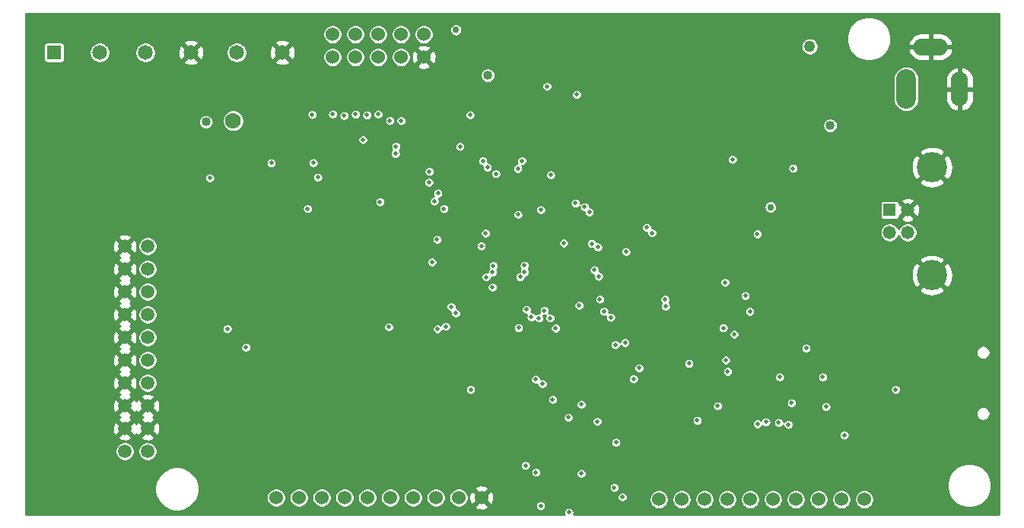
<source format=gbr>
%TF.GenerationSoftware,KiCad,Pcbnew,5.1.10*%
%TF.CreationDate,2021-11-13T19:57:08-07:00*%
%TF.ProjectId,Engine-Controller,456e6769-6e65-42d4-936f-6e74726f6c6c,1.0*%
%TF.SameCoordinates,Original*%
%TF.FileFunction,Copper,L2,Inr*%
%TF.FilePolarity,Positive*%
%FSLAX46Y46*%
G04 Gerber Fmt 4.6, Leading zero omitted, Abs format (unit mm)*
G04 Created by KiCad (PCBNEW 5.1.10) date 2021-11-13 19:57:08*
%MOMM*%
%LPD*%
G01*
G04 APERTURE LIST*
%TA.AperFunction,ComponentPad*%
%ADD10C,1.524000*%
%TD*%
%TA.AperFunction,ComponentPad*%
%ADD11C,3.366000*%
%TD*%
%TA.AperFunction,ComponentPad*%
%ADD12C,1.478000*%
%TD*%
%TA.AperFunction,ComponentPad*%
%ADD13R,1.478000X1.478000*%
%TD*%
%TA.AperFunction,ComponentPad*%
%ADD14O,2.200000X4.400000*%
%TD*%
%TA.AperFunction,ComponentPad*%
%ADD15O,1.900000X3.800000*%
%TD*%
%TA.AperFunction,ComponentPad*%
%ADD16O,3.800000X1.900000*%
%TD*%
%TA.AperFunction,ComponentPad*%
%ADD17C,1.498600*%
%TD*%
%TA.AperFunction,ComponentPad*%
%ADD18C,1.650000*%
%TD*%
%TA.AperFunction,ComponentPad*%
%ADD19R,1.650000X1.650000*%
%TD*%
%TA.AperFunction,ViaPad*%
%ADD20C,0.500000*%
%TD*%
%TA.AperFunction,ViaPad*%
%ADD21C,1.016000*%
%TD*%
%TA.AperFunction,ViaPad*%
%ADD22C,0.762000*%
%TD*%
%TA.AperFunction,ViaPad*%
%ADD23C,1.270000*%
%TD*%
%TA.AperFunction,ViaPad*%
%ADD24C,1.778000*%
%TD*%
%TA.AperFunction,Conductor*%
%ADD25C,0.254000*%
%TD*%
%TA.AperFunction,Conductor*%
%ADD26C,0.100000*%
%TD*%
G04 APERTURE END LIST*
D10*
%TO.N,PD9*%
%TO.C,P4*%
X187782200Y-150279100D03*
%TO.N,PD8*%
X185242200Y-150279100D03*
%TO.N,PD7*%
X182702200Y-150279100D03*
%TO.N,PD6*%
X180162200Y-150279100D03*
%TO.N,PD5_BUF*%
X177622200Y-150279100D03*
%TO.N,PD4_BUF*%
X175082200Y-150279100D03*
%TO.N,PD3_BUF*%
X172542200Y-150279100D03*
%TO.N,PD2_BUF*%
X170002200Y-150279100D03*
%TO.N,PD1_BUF*%
X167462200Y-150279100D03*
%TO.N,PD0_BUF*%
X164922200Y-150279100D03*
%TD*%
D11*
%TO.N,Earth*%
%TO.C,P2*%
X195318200Y-113258400D03*
X195318200Y-125298400D03*
D12*
X192608200Y-118028400D03*
%TO.N,/USB/D+*%
X192608200Y-120528400D03*
D13*
%TO.N,5V_USB*%
X190608200Y-118028400D03*
D12*
%TO.N,/USB/D-*%
X190608200Y-120528400D03*
%TD*%
D10*
%TO.N,Earth*%
%TO.C,P7*%
X145173700Y-150088600D03*
%TO.N,3.3V*%
X142633700Y-150088600D03*
%TO.N,Net-(P7-Pad8)*%
X140093700Y-150088600D03*
%TO.N,A6*%
X137553700Y-150088600D03*
%TO.N,A5*%
X135013700Y-150088600D03*
%TO.N,A4*%
X132473700Y-150088600D03*
%TO.N,A3*%
X129933700Y-150088600D03*
%TO.N,A2*%
X127393700Y-150088600D03*
%TO.N,A1*%
X124853700Y-150088600D03*
%TO.N,A0*%
X122313700Y-150088600D03*
%TD*%
D14*
%TO.N,/power/V_JACK*%
%TO.C,P1*%
X192443200Y-104546400D03*
D15*
%TO.N,Earth*%
X198398200Y-104546400D03*
D16*
X195148200Y-99856400D03*
%TD*%
D10*
%TO.N,SS*%
%TO.C,P5*%
X128600200Y-100990400D03*
%TO.N,MOSI*%
X131140200Y-100990400D03*
%TO.N,MISO*%
X133680200Y-100990400D03*
%TO.N,SCK*%
X136220200Y-100990400D03*
%TO.N,Earth*%
X138760200Y-100990400D03*
%TO.N,SDA*%
X128600200Y-98450400D03*
%TO.N,SCL*%
X131140200Y-98450400D03*
%TO.N,TX*%
X133680200Y-98450400D03*
%TO.N,RX*%
X136220200Y-98450400D03*
%TO.N,V_HEAD*%
X138760200Y-98450400D03*
%TD*%
D17*
%TO.N,Net-(P3-Pad19)*%
%TO.C,P3*%
X108026200Y-122072400D03*
%TO.N,Earth*%
X105486200Y-122072400D03*
%TO.N,Net-(P3-Pad17)*%
X108026200Y-124612400D03*
%TO.N,Earth*%
X105486200Y-124612400D03*
%TO.N,NRST*%
X108026200Y-127152400D03*
%TO.N,Earth*%
X105486200Y-127152400D03*
%TO.N,SWO*%
X108026200Y-129692400D03*
%TO.N,Earth*%
X105486200Y-129692400D03*
%TO.N,Net-(P3-Pad11)*%
X108026200Y-132232400D03*
%TO.N,Earth*%
X105486200Y-132232400D03*
%TO.N,SWCLK*%
X108026200Y-134772400D03*
%TO.N,Earth*%
X105486200Y-134772400D03*
%TO.N,SWDIO*%
X108026200Y-137312400D03*
%TO.N,Earth*%
X105486200Y-137312400D03*
X108026200Y-139852400D03*
X105486200Y-139852400D03*
X108026200Y-142392400D03*
X105486200Y-142392400D03*
%TO.N,Net-(P3-Pad1)*%
X108026200Y-144932400D03*
%TO.N,Net-(P3-Pad2)*%
X105486200Y-144932400D03*
%TD*%
D18*
%TO.N,Earth*%
%TO.C,P8*%
X123012200Y-100482400D03*
%TO.N,SP_CONT*%
X117932200Y-100482400D03*
%TO.N,Earth*%
X112852200Y-100482400D03*
%TO.N,NOZ_CONT*%
X107772200Y-100482400D03*
%TO.N,Net-(P8-Pad2)*%
X102692200Y-100482400D03*
D19*
%TO.N,VIN*%
X97612200Y-100482400D03*
%TD*%
D20*
%TO.N,Earth*%
X164922200Y-121564400D03*
D21*
X170256200Y-104546400D03*
X181559200Y-110007400D03*
X177114200Y-103022400D03*
X153746200Y-98450400D03*
X156032200Y-106324400D03*
D22*
X143261200Y-101681400D03*
X147142200Y-109880400D03*
D21*
X96850200Y-115468400D03*
X111582200Y-115214400D03*
D20*
X181610000Y-124968000D03*
X181229000Y-126212600D03*
D22*
X186004200Y-122174000D03*
X180682900Y-119176800D03*
D20*
X169418000Y-120307100D03*
X161264600Y-136880600D03*
X162369500Y-140792200D03*
X149936200Y-140677900D03*
X148780500Y-136093200D03*
X146596100Y-130149600D03*
X142290800Y-130746500D03*
X142328900Y-126644400D03*
X147637500Y-114490500D03*
X150279100Y-118745000D03*
X146545300Y-125996700D03*
D21*
X196285800Y-144912400D03*
D20*
X174002700Y-139611100D03*
D21*
X115976400Y-113068100D03*
D20*
X123012200Y-108623100D03*
X125780800Y-111531400D03*
X117297200Y-118795800D03*
X115201700Y-126263400D03*
X170408600Y-113995200D03*
X174307500Y-143129000D03*
D22*
X120973850Y-111639350D03*
%TO.N,3.3V*%
X142316200Y-97942400D03*
D21*
X114515900Y-108216700D03*
D22*
X177330100Y-117703600D03*
D20*
X181305200Y-133426200D03*
X191262000Y-138036300D03*
X185547000Y-143116300D03*
X126961900Y-114388900D03*
X139674600Y-123837700D03*
X159956500Y-148958300D03*
X152882600Y-114122200D03*
X125818900Y-117881400D03*
X169189400Y-141490700D03*
X146392900Y-126644400D03*
X149296000Y-131160400D03*
X151206200Y-136893300D03*
X162096450Y-136861550D03*
X164160200Y-120586500D03*
X149244050Y-118535450D03*
%TO.N,SWCLK*%
X139928600Y-117055900D03*
X149669500Y-112547400D03*
X145834100Y-113284000D03*
%TO.N,SWDIO*%
X133883400Y-117132100D03*
X139369800Y-113728500D03*
X145326100Y-112560100D03*
X161264600Y-122669300D03*
%TO.N,SS*%
X128612900Y-107353100D03*
X135661400Y-110947200D03*
X142786100Y-110959900D03*
X153428700Y-131203700D03*
%TO.N,MOSI*%
X131152900Y-107365800D03*
X152806400Y-130073400D03*
%TO.N,MISO*%
X133680200Y-107353100D03*
X152171400Y-129222500D03*
%TO.N,SCK*%
X136232900Y-108077000D03*
X151574500Y-130073400D03*
%TO.N,SDA*%
X126326900Y-107391200D03*
X135597900Y-111747300D03*
%TO.N,SCL*%
X129882900Y-107530900D03*
X151777700Y-118008400D03*
%TO.N,TX*%
X132422900Y-107454700D03*
X150177500Y-129120900D03*
%TO.N,RX*%
X134975600Y-108064300D03*
X150717250Y-129952750D03*
%TO.N,/MCU_STATUS*%
X145630900Y-120624600D03*
X140233400Y-121310400D03*
%TO.N,PD6*%
X175882300Y-141871700D03*
X158216600Y-125425200D03*
%TO.N,PD7*%
X176834800Y-141655800D03*
X157734000Y-124714000D03*
%TO.N,PD8*%
X178244500Y-141719300D03*
X173304200Y-131876800D03*
%TO.N,PD9*%
X179324000Y-141935200D03*
X172097700Y-131165600D03*
%TO.N,A5*%
X143967200Y-138036300D03*
X151968200Y-137401300D03*
%TO.N,A1*%
X141198600Y-131000500D03*
X142303500Y-129540000D03*
%TO.N,A0*%
X140284200Y-131292600D03*
X141795500Y-128816100D03*
%TO.N,SD_DETECT*%
X162712400Y-135648700D03*
X160070800Y-133045200D03*
%TO.N,FLASH_SS*%
X172364400Y-134759700D03*
%TO.N,FLASH_MISO*%
X179679600Y-139534900D03*
X183515000Y-139941300D03*
X172567600Y-136029700D03*
%TO.N,FLASH_SCK*%
X171456350Y-139871450D03*
%TO.N,FLASH_MOSI*%
X178365150Y-136645650D03*
X183159400Y-136639300D03*
%TO.N,FLASH_WP*%
X168262300Y-135140700D03*
X161150300Y-132816600D03*
%TO.N,SD_SS*%
X165608000Y-127977900D03*
X158343600Y-127977900D03*
%TO.N,PD5*%
X156286200Y-147395500D03*
X156273500Y-139687300D03*
X153098500Y-139153900D03*
X156654500Y-117690900D03*
%TO.N,PD4*%
X150075900Y-146494500D03*
X157175200Y-118262400D03*
%TO.N,PD3*%
X151231600Y-147256500D03*
X157454600Y-121767600D03*
%TO.N,PD2*%
X154851100Y-141147800D03*
X158127700Y-122161300D03*
%TO.N,PD1*%
X158051500Y-141592300D03*
X158800800Y-129324100D03*
%TO.N,PD0*%
X160134300Y-143929100D03*
X159562800Y-129997200D03*
%TO.N,FLASH_HOLD*%
X165658800Y-128765300D03*
X156044900Y-128663700D03*
%TO.N,5V_BUCK*%
X173101000Y-112395000D03*
%TO.N,/power/5V*%
X143911200Y-107434500D03*
D21*
%TO.N,5V_USB*%
X183972200Y-108610400D03*
X145872200Y-103022400D03*
D20*
%TO.N,5V_SRC*%
X140995400Y-117894100D03*
X139331700Y-114947700D03*
X155765500Y-105168700D03*
X152463500Y-104267000D03*
X145148300Y-122047000D03*
%TO.N,NRST*%
X116890800Y-131267200D03*
X118960900Y-133337300D03*
X134854950Y-131070350D03*
D23*
%TO.N,VIN*%
X181705250Y-99802950D03*
D20*
X179844700Y-113385600D03*
%TO.N,FIRE*%
X131991100Y-110197900D03*
%TO.N,Net-(J2-Pad2)*%
X155625800Y-117271800D03*
X154343100Y-121716800D03*
%TO.N,SWO*%
X149212300Y-113423700D03*
X146786600Y-113982500D03*
X140322300Y-116154200D03*
%TO.N,PD5_BUF*%
X160858200Y-150012400D03*
%TO.N,PD4_BUF*%
X154914600Y-151726900D03*
%TO.N,PD3_BUF*%
X151752300Y-150990300D03*
%TO.N,SP_CONT*%
X126453900Y-112776000D03*
X146405600Y-124955300D03*
X149961600Y-124968000D03*
%TO.N,NOZ_CONT*%
X121780300Y-112788700D03*
X146494500Y-124231400D03*
X149948900Y-124218700D03*
D24*
%TO.N,Net-(P8-Pad2)*%
X117538500Y-108077000D03*
D20*
X114935000Y-114452400D03*
%TO.N,~USB_RST*%
X172275500Y-126098300D03*
X175869600Y-120713500D03*
%TO.N,~USB_SUSPEND*%
X163556950Y-119983250D03*
%TO.N,E_CONT*%
X145694400Y-125501400D03*
X149479000Y-125488700D03*
%TO.N,TX_USB*%
X175044100Y-129336800D03*
X174536100Y-127584200D03*
%TD*%
D25*
%TO.N,Earth*%
X202742800Y-151942800D02*
X155453175Y-151942800D01*
X155472503Y-151896138D01*
X155494800Y-151784045D01*
X155494800Y-151669755D01*
X155472503Y-151557662D01*
X155428766Y-151452072D01*
X155365271Y-151357044D01*
X155284456Y-151276229D01*
X155189428Y-151212734D01*
X155083838Y-151168997D01*
X154971745Y-151146700D01*
X154857455Y-151146700D01*
X154745362Y-151168997D01*
X154639772Y-151212734D01*
X154544744Y-151276229D01*
X154463929Y-151357044D01*
X154400434Y-151452072D01*
X154356697Y-151557662D01*
X154334400Y-151669755D01*
X154334400Y-151784045D01*
X154356697Y-151896138D01*
X154376025Y-151942800D01*
X94437200Y-151942800D01*
X94437200Y-148866422D01*
X108809900Y-148866422D01*
X108809900Y-149354978D01*
X108905212Y-149834148D01*
X109092175Y-150285515D01*
X109363603Y-150691736D01*
X109709064Y-151037197D01*
X110115285Y-151308625D01*
X110566652Y-151495588D01*
X111045822Y-151590900D01*
X111534378Y-151590900D01*
X112013548Y-151495588D01*
X112464915Y-151308625D01*
X112871136Y-151037197D01*
X113216597Y-150691736D01*
X113488025Y-150285515D01*
X113614148Y-149981028D01*
X121221500Y-149981028D01*
X121221500Y-150196172D01*
X121263472Y-150407183D01*
X121345805Y-150605951D01*
X121465333Y-150784837D01*
X121617463Y-150936967D01*
X121796349Y-151056495D01*
X121995117Y-151138828D01*
X122206128Y-151180800D01*
X122421272Y-151180800D01*
X122632283Y-151138828D01*
X122831051Y-151056495D01*
X123009937Y-150936967D01*
X123162067Y-150784837D01*
X123281595Y-150605951D01*
X123363928Y-150407183D01*
X123405900Y-150196172D01*
X123405900Y-149981028D01*
X123761500Y-149981028D01*
X123761500Y-150196172D01*
X123803472Y-150407183D01*
X123885805Y-150605951D01*
X124005333Y-150784837D01*
X124157463Y-150936967D01*
X124336349Y-151056495D01*
X124535117Y-151138828D01*
X124746128Y-151180800D01*
X124961272Y-151180800D01*
X125172283Y-151138828D01*
X125371051Y-151056495D01*
X125549937Y-150936967D01*
X125702067Y-150784837D01*
X125821595Y-150605951D01*
X125903928Y-150407183D01*
X125945900Y-150196172D01*
X125945900Y-149981028D01*
X126301500Y-149981028D01*
X126301500Y-150196172D01*
X126343472Y-150407183D01*
X126425805Y-150605951D01*
X126545333Y-150784837D01*
X126697463Y-150936967D01*
X126876349Y-151056495D01*
X127075117Y-151138828D01*
X127286128Y-151180800D01*
X127501272Y-151180800D01*
X127712283Y-151138828D01*
X127911051Y-151056495D01*
X128089937Y-150936967D01*
X128242067Y-150784837D01*
X128361595Y-150605951D01*
X128443928Y-150407183D01*
X128485900Y-150196172D01*
X128485900Y-149981028D01*
X128841500Y-149981028D01*
X128841500Y-150196172D01*
X128883472Y-150407183D01*
X128965805Y-150605951D01*
X129085333Y-150784837D01*
X129237463Y-150936967D01*
X129416349Y-151056495D01*
X129615117Y-151138828D01*
X129826128Y-151180800D01*
X130041272Y-151180800D01*
X130252283Y-151138828D01*
X130451051Y-151056495D01*
X130629937Y-150936967D01*
X130782067Y-150784837D01*
X130901595Y-150605951D01*
X130983928Y-150407183D01*
X131025900Y-150196172D01*
X131025900Y-149981028D01*
X131381500Y-149981028D01*
X131381500Y-150196172D01*
X131423472Y-150407183D01*
X131505805Y-150605951D01*
X131625333Y-150784837D01*
X131777463Y-150936967D01*
X131956349Y-151056495D01*
X132155117Y-151138828D01*
X132366128Y-151180800D01*
X132581272Y-151180800D01*
X132792283Y-151138828D01*
X132991051Y-151056495D01*
X133169937Y-150936967D01*
X133322067Y-150784837D01*
X133441595Y-150605951D01*
X133523928Y-150407183D01*
X133565900Y-150196172D01*
X133565900Y-149981028D01*
X133921500Y-149981028D01*
X133921500Y-150196172D01*
X133963472Y-150407183D01*
X134045805Y-150605951D01*
X134165333Y-150784837D01*
X134317463Y-150936967D01*
X134496349Y-151056495D01*
X134695117Y-151138828D01*
X134906128Y-151180800D01*
X135121272Y-151180800D01*
X135332283Y-151138828D01*
X135531051Y-151056495D01*
X135709937Y-150936967D01*
X135862067Y-150784837D01*
X135981595Y-150605951D01*
X136063928Y-150407183D01*
X136105900Y-150196172D01*
X136105900Y-149981028D01*
X136461500Y-149981028D01*
X136461500Y-150196172D01*
X136503472Y-150407183D01*
X136585805Y-150605951D01*
X136705333Y-150784837D01*
X136857463Y-150936967D01*
X137036349Y-151056495D01*
X137235117Y-151138828D01*
X137446128Y-151180800D01*
X137661272Y-151180800D01*
X137872283Y-151138828D01*
X138071051Y-151056495D01*
X138249937Y-150936967D01*
X138402067Y-150784837D01*
X138521595Y-150605951D01*
X138603928Y-150407183D01*
X138645900Y-150196172D01*
X138645900Y-149981028D01*
X139001500Y-149981028D01*
X139001500Y-150196172D01*
X139043472Y-150407183D01*
X139125805Y-150605951D01*
X139245333Y-150784837D01*
X139397463Y-150936967D01*
X139576349Y-151056495D01*
X139775117Y-151138828D01*
X139986128Y-151180800D01*
X140201272Y-151180800D01*
X140412283Y-151138828D01*
X140611051Y-151056495D01*
X140789937Y-150936967D01*
X140942067Y-150784837D01*
X141061595Y-150605951D01*
X141143928Y-150407183D01*
X141185900Y-150196172D01*
X141185900Y-149981028D01*
X141541500Y-149981028D01*
X141541500Y-150196172D01*
X141583472Y-150407183D01*
X141665805Y-150605951D01*
X141785333Y-150784837D01*
X141937463Y-150936967D01*
X142116349Y-151056495D01*
X142315117Y-151138828D01*
X142526128Y-151180800D01*
X142741272Y-151180800D01*
X142952283Y-151138828D01*
X143151051Y-151056495D01*
X143154538Y-151054165D01*
X144387740Y-151054165D01*
X144454720Y-151294256D01*
X144703748Y-151411356D01*
X144970835Y-151477623D01*
X145245717Y-151490510D01*
X145517833Y-151449522D01*
X145776723Y-151356236D01*
X145892680Y-151294256D01*
X145959660Y-151054165D01*
X145838650Y-150933155D01*
X151172100Y-150933155D01*
X151172100Y-151047445D01*
X151194397Y-151159538D01*
X151238134Y-151265128D01*
X151301629Y-151360156D01*
X151382444Y-151440971D01*
X151477472Y-151504466D01*
X151583062Y-151548203D01*
X151695155Y-151570500D01*
X151809445Y-151570500D01*
X151921538Y-151548203D01*
X152027128Y-151504466D01*
X152122156Y-151440971D01*
X152202971Y-151360156D01*
X152266466Y-151265128D01*
X152310203Y-151159538D01*
X152332500Y-151047445D01*
X152332500Y-150933155D01*
X152310203Y-150821062D01*
X152266466Y-150715472D01*
X152202971Y-150620444D01*
X152122156Y-150539629D01*
X152027128Y-150476134D01*
X151921538Y-150432397D01*
X151809445Y-150410100D01*
X151695155Y-150410100D01*
X151583062Y-150432397D01*
X151477472Y-150476134D01*
X151382444Y-150539629D01*
X151301629Y-150620444D01*
X151238134Y-150715472D01*
X151194397Y-150821062D01*
X151172100Y-150933155D01*
X145838650Y-150933155D01*
X145173700Y-150268205D01*
X144387740Y-151054165D01*
X143154538Y-151054165D01*
X143329937Y-150936967D01*
X143482067Y-150784837D01*
X143601595Y-150605951D01*
X143683928Y-150407183D01*
X143725900Y-150196172D01*
X143725900Y-150160617D01*
X143771790Y-150160617D01*
X143812778Y-150432733D01*
X143906064Y-150691623D01*
X143968044Y-150807580D01*
X144208135Y-150874560D01*
X144994095Y-150088600D01*
X145353305Y-150088600D01*
X146139265Y-150874560D01*
X146379356Y-150807580D01*
X146496456Y-150558552D01*
X146562723Y-150291465D01*
X146575610Y-150016583D01*
X146566373Y-149955255D01*
X160278000Y-149955255D01*
X160278000Y-150069545D01*
X160300297Y-150181638D01*
X160344034Y-150287228D01*
X160407529Y-150382256D01*
X160488344Y-150463071D01*
X160583372Y-150526566D01*
X160688962Y-150570303D01*
X160801055Y-150592600D01*
X160915345Y-150592600D01*
X161027438Y-150570303D01*
X161133028Y-150526566D01*
X161228056Y-150463071D01*
X161308871Y-150382256D01*
X161372366Y-150287228D01*
X161416103Y-150181638D01*
X161418114Y-150171528D01*
X163830000Y-150171528D01*
X163830000Y-150386672D01*
X163871972Y-150597683D01*
X163954305Y-150796451D01*
X164073833Y-150975337D01*
X164225963Y-151127467D01*
X164404849Y-151246995D01*
X164603617Y-151329328D01*
X164814628Y-151371300D01*
X165029772Y-151371300D01*
X165240783Y-151329328D01*
X165439551Y-151246995D01*
X165618437Y-151127467D01*
X165770567Y-150975337D01*
X165890095Y-150796451D01*
X165972428Y-150597683D01*
X166014400Y-150386672D01*
X166014400Y-150171528D01*
X166370000Y-150171528D01*
X166370000Y-150386672D01*
X166411972Y-150597683D01*
X166494305Y-150796451D01*
X166613833Y-150975337D01*
X166765963Y-151127467D01*
X166944849Y-151246995D01*
X167143617Y-151329328D01*
X167354628Y-151371300D01*
X167569772Y-151371300D01*
X167780783Y-151329328D01*
X167979551Y-151246995D01*
X168158437Y-151127467D01*
X168310567Y-150975337D01*
X168430095Y-150796451D01*
X168512428Y-150597683D01*
X168554400Y-150386672D01*
X168554400Y-150171528D01*
X168910000Y-150171528D01*
X168910000Y-150386672D01*
X168951972Y-150597683D01*
X169034305Y-150796451D01*
X169153833Y-150975337D01*
X169305963Y-151127467D01*
X169484849Y-151246995D01*
X169683617Y-151329328D01*
X169894628Y-151371300D01*
X170109772Y-151371300D01*
X170320783Y-151329328D01*
X170519551Y-151246995D01*
X170698437Y-151127467D01*
X170850567Y-150975337D01*
X170970095Y-150796451D01*
X171052428Y-150597683D01*
X171094400Y-150386672D01*
X171094400Y-150171528D01*
X171450000Y-150171528D01*
X171450000Y-150386672D01*
X171491972Y-150597683D01*
X171574305Y-150796451D01*
X171693833Y-150975337D01*
X171845963Y-151127467D01*
X172024849Y-151246995D01*
X172223617Y-151329328D01*
X172434628Y-151371300D01*
X172649772Y-151371300D01*
X172860783Y-151329328D01*
X173059551Y-151246995D01*
X173238437Y-151127467D01*
X173390567Y-150975337D01*
X173510095Y-150796451D01*
X173592428Y-150597683D01*
X173634400Y-150386672D01*
X173634400Y-150171528D01*
X173990000Y-150171528D01*
X173990000Y-150386672D01*
X174031972Y-150597683D01*
X174114305Y-150796451D01*
X174233833Y-150975337D01*
X174385963Y-151127467D01*
X174564849Y-151246995D01*
X174763617Y-151329328D01*
X174974628Y-151371300D01*
X175189772Y-151371300D01*
X175400783Y-151329328D01*
X175599551Y-151246995D01*
X175778437Y-151127467D01*
X175930567Y-150975337D01*
X176050095Y-150796451D01*
X176132428Y-150597683D01*
X176174400Y-150386672D01*
X176174400Y-150171528D01*
X176530000Y-150171528D01*
X176530000Y-150386672D01*
X176571972Y-150597683D01*
X176654305Y-150796451D01*
X176773833Y-150975337D01*
X176925963Y-151127467D01*
X177104849Y-151246995D01*
X177303617Y-151329328D01*
X177514628Y-151371300D01*
X177729772Y-151371300D01*
X177940783Y-151329328D01*
X178139551Y-151246995D01*
X178318437Y-151127467D01*
X178470567Y-150975337D01*
X178590095Y-150796451D01*
X178672428Y-150597683D01*
X178714400Y-150386672D01*
X178714400Y-150171528D01*
X179070000Y-150171528D01*
X179070000Y-150386672D01*
X179111972Y-150597683D01*
X179194305Y-150796451D01*
X179313833Y-150975337D01*
X179465963Y-151127467D01*
X179644849Y-151246995D01*
X179843617Y-151329328D01*
X180054628Y-151371300D01*
X180269772Y-151371300D01*
X180480783Y-151329328D01*
X180679551Y-151246995D01*
X180858437Y-151127467D01*
X181010567Y-150975337D01*
X181130095Y-150796451D01*
X181212428Y-150597683D01*
X181254400Y-150386672D01*
X181254400Y-150171528D01*
X181610000Y-150171528D01*
X181610000Y-150386672D01*
X181651972Y-150597683D01*
X181734305Y-150796451D01*
X181853833Y-150975337D01*
X182005963Y-151127467D01*
X182184849Y-151246995D01*
X182383617Y-151329328D01*
X182594628Y-151371300D01*
X182809772Y-151371300D01*
X183020783Y-151329328D01*
X183219551Y-151246995D01*
X183398437Y-151127467D01*
X183550567Y-150975337D01*
X183670095Y-150796451D01*
X183752428Y-150597683D01*
X183794400Y-150386672D01*
X183794400Y-150171528D01*
X184150000Y-150171528D01*
X184150000Y-150386672D01*
X184191972Y-150597683D01*
X184274305Y-150796451D01*
X184393833Y-150975337D01*
X184545963Y-151127467D01*
X184724849Y-151246995D01*
X184923617Y-151329328D01*
X185134628Y-151371300D01*
X185349772Y-151371300D01*
X185560783Y-151329328D01*
X185759551Y-151246995D01*
X185938437Y-151127467D01*
X186090567Y-150975337D01*
X186210095Y-150796451D01*
X186292428Y-150597683D01*
X186334400Y-150386672D01*
X186334400Y-150171528D01*
X186690000Y-150171528D01*
X186690000Y-150386672D01*
X186731972Y-150597683D01*
X186814305Y-150796451D01*
X186933833Y-150975337D01*
X187085963Y-151127467D01*
X187264849Y-151246995D01*
X187463617Y-151329328D01*
X187674628Y-151371300D01*
X187889772Y-151371300D01*
X188100783Y-151329328D01*
X188299551Y-151246995D01*
X188478437Y-151127467D01*
X188630567Y-150975337D01*
X188750095Y-150796451D01*
X188832428Y-150597683D01*
X188874400Y-150386672D01*
X188874400Y-150171528D01*
X188832428Y-149960517D01*
X188750095Y-149761749D01*
X188630567Y-149582863D01*
X188478437Y-149430733D01*
X188299551Y-149311205D01*
X188100783Y-149228872D01*
X187889772Y-149186900D01*
X187674628Y-149186900D01*
X187463617Y-149228872D01*
X187264849Y-149311205D01*
X187085963Y-149430733D01*
X186933833Y-149582863D01*
X186814305Y-149761749D01*
X186731972Y-149960517D01*
X186690000Y-150171528D01*
X186334400Y-150171528D01*
X186292428Y-149960517D01*
X186210095Y-149761749D01*
X186090567Y-149582863D01*
X185938437Y-149430733D01*
X185759551Y-149311205D01*
X185560783Y-149228872D01*
X185349772Y-149186900D01*
X185134628Y-149186900D01*
X184923617Y-149228872D01*
X184724849Y-149311205D01*
X184545963Y-149430733D01*
X184393833Y-149582863D01*
X184274305Y-149761749D01*
X184191972Y-149960517D01*
X184150000Y-150171528D01*
X183794400Y-150171528D01*
X183752428Y-149960517D01*
X183670095Y-149761749D01*
X183550567Y-149582863D01*
X183398437Y-149430733D01*
X183219551Y-149311205D01*
X183020783Y-149228872D01*
X182809772Y-149186900D01*
X182594628Y-149186900D01*
X182383617Y-149228872D01*
X182184849Y-149311205D01*
X182005963Y-149430733D01*
X181853833Y-149582863D01*
X181734305Y-149761749D01*
X181651972Y-149960517D01*
X181610000Y-150171528D01*
X181254400Y-150171528D01*
X181212428Y-149960517D01*
X181130095Y-149761749D01*
X181010567Y-149582863D01*
X180858437Y-149430733D01*
X180679551Y-149311205D01*
X180480783Y-149228872D01*
X180269772Y-149186900D01*
X180054628Y-149186900D01*
X179843617Y-149228872D01*
X179644849Y-149311205D01*
X179465963Y-149430733D01*
X179313833Y-149582863D01*
X179194305Y-149761749D01*
X179111972Y-149960517D01*
X179070000Y-150171528D01*
X178714400Y-150171528D01*
X178672428Y-149960517D01*
X178590095Y-149761749D01*
X178470567Y-149582863D01*
X178318437Y-149430733D01*
X178139551Y-149311205D01*
X177940783Y-149228872D01*
X177729772Y-149186900D01*
X177514628Y-149186900D01*
X177303617Y-149228872D01*
X177104849Y-149311205D01*
X176925963Y-149430733D01*
X176773833Y-149582863D01*
X176654305Y-149761749D01*
X176571972Y-149960517D01*
X176530000Y-150171528D01*
X176174400Y-150171528D01*
X176132428Y-149960517D01*
X176050095Y-149761749D01*
X175930567Y-149582863D01*
X175778437Y-149430733D01*
X175599551Y-149311205D01*
X175400783Y-149228872D01*
X175189772Y-149186900D01*
X174974628Y-149186900D01*
X174763617Y-149228872D01*
X174564849Y-149311205D01*
X174385963Y-149430733D01*
X174233833Y-149582863D01*
X174114305Y-149761749D01*
X174031972Y-149960517D01*
X173990000Y-150171528D01*
X173634400Y-150171528D01*
X173592428Y-149960517D01*
X173510095Y-149761749D01*
X173390567Y-149582863D01*
X173238437Y-149430733D01*
X173059551Y-149311205D01*
X172860783Y-149228872D01*
X172649772Y-149186900D01*
X172434628Y-149186900D01*
X172223617Y-149228872D01*
X172024849Y-149311205D01*
X171845963Y-149430733D01*
X171693833Y-149582863D01*
X171574305Y-149761749D01*
X171491972Y-149960517D01*
X171450000Y-150171528D01*
X171094400Y-150171528D01*
X171052428Y-149960517D01*
X170970095Y-149761749D01*
X170850567Y-149582863D01*
X170698437Y-149430733D01*
X170519551Y-149311205D01*
X170320783Y-149228872D01*
X170109772Y-149186900D01*
X169894628Y-149186900D01*
X169683617Y-149228872D01*
X169484849Y-149311205D01*
X169305963Y-149430733D01*
X169153833Y-149582863D01*
X169034305Y-149761749D01*
X168951972Y-149960517D01*
X168910000Y-150171528D01*
X168554400Y-150171528D01*
X168512428Y-149960517D01*
X168430095Y-149761749D01*
X168310567Y-149582863D01*
X168158437Y-149430733D01*
X167979551Y-149311205D01*
X167780783Y-149228872D01*
X167569772Y-149186900D01*
X167354628Y-149186900D01*
X167143617Y-149228872D01*
X166944849Y-149311205D01*
X166765963Y-149430733D01*
X166613833Y-149582863D01*
X166494305Y-149761749D01*
X166411972Y-149960517D01*
X166370000Y-150171528D01*
X166014400Y-150171528D01*
X165972428Y-149960517D01*
X165890095Y-149761749D01*
X165770567Y-149582863D01*
X165618437Y-149430733D01*
X165439551Y-149311205D01*
X165240783Y-149228872D01*
X165029772Y-149186900D01*
X164814628Y-149186900D01*
X164603617Y-149228872D01*
X164404849Y-149311205D01*
X164225963Y-149430733D01*
X164073833Y-149582863D01*
X163954305Y-149761749D01*
X163871972Y-149960517D01*
X163830000Y-150171528D01*
X161418114Y-150171528D01*
X161438400Y-150069545D01*
X161438400Y-149955255D01*
X161416103Y-149843162D01*
X161372366Y-149737572D01*
X161308871Y-149642544D01*
X161228056Y-149561729D01*
X161133028Y-149498234D01*
X161027438Y-149454497D01*
X160915345Y-149432200D01*
X160801055Y-149432200D01*
X160688962Y-149454497D01*
X160583372Y-149498234D01*
X160488344Y-149561729D01*
X160407529Y-149642544D01*
X160344034Y-149737572D01*
X160300297Y-149843162D01*
X160278000Y-149955255D01*
X146566373Y-149955255D01*
X146534622Y-149744467D01*
X146441336Y-149485577D01*
X146379356Y-149369620D01*
X146139265Y-149302640D01*
X145353305Y-150088600D01*
X144994095Y-150088600D01*
X144208135Y-149302640D01*
X143968044Y-149369620D01*
X143850944Y-149618648D01*
X143784677Y-149885735D01*
X143771790Y-150160617D01*
X143725900Y-150160617D01*
X143725900Y-149981028D01*
X143683928Y-149770017D01*
X143601595Y-149571249D01*
X143482067Y-149392363D01*
X143329937Y-149240233D01*
X143154539Y-149123035D01*
X144387740Y-149123035D01*
X145173700Y-149908995D01*
X145959660Y-149123035D01*
X145897761Y-148901155D01*
X159376300Y-148901155D01*
X159376300Y-149015445D01*
X159398597Y-149127538D01*
X159442334Y-149233128D01*
X159505829Y-149328156D01*
X159586644Y-149408971D01*
X159681672Y-149472466D01*
X159787262Y-149516203D01*
X159899355Y-149538500D01*
X160013645Y-149538500D01*
X160125738Y-149516203D01*
X160231328Y-149472466D01*
X160326356Y-149408971D01*
X160407171Y-149328156D01*
X160470666Y-149233128D01*
X160514403Y-149127538D01*
X160536700Y-149015445D01*
X160536700Y-148901155D01*
X160514403Y-148789062D01*
X160470666Y-148683472D01*
X160407171Y-148588444D01*
X160326356Y-148507629D01*
X160312128Y-148498122D01*
X196986000Y-148498122D01*
X196986000Y-148986678D01*
X197081312Y-149465848D01*
X197268275Y-149917215D01*
X197539703Y-150323436D01*
X197885164Y-150668897D01*
X198291385Y-150940325D01*
X198742752Y-151127288D01*
X199221922Y-151222600D01*
X199710478Y-151222600D01*
X200189648Y-151127288D01*
X200641015Y-150940325D01*
X201047236Y-150668897D01*
X201392697Y-150323436D01*
X201664125Y-149917215D01*
X201851088Y-149465848D01*
X201946400Y-148986678D01*
X201946400Y-148498122D01*
X201851088Y-148018952D01*
X201664125Y-147567585D01*
X201392697Y-147161364D01*
X201047236Y-146815903D01*
X200641015Y-146544475D01*
X200189648Y-146357512D01*
X199710478Y-146262200D01*
X199221922Y-146262200D01*
X198742752Y-146357512D01*
X198291385Y-146544475D01*
X197885164Y-146815903D01*
X197539703Y-147161364D01*
X197268275Y-147567585D01*
X197081312Y-148018952D01*
X196986000Y-148498122D01*
X160312128Y-148498122D01*
X160231328Y-148444134D01*
X160125738Y-148400397D01*
X160013645Y-148378100D01*
X159899355Y-148378100D01*
X159787262Y-148400397D01*
X159681672Y-148444134D01*
X159586644Y-148507629D01*
X159505829Y-148588444D01*
X159442334Y-148683472D01*
X159398597Y-148789062D01*
X159376300Y-148901155D01*
X145897761Y-148901155D01*
X145892680Y-148882944D01*
X145643652Y-148765844D01*
X145376565Y-148699577D01*
X145101683Y-148686690D01*
X144829567Y-148727678D01*
X144570677Y-148820964D01*
X144454720Y-148882944D01*
X144387740Y-149123035D01*
X143154539Y-149123035D01*
X143151051Y-149120705D01*
X142952283Y-149038372D01*
X142741272Y-148996400D01*
X142526128Y-148996400D01*
X142315117Y-149038372D01*
X142116349Y-149120705D01*
X141937463Y-149240233D01*
X141785333Y-149392363D01*
X141665805Y-149571249D01*
X141583472Y-149770017D01*
X141541500Y-149981028D01*
X141185900Y-149981028D01*
X141143928Y-149770017D01*
X141061595Y-149571249D01*
X140942067Y-149392363D01*
X140789937Y-149240233D01*
X140611051Y-149120705D01*
X140412283Y-149038372D01*
X140201272Y-148996400D01*
X139986128Y-148996400D01*
X139775117Y-149038372D01*
X139576349Y-149120705D01*
X139397463Y-149240233D01*
X139245333Y-149392363D01*
X139125805Y-149571249D01*
X139043472Y-149770017D01*
X139001500Y-149981028D01*
X138645900Y-149981028D01*
X138603928Y-149770017D01*
X138521595Y-149571249D01*
X138402067Y-149392363D01*
X138249937Y-149240233D01*
X138071051Y-149120705D01*
X137872283Y-149038372D01*
X137661272Y-148996400D01*
X137446128Y-148996400D01*
X137235117Y-149038372D01*
X137036349Y-149120705D01*
X136857463Y-149240233D01*
X136705333Y-149392363D01*
X136585805Y-149571249D01*
X136503472Y-149770017D01*
X136461500Y-149981028D01*
X136105900Y-149981028D01*
X136063928Y-149770017D01*
X135981595Y-149571249D01*
X135862067Y-149392363D01*
X135709937Y-149240233D01*
X135531051Y-149120705D01*
X135332283Y-149038372D01*
X135121272Y-148996400D01*
X134906128Y-148996400D01*
X134695117Y-149038372D01*
X134496349Y-149120705D01*
X134317463Y-149240233D01*
X134165333Y-149392363D01*
X134045805Y-149571249D01*
X133963472Y-149770017D01*
X133921500Y-149981028D01*
X133565900Y-149981028D01*
X133523928Y-149770017D01*
X133441595Y-149571249D01*
X133322067Y-149392363D01*
X133169937Y-149240233D01*
X132991051Y-149120705D01*
X132792283Y-149038372D01*
X132581272Y-148996400D01*
X132366128Y-148996400D01*
X132155117Y-149038372D01*
X131956349Y-149120705D01*
X131777463Y-149240233D01*
X131625333Y-149392363D01*
X131505805Y-149571249D01*
X131423472Y-149770017D01*
X131381500Y-149981028D01*
X131025900Y-149981028D01*
X130983928Y-149770017D01*
X130901595Y-149571249D01*
X130782067Y-149392363D01*
X130629937Y-149240233D01*
X130451051Y-149120705D01*
X130252283Y-149038372D01*
X130041272Y-148996400D01*
X129826128Y-148996400D01*
X129615117Y-149038372D01*
X129416349Y-149120705D01*
X129237463Y-149240233D01*
X129085333Y-149392363D01*
X128965805Y-149571249D01*
X128883472Y-149770017D01*
X128841500Y-149981028D01*
X128485900Y-149981028D01*
X128443928Y-149770017D01*
X128361595Y-149571249D01*
X128242067Y-149392363D01*
X128089937Y-149240233D01*
X127911051Y-149120705D01*
X127712283Y-149038372D01*
X127501272Y-148996400D01*
X127286128Y-148996400D01*
X127075117Y-149038372D01*
X126876349Y-149120705D01*
X126697463Y-149240233D01*
X126545333Y-149392363D01*
X126425805Y-149571249D01*
X126343472Y-149770017D01*
X126301500Y-149981028D01*
X125945900Y-149981028D01*
X125903928Y-149770017D01*
X125821595Y-149571249D01*
X125702067Y-149392363D01*
X125549937Y-149240233D01*
X125371051Y-149120705D01*
X125172283Y-149038372D01*
X124961272Y-148996400D01*
X124746128Y-148996400D01*
X124535117Y-149038372D01*
X124336349Y-149120705D01*
X124157463Y-149240233D01*
X124005333Y-149392363D01*
X123885805Y-149571249D01*
X123803472Y-149770017D01*
X123761500Y-149981028D01*
X123405900Y-149981028D01*
X123363928Y-149770017D01*
X123281595Y-149571249D01*
X123162067Y-149392363D01*
X123009937Y-149240233D01*
X122831051Y-149120705D01*
X122632283Y-149038372D01*
X122421272Y-148996400D01*
X122206128Y-148996400D01*
X121995117Y-149038372D01*
X121796349Y-149120705D01*
X121617463Y-149240233D01*
X121465333Y-149392363D01*
X121345805Y-149571249D01*
X121263472Y-149770017D01*
X121221500Y-149981028D01*
X113614148Y-149981028D01*
X113674988Y-149834148D01*
X113770300Y-149354978D01*
X113770300Y-148866422D01*
X113674988Y-148387252D01*
X113488025Y-147935885D01*
X113216597Y-147529664D01*
X112886288Y-147199355D01*
X150651400Y-147199355D01*
X150651400Y-147313645D01*
X150673697Y-147425738D01*
X150717434Y-147531328D01*
X150780929Y-147626356D01*
X150861744Y-147707171D01*
X150956772Y-147770666D01*
X151062362Y-147814403D01*
X151174455Y-147836700D01*
X151288745Y-147836700D01*
X151400838Y-147814403D01*
X151506428Y-147770666D01*
X151601456Y-147707171D01*
X151682271Y-147626356D01*
X151745766Y-147531328D01*
X151789503Y-147425738D01*
X151806884Y-147338355D01*
X155706000Y-147338355D01*
X155706000Y-147452645D01*
X155728297Y-147564738D01*
X155772034Y-147670328D01*
X155835529Y-147765356D01*
X155916344Y-147846171D01*
X156011372Y-147909666D01*
X156116962Y-147953403D01*
X156229055Y-147975700D01*
X156343345Y-147975700D01*
X156455438Y-147953403D01*
X156561028Y-147909666D01*
X156656056Y-147846171D01*
X156736871Y-147765356D01*
X156800366Y-147670328D01*
X156844103Y-147564738D01*
X156866400Y-147452645D01*
X156866400Y-147338355D01*
X156844103Y-147226262D01*
X156800366Y-147120672D01*
X156736871Y-147025644D01*
X156656056Y-146944829D01*
X156561028Y-146881334D01*
X156455438Y-146837597D01*
X156343345Y-146815300D01*
X156229055Y-146815300D01*
X156116962Y-146837597D01*
X156011372Y-146881334D01*
X155916344Y-146944829D01*
X155835529Y-147025644D01*
X155772034Y-147120672D01*
X155728297Y-147226262D01*
X155706000Y-147338355D01*
X151806884Y-147338355D01*
X151811800Y-147313645D01*
X151811800Y-147199355D01*
X151789503Y-147087262D01*
X151745766Y-146981672D01*
X151682271Y-146886644D01*
X151601456Y-146805829D01*
X151506428Y-146742334D01*
X151400838Y-146698597D01*
X151288745Y-146676300D01*
X151174455Y-146676300D01*
X151062362Y-146698597D01*
X150956772Y-146742334D01*
X150861744Y-146805829D01*
X150780929Y-146886644D01*
X150717434Y-146981672D01*
X150673697Y-147087262D01*
X150651400Y-147199355D01*
X112886288Y-147199355D01*
X112871136Y-147184203D01*
X112464915Y-146912775D01*
X112013548Y-146725812D01*
X111534378Y-146630500D01*
X111045822Y-146630500D01*
X110566652Y-146725812D01*
X110115285Y-146912775D01*
X109709064Y-147184203D01*
X109363603Y-147529664D01*
X109092175Y-147935885D01*
X108905212Y-148387252D01*
X108809900Y-148866422D01*
X94437200Y-148866422D01*
X94437200Y-146437355D01*
X149495700Y-146437355D01*
X149495700Y-146551645D01*
X149517997Y-146663738D01*
X149561734Y-146769328D01*
X149625229Y-146864356D01*
X149706044Y-146945171D01*
X149801072Y-147008666D01*
X149906662Y-147052403D01*
X150018755Y-147074700D01*
X150133045Y-147074700D01*
X150245138Y-147052403D01*
X150350728Y-147008666D01*
X150445756Y-146945171D01*
X150526571Y-146864356D01*
X150590066Y-146769328D01*
X150633803Y-146663738D01*
X150656100Y-146551645D01*
X150656100Y-146437355D01*
X150633803Y-146325262D01*
X150590066Y-146219672D01*
X150526571Y-146124644D01*
X150445756Y-146043829D01*
X150350728Y-145980334D01*
X150245138Y-145936597D01*
X150133045Y-145914300D01*
X150018755Y-145914300D01*
X149906662Y-145936597D01*
X149801072Y-145980334D01*
X149706044Y-146043829D01*
X149625229Y-146124644D01*
X149561734Y-146219672D01*
X149517997Y-146325262D01*
X149495700Y-146437355D01*
X94437200Y-146437355D01*
X94437200Y-144826079D01*
X104406700Y-144826079D01*
X104406700Y-145038721D01*
X104448185Y-145247278D01*
X104529560Y-145443735D01*
X104647698Y-145620541D01*
X104798059Y-145770902D01*
X104974865Y-145889040D01*
X105171322Y-145970415D01*
X105379879Y-146011900D01*
X105592521Y-146011900D01*
X105801078Y-145970415D01*
X105997535Y-145889040D01*
X106174341Y-145770902D01*
X106324702Y-145620541D01*
X106442840Y-145443735D01*
X106524215Y-145247278D01*
X106565700Y-145038721D01*
X106565700Y-144826079D01*
X106946700Y-144826079D01*
X106946700Y-145038721D01*
X106988185Y-145247278D01*
X107069560Y-145443735D01*
X107187698Y-145620541D01*
X107338059Y-145770902D01*
X107514865Y-145889040D01*
X107711322Y-145970415D01*
X107919879Y-146011900D01*
X108132521Y-146011900D01*
X108341078Y-145970415D01*
X108537535Y-145889040D01*
X108714341Y-145770902D01*
X108864702Y-145620541D01*
X108982840Y-145443735D01*
X109064215Y-145247278D01*
X109105700Y-145038721D01*
X109105700Y-144826079D01*
X109064215Y-144617522D01*
X108982840Y-144421065D01*
X108864702Y-144244259D01*
X108714341Y-144093898D01*
X108537535Y-143975760D01*
X108341078Y-143894385D01*
X108228316Y-143871955D01*
X159554100Y-143871955D01*
X159554100Y-143986245D01*
X159576397Y-144098338D01*
X159620134Y-144203928D01*
X159683629Y-144298956D01*
X159764444Y-144379771D01*
X159859472Y-144443266D01*
X159965062Y-144487003D01*
X160077155Y-144509300D01*
X160191445Y-144509300D01*
X160303538Y-144487003D01*
X160409128Y-144443266D01*
X160504156Y-144379771D01*
X160584971Y-144298956D01*
X160648466Y-144203928D01*
X160692203Y-144098338D01*
X160714500Y-143986245D01*
X160714500Y-143871955D01*
X160692203Y-143759862D01*
X160648466Y-143654272D01*
X160584971Y-143559244D01*
X160504156Y-143478429D01*
X160409128Y-143414934D01*
X160303538Y-143371197D01*
X160191445Y-143348900D01*
X160077155Y-143348900D01*
X159965062Y-143371197D01*
X159859472Y-143414934D01*
X159764444Y-143478429D01*
X159683629Y-143559244D01*
X159620134Y-143654272D01*
X159576397Y-143759862D01*
X159554100Y-143871955D01*
X108228316Y-143871955D01*
X108132521Y-143852900D01*
X107919879Y-143852900D01*
X107711322Y-143894385D01*
X107514865Y-143975760D01*
X107338059Y-144093898D01*
X107187698Y-144244259D01*
X107069560Y-144421065D01*
X106988185Y-144617522D01*
X106946700Y-144826079D01*
X106565700Y-144826079D01*
X106524215Y-144617522D01*
X106442840Y-144421065D01*
X106324702Y-144244259D01*
X106174341Y-144093898D01*
X105997535Y-143975760D01*
X105801078Y-143894385D01*
X105592521Y-143852900D01*
X105379879Y-143852900D01*
X105171322Y-143894385D01*
X104974865Y-143975760D01*
X104798059Y-144093898D01*
X104647698Y-144244259D01*
X104529560Y-144421065D01*
X104448185Y-144617522D01*
X104406700Y-144826079D01*
X94437200Y-144826079D01*
X94437200Y-143348893D01*
X104709312Y-143348893D01*
X104774752Y-143587690D01*
X105021612Y-143703520D01*
X105286326Y-143768964D01*
X105558721Y-143781507D01*
X105828329Y-143740668D01*
X106084789Y-143648015D01*
X106197648Y-143587690D01*
X106263088Y-143348893D01*
X107249312Y-143348893D01*
X107314752Y-143587690D01*
X107561612Y-143703520D01*
X107826326Y-143768964D01*
X108098721Y-143781507D01*
X108368329Y-143740668D01*
X108624789Y-143648015D01*
X108737648Y-143587690D01*
X108803088Y-143348893D01*
X108026200Y-142572005D01*
X107249312Y-143348893D01*
X106263088Y-143348893D01*
X105486200Y-142572005D01*
X104709312Y-143348893D01*
X94437200Y-143348893D01*
X94437200Y-142464921D01*
X104097093Y-142464921D01*
X104137932Y-142734529D01*
X104230585Y-142990989D01*
X104290910Y-143103848D01*
X104529707Y-143169288D01*
X105306595Y-142392400D01*
X105665805Y-142392400D01*
X106442693Y-143169288D01*
X106681490Y-143103848D01*
X106754863Y-142947472D01*
X106770585Y-142990989D01*
X106830910Y-143103848D01*
X107069707Y-143169288D01*
X107846595Y-142392400D01*
X108205805Y-142392400D01*
X108982693Y-143169288D01*
X109221490Y-143103848D01*
X109242460Y-143059155D01*
X184966800Y-143059155D01*
X184966800Y-143173445D01*
X184989097Y-143285538D01*
X185032834Y-143391128D01*
X185096329Y-143486156D01*
X185177144Y-143566971D01*
X185272172Y-143630466D01*
X185377762Y-143674203D01*
X185489855Y-143696500D01*
X185604145Y-143696500D01*
X185716238Y-143674203D01*
X185821828Y-143630466D01*
X185916856Y-143566971D01*
X185997671Y-143486156D01*
X186061166Y-143391128D01*
X186104903Y-143285538D01*
X186127200Y-143173445D01*
X186127200Y-143059155D01*
X186104903Y-142947062D01*
X186061166Y-142841472D01*
X185997671Y-142746444D01*
X185916856Y-142665629D01*
X185821828Y-142602134D01*
X185716238Y-142558397D01*
X185604145Y-142536100D01*
X185489855Y-142536100D01*
X185377762Y-142558397D01*
X185272172Y-142602134D01*
X185177144Y-142665629D01*
X185096329Y-142746444D01*
X185032834Y-142841472D01*
X184989097Y-142947062D01*
X184966800Y-143059155D01*
X109242460Y-143059155D01*
X109337320Y-142856988D01*
X109402764Y-142592274D01*
X109415307Y-142319879D01*
X109374468Y-142050271D01*
X109281815Y-141793811D01*
X109221490Y-141680952D01*
X108982693Y-141615512D01*
X108205805Y-142392400D01*
X107846595Y-142392400D01*
X107069707Y-141615512D01*
X106830910Y-141680952D01*
X106757537Y-141837328D01*
X106741815Y-141793811D01*
X106681490Y-141680952D01*
X106442693Y-141615512D01*
X105665805Y-142392400D01*
X105306595Y-142392400D01*
X104529707Y-141615512D01*
X104290910Y-141680952D01*
X104175080Y-141927812D01*
X104109636Y-142192526D01*
X104097093Y-142464921D01*
X94437200Y-142464921D01*
X94437200Y-140808893D01*
X104709312Y-140808893D01*
X104774752Y-141047690D01*
X104931128Y-141121063D01*
X104887611Y-141136785D01*
X104774752Y-141197110D01*
X104709312Y-141435907D01*
X105486200Y-142212795D01*
X106263088Y-141435907D01*
X106197648Y-141197110D01*
X106041272Y-141123737D01*
X106084789Y-141108015D01*
X106197648Y-141047690D01*
X106263088Y-140808893D01*
X107249312Y-140808893D01*
X107314752Y-141047690D01*
X107471128Y-141121063D01*
X107427611Y-141136785D01*
X107314752Y-141197110D01*
X107249312Y-141435907D01*
X108026200Y-142212795D01*
X108803088Y-141435907D01*
X108737648Y-141197110D01*
X108581272Y-141123737D01*
X108624789Y-141108015D01*
X108657266Y-141090655D01*
X154270900Y-141090655D01*
X154270900Y-141204945D01*
X154293197Y-141317038D01*
X154336934Y-141422628D01*
X154400429Y-141517656D01*
X154481244Y-141598471D01*
X154576272Y-141661966D01*
X154681862Y-141705703D01*
X154793955Y-141728000D01*
X154908245Y-141728000D01*
X155020338Y-141705703D01*
X155125928Y-141661966D01*
X155220956Y-141598471D01*
X155284272Y-141535155D01*
X157471300Y-141535155D01*
X157471300Y-141649445D01*
X157493597Y-141761538D01*
X157537334Y-141867128D01*
X157600829Y-141962156D01*
X157681644Y-142042971D01*
X157776672Y-142106466D01*
X157882262Y-142150203D01*
X157994355Y-142172500D01*
X158108645Y-142172500D01*
X158220738Y-142150203D01*
X158326328Y-142106466D01*
X158421356Y-142042971D01*
X158502171Y-141962156D01*
X158565666Y-141867128D01*
X158609403Y-141761538D01*
X158631700Y-141649445D01*
X158631700Y-141535155D01*
X158611491Y-141433555D01*
X168609200Y-141433555D01*
X168609200Y-141547845D01*
X168631497Y-141659938D01*
X168675234Y-141765528D01*
X168738729Y-141860556D01*
X168819544Y-141941371D01*
X168914572Y-142004866D01*
X169020162Y-142048603D01*
X169132255Y-142070900D01*
X169246545Y-142070900D01*
X169358638Y-142048603D01*
X169464228Y-142004866D01*
X169559256Y-141941371D01*
X169640071Y-141860556D01*
X169670807Y-141814555D01*
X175302100Y-141814555D01*
X175302100Y-141928845D01*
X175324397Y-142040938D01*
X175368134Y-142146528D01*
X175431629Y-142241556D01*
X175512444Y-142322371D01*
X175607472Y-142385866D01*
X175713062Y-142429603D01*
X175825155Y-142451900D01*
X175939445Y-142451900D01*
X176051538Y-142429603D01*
X176157128Y-142385866D01*
X176252156Y-142322371D01*
X176332971Y-142241556D01*
X176396466Y-142146528D01*
X176428255Y-142069782D01*
X176464944Y-142106471D01*
X176559972Y-142169966D01*
X176665562Y-142213703D01*
X176777655Y-142236000D01*
X176891945Y-142236000D01*
X177004038Y-142213703D01*
X177109628Y-142169966D01*
X177204656Y-142106471D01*
X177285471Y-142025656D01*
X177348966Y-141930628D01*
X177392703Y-141825038D01*
X177415000Y-141712945D01*
X177415000Y-141662155D01*
X177664300Y-141662155D01*
X177664300Y-141776445D01*
X177686597Y-141888538D01*
X177730334Y-141994128D01*
X177793829Y-142089156D01*
X177874644Y-142169971D01*
X177969672Y-142233466D01*
X178075262Y-142277203D01*
X178187355Y-142299500D01*
X178301645Y-142299500D01*
X178413738Y-142277203D01*
X178519328Y-142233466D01*
X178614356Y-142169971D01*
X178695171Y-142089156D01*
X178747484Y-142010864D01*
X178766097Y-142104438D01*
X178809834Y-142210028D01*
X178873329Y-142305056D01*
X178954144Y-142385871D01*
X179049172Y-142449366D01*
X179154762Y-142493103D01*
X179266855Y-142515400D01*
X179381145Y-142515400D01*
X179493238Y-142493103D01*
X179598828Y-142449366D01*
X179693856Y-142385871D01*
X179774671Y-142305056D01*
X179838166Y-142210028D01*
X179881903Y-142104438D01*
X179904200Y-141992345D01*
X179904200Y-141878055D01*
X179881903Y-141765962D01*
X179838166Y-141660372D01*
X179774671Y-141565344D01*
X179693856Y-141484529D01*
X179598828Y-141421034D01*
X179493238Y-141377297D01*
X179381145Y-141355000D01*
X179266855Y-141355000D01*
X179154762Y-141377297D01*
X179049172Y-141421034D01*
X178954144Y-141484529D01*
X178873329Y-141565344D01*
X178821016Y-141643636D01*
X178802403Y-141550062D01*
X178758666Y-141444472D01*
X178695171Y-141349444D01*
X178614356Y-141268629D01*
X178519328Y-141205134D01*
X178413738Y-141161397D01*
X178301645Y-141139100D01*
X178187355Y-141139100D01*
X178075262Y-141161397D01*
X177969672Y-141205134D01*
X177874644Y-141268629D01*
X177793829Y-141349444D01*
X177730334Y-141444472D01*
X177686597Y-141550062D01*
X177664300Y-141662155D01*
X177415000Y-141662155D01*
X177415000Y-141598655D01*
X177392703Y-141486562D01*
X177348966Y-141380972D01*
X177285471Y-141285944D01*
X177204656Y-141205129D01*
X177109628Y-141141634D01*
X177004038Y-141097897D01*
X176891945Y-141075600D01*
X176777655Y-141075600D01*
X176665562Y-141097897D01*
X176559972Y-141141634D01*
X176464944Y-141205129D01*
X176384129Y-141285944D01*
X176320634Y-141380972D01*
X176288845Y-141457718D01*
X176252156Y-141421029D01*
X176157128Y-141357534D01*
X176051538Y-141313797D01*
X175939445Y-141291500D01*
X175825155Y-141291500D01*
X175713062Y-141313797D01*
X175607472Y-141357534D01*
X175512444Y-141421029D01*
X175431629Y-141501844D01*
X175368134Y-141596872D01*
X175324397Y-141702462D01*
X175302100Y-141814555D01*
X169670807Y-141814555D01*
X169703566Y-141765528D01*
X169747303Y-141659938D01*
X169769600Y-141547845D01*
X169769600Y-141433555D01*
X169747303Y-141321462D01*
X169703566Y-141215872D01*
X169640071Y-141120844D01*
X169559256Y-141040029D01*
X169464228Y-140976534D01*
X169358638Y-140932797D01*
X169246545Y-140910500D01*
X169132255Y-140910500D01*
X169020162Y-140932797D01*
X168914572Y-140976534D01*
X168819544Y-141040029D01*
X168738729Y-141120844D01*
X168675234Y-141215872D01*
X168631497Y-141321462D01*
X168609200Y-141433555D01*
X158611491Y-141433555D01*
X158609403Y-141423062D01*
X158565666Y-141317472D01*
X158502171Y-141222444D01*
X158421356Y-141141629D01*
X158326328Y-141078134D01*
X158220738Y-141034397D01*
X158108645Y-141012100D01*
X157994355Y-141012100D01*
X157882262Y-141034397D01*
X157776672Y-141078134D01*
X157681644Y-141141629D01*
X157600829Y-141222444D01*
X157537334Y-141317472D01*
X157493597Y-141423062D01*
X157471300Y-141535155D01*
X155284272Y-141535155D01*
X155301771Y-141517656D01*
X155365266Y-141422628D01*
X155409003Y-141317038D01*
X155431300Y-141204945D01*
X155431300Y-141090655D01*
X155409003Y-140978562D01*
X155365266Y-140872972D01*
X155301771Y-140777944D01*
X155220956Y-140697129D01*
X155125928Y-140633634D01*
X155124627Y-140633095D01*
X200185000Y-140633095D01*
X200185000Y-140791705D01*
X200215943Y-140947268D01*
X200276641Y-141093805D01*
X200364760Y-141225685D01*
X200476915Y-141337840D01*
X200608795Y-141425959D01*
X200755332Y-141486657D01*
X200910895Y-141517600D01*
X201069505Y-141517600D01*
X201225068Y-141486657D01*
X201371605Y-141425959D01*
X201503485Y-141337840D01*
X201615640Y-141225685D01*
X201703759Y-141093805D01*
X201764457Y-140947268D01*
X201795400Y-140791705D01*
X201795400Y-140633095D01*
X201764457Y-140477532D01*
X201703759Y-140330995D01*
X201615640Y-140199115D01*
X201503485Y-140086960D01*
X201371605Y-139998841D01*
X201225068Y-139938143D01*
X201069505Y-139907200D01*
X200910895Y-139907200D01*
X200755332Y-139938143D01*
X200608795Y-139998841D01*
X200476915Y-140086960D01*
X200364760Y-140199115D01*
X200276641Y-140330995D01*
X200215943Y-140477532D01*
X200185000Y-140633095D01*
X155124627Y-140633095D01*
X155020338Y-140589897D01*
X154908245Y-140567600D01*
X154793955Y-140567600D01*
X154681862Y-140589897D01*
X154576272Y-140633634D01*
X154481244Y-140697129D01*
X154400429Y-140777944D01*
X154336934Y-140872972D01*
X154293197Y-140978562D01*
X154270900Y-141090655D01*
X108657266Y-141090655D01*
X108737648Y-141047690D01*
X108803088Y-140808893D01*
X108026200Y-140032005D01*
X107249312Y-140808893D01*
X106263088Y-140808893D01*
X105486200Y-140032005D01*
X104709312Y-140808893D01*
X94437200Y-140808893D01*
X94437200Y-139924921D01*
X104097093Y-139924921D01*
X104137932Y-140194529D01*
X104230585Y-140450989D01*
X104290910Y-140563848D01*
X104529707Y-140629288D01*
X105306595Y-139852400D01*
X105665805Y-139852400D01*
X106442693Y-140629288D01*
X106681490Y-140563848D01*
X106754863Y-140407472D01*
X106770585Y-140450989D01*
X106830910Y-140563848D01*
X107069707Y-140629288D01*
X107846595Y-139852400D01*
X108205805Y-139852400D01*
X108982693Y-140629288D01*
X109221490Y-140563848D01*
X109337320Y-140316988D01*
X109402764Y-140052274D01*
X109415307Y-139779879D01*
X109374468Y-139510271D01*
X109281815Y-139253811D01*
X109221490Y-139140952D01*
X109060211Y-139096755D01*
X152518300Y-139096755D01*
X152518300Y-139211045D01*
X152540597Y-139323138D01*
X152584334Y-139428728D01*
X152647829Y-139523756D01*
X152728644Y-139604571D01*
X152823672Y-139668066D01*
X152929262Y-139711803D01*
X153041355Y-139734100D01*
X153155645Y-139734100D01*
X153267738Y-139711803D01*
X153373328Y-139668066D01*
X153430066Y-139630155D01*
X155693300Y-139630155D01*
X155693300Y-139744445D01*
X155715597Y-139856538D01*
X155759334Y-139962128D01*
X155822829Y-140057156D01*
X155903644Y-140137971D01*
X155998672Y-140201466D01*
X156104262Y-140245203D01*
X156216355Y-140267500D01*
X156330645Y-140267500D01*
X156442738Y-140245203D01*
X156548328Y-140201466D01*
X156643356Y-140137971D01*
X156724171Y-140057156D01*
X156787666Y-139962128D01*
X156831403Y-139856538D01*
X156839803Y-139814305D01*
X170876150Y-139814305D01*
X170876150Y-139928595D01*
X170898447Y-140040688D01*
X170942184Y-140146278D01*
X171005679Y-140241306D01*
X171086494Y-140322121D01*
X171181522Y-140385616D01*
X171287112Y-140429353D01*
X171399205Y-140451650D01*
X171513495Y-140451650D01*
X171625588Y-140429353D01*
X171731178Y-140385616D01*
X171826206Y-140322121D01*
X171907021Y-140241306D01*
X171970516Y-140146278D01*
X172014253Y-140040688D01*
X172036550Y-139928595D01*
X172036550Y-139814305D01*
X172014253Y-139702212D01*
X171970516Y-139596622D01*
X171907021Y-139501594D01*
X171883182Y-139477755D01*
X179099400Y-139477755D01*
X179099400Y-139592045D01*
X179121697Y-139704138D01*
X179165434Y-139809728D01*
X179228929Y-139904756D01*
X179309744Y-139985571D01*
X179404772Y-140049066D01*
X179510362Y-140092803D01*
X179622455Y-140115100D01*
X179736745Y-140115100D01*
X179848838Y-140092803D01*
X179954428Y-140049066D01*
X180049456Y-139985571D01*
X180130271Y-139904756D01*
X180144036Y-139884155D01*
X182934800Y-139884155D01*
X182934800Y-139998445D01*
X182957097Y-140110538D01*
X183000834Y-140216128D01*
X183064329Y-140311156D01*
X183145144Y-140391971D01*
X183240172Y-140455466D01*
X183345762Y-140499203D01*
X183457855Y-140521500D01*
X183572145Y-140521500D01*
X183684238Y-140499203D01*
X183789828Y-140455466D01*
X183884856Y-140391971D01*
X183965671Y-140311156D01*
X184029166Y-140216128D01*
X184072903Y-140110538D01*
X184095200Y-139998445D01*
X184095200Y-139884155D01*
X184072903Y-139772062D01*
X184029166Y-139666472D01*
X183965671Y-139571444D01*
X183884856Y-139490629D01*
X183789828Y-139427134D01*
X183684238Y-139383397D01*
X183572145Y-139361100D01*
X183457855Y-139361100D01*
X183345762Y-139383397D01*
X183240172Y-139427134D01*
X183145144Y-139490629D01*
X183064329Y-139571444D01*
X183000834Y-139666472D01*
X182957097Y-139772062D01*
X182934800Y-139884155D01*
X180144036Y-139884155D01*
X180193766Y-139809728D01*
X180237503Y-139704138D01*
X180259800Y-139592045D01*
X180259800Y-139477755D01*
X180237503Y-139365662D01*
X180193766Y-139260072D01*
X180130271Y-139165044D01*
X180049456Y-139084229D01*
X179954428Y-139020734D01*
X179848838Y-138976997D01*
X179736745Y-138954700D01*
X179622455Y-138954700D01*
X179510362Y-138976997D01*
X179404772Y-139020734D01*
X179309744Y-139084229D01*
X179228929Y-139165044D01*
X179165434Y-139260072D01*
X179121697Y-139365662D01*
X179099400Y-139477755D01*
X171883182Y-139477755D01*
X171826206Y-139420779D01*
X171731178Y-139357284D01*
X171625588Y-139313547D01*
X171513495Y-139291250D01*
X171399205Y-139291250D01*
X171287112Y-139313547D01*
X171181522Y-139357284D01*
X171086494Y-139420779D01*
X171005679Y-139501594D01*
X170942184Y-139596622D01*
X170898447Y-139702212D01*
X170876150Y-139814305D01*
X156839803Y-139814305D01*
X156853700Y-139744445D01*
X156853700Y-139630155D01*
X156831403Y-139518062D01*
X156787666Y-139412472D01*
X156724171Y-139317444D01*
X156643356Y-139236629D01*
X156548328Y-139173134D01*
X156442738Y-139129397D01*
X156330645Y-139107100D01*
X156216355Y-139107100D01*
X156104262Y-139129397D01*
X155998672Y-139173134D01*
X155903644Y-139236629D01*
X155822829Y-139317444D01*
X155759334Y-139412472D01*
X155715597Y-139518062D01*
X155693300Y-139630155D01*
X153430066Y-139630155D01*
X153468356Y-139604571D01*
X153549171Y-139523756D01*
X153612666Y-139428728D01*
X153656403Y-139323138D01*
X153678700Y-139211045D01*
X153678700Y-139096755D01*
X153656403Y-138984662D01*
X153612666Y-138879072D01*
X153549171Y-138784044D01*
X153468356Y-138703229D01*
X153373328Y-138639734D01*
X153267738Y-138595997D01*
X153155645Y-138573700D01*
X153041355Y-138573700D01*
X152929262Y-138595997D01*
X152823672Y-138639734D01*
X152728644Y-138703229D01*
X152647829Y-138784044D01*
X152584334Y-138879072D01*
X152540597Y-138984662D01*
X152518300Y-139096755D01*
X109060211Y-139096755D01*
X108982693Y-139075512D01*
X108205805Y-139852400D01*
X107846595Y-139852400D01*
X107069707Y-139075512D01*
X106830910Y-139140952D01*
X106757537Y-139297328D01*
X106741815Y-139253811D01*
X106681490Y-139140952D01*
X106442693Y-139075512D01*
X105665805Y-139852400D01*
X105306595Y-139852400D01*
X104529707Y-139075512D01*
X104290910Y-139140952D01*
X104175080Y-139387812D01*
X104109636Y-139652526D01*
X104097093Y-139924921D01*
X94437200Y-139924921D01*
X94437200Y-138268893D01*
X104709312Y-138268893D01*
X104774752Y-138507690D01*
X104931128Y-138581063D01*
X104887611Y-138596785D01*
X104774752Y-138657110D01*
X104709312Y-138895907D01*
X105486200Y-139672795D01*
X106263088Y-138895907D01*
X107249312Y-138895907D01*
X108026200Y-139672795D01*
X108803088Y-138895907D01*
X108737648Y-138657110D01*
X108490788Y-138541280D01*
X108226074Y-138475836D01*
X107953679Y-138463293D01*
X107684071Y-138504132D01*
X107427611Y-138596785D01*
X107314752Y-138657110D01*
X107249312Y-138895907D01*
X106263088Y-138895907D01*
X106197648Y-138657110D01*
X106041272Y-138583737D01*
X106084789Y-138568015D01*
X106197648Y-138507690D01*
X106263088Y-138268893D01*
X105486200Y-137492005D01*
X104709312Y-138268893D01*
X94437200Y-138268893D01*
X94437200Y-137384921D01*
X104097093Y-137384921D01*
X104137932Y-137654529D01*
X104230585Y-137910989D01*
X104290910Y-138023848D01*
X104529707Y-138089288D01*
X105306595Y-137312400D01*
X105665805Y-137312400D01*
X106442693Y-138089288D01*
X106681490Y-138023848D01*
X106797320Y-137776988D01*
X106862764Y-137512274D01*
X106875307Y-137239879D01*
X106870188Y-137206079D01*
X106946700Y-137206079D01*
X106946700Y-137418721D01*
X106988185Y-137627278D01*
X107069560Y-137823735D01*
X107187698Y-138000541D01*
X107338059Y-138150902D01*
X107514865Y-138269040D01*
X107711322Y-138350415D01*
X107919879Y-138391900D01*
X108132521Y-138391900D01*
X108341078Y-138350415D01*
X108537535Y-138269040D01*
X108714341Y-138150902D01*
X108864702Y-138000541D01*
X108878991Y-137979155D01*
X143387000Y-137979155D01*
X143387000Y-138093445D01*
X143409297Y-138205538D01*
X143453034Y-138311128D01*
X143516529Y-138406156D01*
X143597344Y-138486971D01*
X143692372Y-138550466D01*
X143797962Y-138594203D01*
X143910055Y-138616500D01*
X144024345Y-138616500D01*
X144136438Y-138594203D01*
X144242028Y-138550466D01*
X144337056Y-138486971D01*
X144417871Y-138406156D01*
X144481366Y-138311128D01*
X144525103Y-138205538D01*
X144547400Y-138093445D01*
X144547400Y-137979155D01*
X144525103Y-137867062D01*
X144481366Y-137761472D01*
X144417871Y-137666444D01*
X144337056Y-137585629D01*
X144242028Y-137522134D01*
X144136438Y-137478397D01*
X144024345Y-137456100D01*
X143910055Y-137456100D01*
X143797962Y-137478397D01*
X143692372Y-137522134D01*
X143597344Y-137585629D01*
X143516529Y-137666444D01*
X143453034Y-137761472D01*
X143409297Y-137867062D01*
X143387000Y-137979155D01*
X108878991Y-137979155D01*
X108982840Y-137823735D01*
X109064215Y-137627278D01*
X109105700Y-137418721D01*
X109105700Y-137206079D01*
X109064215Y-136997522D01*
X108997375Y-136836155D01*
X150626000Y-136836155D01*
X150626000Y-136950445D01*
X150648297Y-137062538D01*
X150692034Y-137168128D01*
X150755529Y-137263156D01*
X150836344Y-137343971D01*
X150931372Y-137407466D01*
X151036962Y-137451203D01*
X151149055Y-137473500D01*
X151263345Y-137473500D01*
X151375438Y-137451203D01*
X151388000Y-137446000D01*
X151388000Y-137458445D01*
X151410297Y-137570538D01*
X151454034Y-137676128D01*
X151517529Y-137771156D01*
X151598344Y-137851971D01*
X151693372Y-137915466D01*
X151798962Y-137959203D01*
X151911055Y-137981500D01*
X152025345Y-137981500D01*
X152037133Y-137979155D01*
X190681800Y-137979155D01*
X190681800Y-138093445D01*
X190704097Y-138205538D01*
X190747834Y-138311128D01*
X190811329Y-138406156D01*
X190892144Y-138486971D01*
X190987172Y-138550466D01*
X191092762Y-138594203D01*
X191204855Y-138616500D01*
X191319145Y-138616500D01*
X191431238Y-138594203D01*
X191536828Y-138550466D01*
X191631856Y-138486971D01*
X191712671Y-138406156D01*
X191776166Y-138311128D01*
X191819903Y-138205538D01*
X191842200Y-138093445D01*
X191842200Y-137979155D01*
X191819903Y-137867062D01*
X191776166Y-137761472D01*
X191712671Y-137666444D01*
X191631856Y-137585629D01*
X191536828Y-137522134D01*
X191431238Y-137478397D01*
X191319145Y-137456100D01*
X191204855Y-137456100D01*
X191092762Y-137478397D01*
X190987172Y-137522134D01*
X190892144Y-137585629D01*
X190811329Y-137666444D01*
X190747834Y-137761472D01*
X190704097Y-137867062D01*
X190681800Y-137979155D01*
X152037133Y-137979155D01*
X152137438Y-137959203D01*
X152243028Y-137915466D01*
X152338056Y-137851971D01*
X152418871Y-137771156D01*
X152482366Y-137676128D01*
X152526103Y-137570538D01*
X152548400Y-137458445D01*
X152548400Y-137344155D01*
X152526103Y-137232062D01*
X152482366Y-137126472D01*
X152418871Y-137031444D01*
X152338056Y-136950629D01*
X152243028Y-136887134D01*
X152137438Y-136843397D01*
X152025345Y-136821100D01*
X151911055Y-136821100D01*
X151798962Y-136843397D01*
X151786400Y-136848600D01*
X151786400Y-136836155D01*
X151780085Y-136804405D01*
X161516250Y-136804405D01*
X161516250Y-136918695D01*
X161538547Y-137030788D01*
X161582284Y-137136378D01*
X161645779Y-137231406D01*
X161726594Y-137312221D01*
X161821622Y-137375716D01*
X161927212Y-137419453D01*
X162039305Y-137441750D01*
X162153595Y-137441750D01*
X162265688Y-137419453D01*
X162371278Y-137375716D01*
X162466306Y-137312221D01*
X162547121Y-137231406D01*
X162610616Y-137136378D01*
X162654353Y-137030788D01*
X162676650Y-136918695D01*
X162676650Y-136804405D01*
X162654353Y-136692312D01*
X162610616Y-136586722D01*
X162547121Y-136491694D01*
X162466306Y-136410879D01*
X162371278Y-136347384D01*
X162265688Y-136303647D01*
X162153595Y-136281350D01*
X162039305Y-136281350D01*
X161927212Y-136303647D01*
X161821622Y-136347384D01*
X161726594Y-136410879D01*
X161645779Y-136491694D01*
X161582284Y-136586722D01*
X161538547Y-136692312D01*
X161516250Y-136804405D01*
X151780085Y-136804405D01*
X151764103Y-136724062D01*
X151720366Y-136618472D01*
X151656871Y-136523444D01*
X151576056Y-136442629D01*
X151481028Y-136379134D01*
X151375438Y-136335397D01*
X151263345Y-136313100D01*
X151149055Y-136313100D01*
X151036962Y-136335397D01*
X150931372Y-136379134D01*
X150836344Y-136442629D01*
X150755529Y-136523444D01*
X150692034Y-136618472D01*
X150648297Y-136724062D01*
X150626000Y-136836155D01*
X108997375Y-136836155D01*
X108982840Y-136801065D01*
X108864702Y-136624259D01*
X108714341Y-136473898D01*
X108537535Y-136355760D01*
X108341078Y-136274385D01*
X108132521Y-136232900D01*
X107919879Y-136232900D01*
X107711322Y-136274385D01*
X107514865Y-136355760D01*
X107338059Y-136473898D01*
X107187698Y-136624259D01*
X107069560Y-136801065D01*
X106988185Y-136997522D01*
X106946700Y-137206079D01*
X106870188Y-137206079D01*
X106834468Y-136970271D01*
X106741815Y-136713811D01*
X106681490Y-136600952D01*
X106442693Y-136535512D01*
X105665805Y-137312400D01*
X105306595Y-137312400D01*
X104529707Y-136535512D01*
X104290910Y-136600952D01*
X104175080Y-136847812D01*
X104109636Y-137112526D01*
X104097093Y-137384921D01*
X94437200Y-137384921D01*
X94437200Y-135728893D01*
X104709312Y-135728893D01*
X104774752Y-135967690D01*
X104931128Y-136041063D01*
X104887611Y-136056785D01*
X104774752Y-136117110D01*
X104709312Y-136355907D01*
X105486200Y-137132795D01*
X106263088Y-136355907D01*
X106197648Y-136117110D01*
X106041272Y-136043737D01*
X106084789Y-136028015D01*
X106197648Y-135967690D01*
X106263088Y-135728893D01*
X105486200Y-134952005D01*
X104709312Y-135728893D01*
X94437200Y-135728893D01*
X94437200Y-134844921D01*
X104097093Y-134844921D01*
X104137932Y-135114529D01*
X104230585Y-135370989D01*
X104290910Y-135483848D01*
X104529707Y-135549288D01*
X105306595Y-134772400D01*
X105665805Y-134772400D01*
X106442693Y-135549288D01*
X106681490Y-135483848D01*
X106797320Y-135236988D01*
X106862764Y-134972274D01*
X106875307Y-134699879D01*
X106870188Y-134666079D01*
X106946700Y-134666079D01*
X106946700Y-134878721D01*
X106988185Y-135087278D01*
X107069560Y-135283735D01*
X107187698Y-135460541D01*
X107338059Y-135610902D01*
X107514865Y-135729040D01*
X107711322Y-135810415D01*
X107919879Y-135851900D01*
X108132521Y-135851900D01*
X108341078Y-135810415D01*
X108537535Y-135729040D01*
X108714341Y-135610902D01*
X108733688Y-135591555D01*
X162132200Y-135591555D01*
X162132200Y-135705845D01*
X162154497Y-135817938D01*
X162198234Y-135923528D01*
X162261729Y-136018556D01*
X162342544Y-136099371D01*
X162437572Y-136162866D01*
X162543162Y-136206603D01*
X162655255Y-136228900D01*
X162769545Y-136228900D01*
X162881638Y-136206603D01*
X162987228Y-136162866D01*
X163082256Y-136099371D01*
X163163071Y-136018556D01*
X163193807Y-135972555D01*
X171987400Y-135972555D01*
X171987400Y-136086845D01*
X172009697Y-136198938D01*
X172053434Y-136304528D01*
X172116929Y-136399556D01*
X172197744Y-136480371D01*
X172292772Y-136543866D01*
X172398362Y-136587603D01*
X172510455Y-136609900D01*
X172624745Y-136609900D01*
X172732303Y-136588505D01*
X177784950Y-136588505D01*
X177784950Y-136702795D01*
X177807247Y-136814888D01*
X177850984Y-136920478D01*
X177914479Y-137015506D01*
X177995294Y-137096321D01*
X178090322Y-137159816D01*
X178195912Y-137203553D01*
X178308005Y-137225850D01*
X178422295Y-137225850D01*
X178534388Y-137203553D01*
X178639978Y-137159816D01*
X178735006Y-137096321D01*
X178815821Y-137015506D01*
X178879316Y-136920478D01*
X178923053Y-136814888D01*
X178945350Y-136702795D01*
X178945350Y-136588505D01*
X178944087Y-136582155D01*
X182579200Y-136582155D01*
X182579200Y-136696445D01*
X182601497Y-136808538D01*
X182645234Y-136914128D01*
X182708729Y-137009156D01*
X182789544Y-137089971D01*
X182884572Y-137153466D01*
X182990162Y-137197203D01*
X183102255Y-137219500D01*
X183216545Y-137219500D01*
X183328638Y-137197203D01*
X183434228Y-137153466D01*
X183529256Y-137089971D01*
X183610071Y-137009156D01*
X183673566Y-136914128D01*
X183717303Y-136808538D01*
X183739600Y-136696445D01*
X183739600Y-136582155D01*
X183717303Y-136470062D01*
X183673566Y-136364472D01*
X183610071Y-136269444D01*
X183529256Y-136188629D01*
X183434228Y-136125134D01*
X183328638Y-136081397D01*
X183216545Y-136059100D01*
X183102255Y-136059100D01*
X182990162Y-136081397D01*
X182884572Y-136125134D01*
X182789544Y-136188629D01*
X182708729Y-136269444D01*
X182645234Y-136364472D01*
X182601497Y-136470062D01*
X182579200Y-136582155D01*
X178944087Y-136582155D01*
X178923053Y-136476412D01*
X178879316Y-136370822D01*
X178815821Y-136275794D01*
X178735006Y-136194979D01*
X178639978Y-136131484D01*
X178534388Y-136087747D01*
X178422295Y-136065450D01*
X178308005Y-136065450D01*
X178195912Y-136087747D01*
X178090322Y-136131484D01*
X177995294Y-136194979D01*
X177914479Y-136275794D01*
X177850984Y-136370822D01*
X177807247Y-136476412D01*
X177784950Y-136588505D01*
X172732303Y-136588505D01*
X172736838Y-136587603D01*
X172842428Y-136543866D01*
X172937456Y-136480371D01*
X173018271Y-136399556D01*
X173081766Y-136304528D01*
X173125503Y-136198938D01*
X173147800Y-136086845D01*
X173147800Y-135972555D01*
X173125503Y-135860462D01*
X173081766Y-135754872D01*
X173018271Y-135659844D01*
X172937456Y-135579029D01*
X172842428Y-135515534D01*
X172736838Y-135471797D01*
X172624745Y-135449500D01*
X172510455Y-135449500D01*
X172398362Y-135471797D01*
X172292772Y-135515534D01*
X172197744Y-135579029D01*
X172116929Y-135659844D01*
X172053434Y-135754872D01*
X172009697Y-135860462D01*
X171987400Y-135972555D01*
X163193807Y-135972555D01*
X163226566Y-135923528D01*
X163270303Y-135817938D01*
X163292600Y-135705845D01*
X163292600Y-135591555D01*
X163270303Y-135479462D01*
X163226566Y-135373872D01*
X163163071Y-135278844D01*
X163082256Y-135198029D01*
X162987228Y-135134534D01*
X162881638Y-135090797D01*
X162845231Y-135083555D01*
X167682100Y-135083555D01*
X167682100Y-135197845D01*
X167704397Y-135309938D01*
X167748134Y-135415528D01*
X167811629Y-135510556D01*
X167892444Y-135591371D01*
X167987472Y-135654866D01*
X168093062Y-135698603D01*
X168205155Y-135720900D01*
X168319445Y-135720900D01*
X168431538Y-135698603D01*
X168537128Y-135654866D01*
X168632156Y-135591371D01*
X168712971Y-135510556D01*
X168776466Y-135415528D01*
X168820203Y-135309938D01*
X168842500Y-135197845D01*
X168842500Y-135083555D01*
X168820203Y-134971462D01*
X168776466Y-134865872D01*
X168712971Y-134770844D01*
X168644682Y-134702555D01*
X171784200Y-134702555D01*
X171784200Y-134816845D01*
X171806497Y-134928938D01*
X171850234Y-135034528D01*
X171913729Y-135129556D01*
X171994544Y-135210371D01*
X172089572Y-135273866D01*
X172195162Y-135317603D01*
X172307255Y-135339900D01*
X172421545Y-135339900D01*
X172533638Y-135317603D01*
X172639228Y-135273866D01*
X172734256Y-135210371D01*
X172815071Y-135129556D01*
X172878566Y-135034528D01*
X172922303Y-134928938D01*
X172944600Y-134816845D01*
X172944600Y-134702555D01*
X172922303Y-134590462D01*
X172878566Y-134484872D01*
X172815071Y-134389844D01*
X172734256Y-134309029D01*
X172639228Y-134245534D01*
X172533638Y-134201797D01*
X172421545Y-134179500D01*
X172307255Y-134179500D01*
X172195162Y-134201797D01*
X172089572Y-134245534D01*
X171994544Y-134309029D01*
X171913729Y-134389844D01*
X171850234Y-134484872D01*
X171806497Y-134590462D01*
X171784200Y-134702555D01*
X168644682Y-134702555D01*
X168632156Y-134690029D01*
X168537128Y-134626534D01*
X168431538Y-134582797D01*
X168319445Y-134560500D01*
X168205155Y-134560500D01*
X168093062Y-134582797D01*
X167987472Y-134626534D01*
X167892444Y-134690029D01*
X167811629Y-134770844D01*
X167748134Y-134865872D01*
X167704397Y-134971462D01*
X167682100Y-135083555D01*
X162845231Y-135083555D01*
X162769545Y-135068500D01*
X162655255Y-135068500D01*
X162543162Y-135090797D01*
X162437572Y-135134534D01*
X162342544Y-135198029D01*
X162261729Y-135278844D01*
X162198234Y-135373872D01*
X162154497Y-135479462D01*
X162132200Y-135591555D01*
X108733688Y-135591555D01*
X108864702Y-135460541D01*
X108982840Y-135283735D01*
X109064215Y-135087278D01*
X109105700Y-134878721D01*
X109105700Y-134666079D01*
X109064215Y-134457522D01*
X108982840Y-134261065D01*
X108864702Y-134084259D01*
X108714341Y-133933898D01*
X108537535Y-133815760D01*
X108341078Y-133734385D01*
X108132521Y-133692900D01*
X107919879Y-133692900D01*
X107711322Y-133734385D01*
X107514865Y-133815760D01*
X107338059Y-133933898D01*
X107187698Y-134084259D01*
X107069560Y-134261065D01*
X106988185Y-134457522D01*
X106946700Y-134666079D01*
X106870188Y-134666079D01*
X106834468Y-134430271D01*
X106741815Y-134173811D01*
X106681490Y-134060952D01*
X106442693Y-133995512D01*
X105665805Y-134772400D01*
X105306595Y-134772400D01*
X104529707Y-133995512D01*
X104290910Y-134060952D01*
X104175080Y-134307812D01*
X104109636Y-134572526D01*
X104097093Y-134844921D01*
X94437200Y-134844921D01*
X94437200Y-133188893D01*
X104709312Y-133188893D01*
X104774752Y-133427690D01*
X104931128Y-133501063D01*
X104887611Y-133516785D01*
X104774752Y-133577110D01*
X104709312Y-133815907D01*
X105486200Y-134592795D01*
X106263088Y-133815907D01*
X106197648Y-133577110D01*
X106041272Y-133503737D01*
X106084789Y-133488015D01*
X106197648Y-133427690D01*
X106263088Y-133188893D01*
X105486200Y-132412005D01*
X104709312Y-133188893D01*
X94437200Y-133188893D01*
X94437200Y-132304921D01*
X104097093Y-132304921D01*
X104137932Y-132574529D01*
X104230585Y-132830989D01*
X104290910Y-132943848D01*
X104529707Y-133009288D01*
X105306595Y-132232400D01*
X105665805Y-132232400D01*
X106442693Y-133009288D01*
X106681490Y-132943848D01*
X106797320Y-132696988D01*
X106862764Y-132432274D01*
X106875307Y-132159879D01*
X106870188Y-132126079D01*
X106946700Y-132126079D01*
X106946700Y-132338721D01*
X106988185Y-132547278D01*
X107069560Y-132743735D01*
X107187698Y-132920541D01*
X107338059Y-133070902D01*
X107514865Y-133189040D01*
X107711322Y-133270415D01*
X107919879Y-133311900D01*
X108132521Y-133311900D01*
X108292112Y-133280155D01*
X118380700Y-133280155D01*
X118380700Y-133394445D01*
X118402997Y-133506538D01*
X118446734Y-133612128D01*
X118510229Y-133707156D01*
X118591044Y-133787971D01*
X118686072Y-133851466D01*
X118791662Y-133895203D01*
X118903755Y-133917500D01*
X119018045Y-133917500D01*
X119130138Y-133895203D01*
X119235728Y-133851466D01*
X119330756Y-133787971D01*
X119411571Y-133707156D01*
X119475066Y-133612128D01*
X119518803Y-133506538D01*
X119541100Y-133394445D01*
X119541100Y-133280155D01*
X119518803Y-133168062D01*
X119475066Y-133062472D01*
X119425343Y-132988055D01*
X159490600Y-132988055D01*
X159490600Y-133102345D01*
X159512897Y-133214438D01*
X159556634Y-133320028D01*
X159620129Y-133415056D01*
X159700944Y-133495871D01*
X159795972Y-133559366D01*
X159901562Y-133603103D01*
X160013655Y-133625400D01*
X160127945Y-133625400D01*
X160240038Y-133603103D01*
X160345628Y-133559366D01*
X160440656Y-133495871D01*
X160521471Y-133415056D01*
X160584966Y-133320028D01*
X160628703Y-133214438D01*
X160649263Y-133111077D01*
X160699629Y-133186456D01*
X160780444Y-133267271D01*
X160875472Y-133330766D01*
X160981062Y-133374503D01*
X161093155Y-133396800D01*
X161207445Y-133396800D01*
X161319538Y-133374503D01*
X161332690Y-133369055D01*
X180725000Y-133369055D01*
X180725000Y-133483345D01*
X180747297Y-133595438D01*
X180791034Y-133701028D01*
X180854529Y-133796056D01*
X180935344Y-133876871D01*
X181030372Y-133940366D01*
X181135962Y-133984103D01*
X181248055Y-134006400D01*
X181362345Y-134006400D01*
X181474438Y-133984103D01*
X181580028Y-133940366D01*
X181675056Y-133876871D01*
X181718832Y-133833095D01*
X200185000Y-133833095D01*
X200185000Y-133991705D01*
X200215943Y-134147268D01*
X200276641Y-134293805D01*
X200364760Y-134425685D01*
X200476915Y-134537840D01*
X200608795Y-134625959D01*
X200755332Y-134686657D01*
X200910895Y-134717600D01*
X201069505Y-134717600D01*
X201225068Y-134686657D01*
X201371605Y-134625959D01*
X201503485Y-134537840D01*
X201615640Y-134425685D01*
X201703759Y-134293805D01*
X201764457Y-134147268D01*
X201795400Y-133991705D01*
X201795400Y-133833095D01*
X201764457Y-133677532D01*
X201703759Y-133530995D01*
X201615640Y-133399115D01*
X201503485Y-133286960D01*
X201371605Y-133198841D01*
X201225068Y-133138143D01*
X201069505Y-133107200D01*
X200910895Y-133107200D01*
X200755332Y-133138143D01*
X200608795Y-133198841D01*
X200476915Y-133286960D01*
X200364760Y-133399115D01*
X200276641Y-133530995D01*
X200215943Y-133677532D01*
X200185000Y-133833095D01*
X181718832Y-133833095D01*
X181755871Y-133796056D01*
X181819366Y-133701028D01*
X181863103Y-133595438D01*
X181885400Y-133483345D01*
X181885400Y-133369055D01*
X181863103Y-133256962D01*
X181819366Y-133151372D01*
X181755871Y-133056344D01*
X181675056Y-132975529D01*
X181580028Y-132912034D01*
X181474438Y-132868297D01*
X181362345Y-132846000D01*
X181248055Y-132846000D01*
X181135962Y-132868297D01*
X181030372Y-132912034D01*
X180935344Y-132975529D01*
X180854529Y-133056344D01*
X180791034Y-133151372D01*
X180747297Y-133256962D01*
X180725000Y-133369055D01*
X161332690Y-133369055D01*
X161425128Y-133330766D01*
X161520156Y-133267271D01*
X161600971Y-133186456D01*
X161664466Y-133091428D01*
X161708203Y-132985838D01*
X161730500Y-132873745D01*
X161730500Y-132759455D01*
X161708203Y-132647362D01*
X161664466Y-132541772D01*
X161600971Y-132446744D01*
X161520156Y-132365929D01*
X161425128Y-132302434D01*
X161319538Y-132258697D01*
X161207445Y-132236400D01*
X161093155Y-132236400D01*
X160981062Y-132258697D01*
X160875472Y-132302434D01*
X160780444Y-132365929D01*
X160699629Y-132446744D01*
X160636134Y-132541772D01*
X160592397Y-132647362D01*
X160571837Y-132750723D01*
X160521471Y-132675344D01*
X160440656Y-132594529D01*
X160345628Y-132531034D01*
X160240038Y-132487297D01*
X160127945Y-132465000D01*
X160013655Y-132465000D01*
X159901562Y-132487297D01*
X159795972Y-132531034D01*
X159700944Y-132594529D01*
X159620129Y-132675344D01*
X159556634Y-132770372D01*
X159512897Y-132875962D01*
X159490600Y-132988055D01*
X119425343Y-132988055D01*
X119411571Y-132967444D01*
X119330756Y-132886629D01*
X119235728Y-132823134D01*
X119130138Y-132779397D01*
X119018045Y-132757100D01*
X118903755Y-132757100D01*
X118791662Y-132779397D01*
X118686072Y-132823134D01*
X118591044Y-132886629D01*
X118510229Y-132967444D01*
X118446734Y-133062472D01*
X118402997Y-133168062D01*
X118380700Y-133280155D01*
X108292112Y-133280155D01*
X108341078Y-133270415D01*
X108537535Y-133189040D01*
X108714341Y-133070902D01*
X108864702Y-132920541D01*
X108982840Y-132743735D01*
X109064215Y-132547278D01*
X109105700Y-132338721D01*
X109105700Y-132126079D01*
X109064215Y-131917522D01*
X108982840Y-131721065D01*
X108864702Y-131544259D01*
X108714341Y-131393898D01*
X108537535Y-131275760D01*
X108378909Y-131210055D01*
X116310600Y-131210055D01*
X116310600Y-131324345D01*
X116332897Y-131436438D01*
X116376634Y-131542028D01*
X116440129Y-131637056D01*
X116520944Y-131717871D01*
X116615972Y-131781366D01*
X116721562Y-131825103D01*
X116833655Y-131847400D01*
X116947945Y-131847400D01*
X117060038Y-131825103D01*
X117165628Y-131781366D01*
X117260656Y-131717871D01*
X117341471Y-131637056D01*
X117404966Y-131542028D01*
X117448703Y-131436438D01*
X117471000Y-131324345D01*
X117471000Y-131210055D01*
X117448703Y-131097962D01*
X117413596Y-131013205D01*
X134274750Y-131013205D01*
X134274750Y-131127495D01*
X134297047Y-131239588D01*
X134340784Y-131345178D01*
X134404279Y-131440206D01*
X134485094Y-131521021D01*
X134580122Y-131584516D01*
X134685712Y-131628253D01*
X134797805Y-131650550D01*
X134912095Y-131650550D01*
X135024188Y-131628253D01*
X135129778Y-131584516D01*
X135224806Y-131521021D01*
X135305621Y-131440206D01*
X135369116Y-131345178D01*
X135412853Y-131239588D01*
X135413675Y-131235455D01*
X139704000Y-131235455D01*
X139704000Y-131349745D01*
X139726297Y-131461838D01*
X139770034Y-131567428D01*
X139833529Y-131662456D01*
X139914344Y-131743271D01*
X140009372Y-131806766D01*
X140114962Y-131850503D01*
X140227055Y-131872800D01*
X140341345Y-131872800D01*
X140453438Y-131850503D01*
X140527911Y-131819655D01*
X172724000Y-131819655D01*
X172724000Y-131933945D01*
X172746297Y-132046038D01*
X172790034Y-132151628D01*
X172853529Y-132246656D01*
X172934344Y-132327471D01*
X173029372Y-132390966D01*
X173134962Y-132434703D01*
X173247055Y-132457000D01*
X173361345Y-132457000D01*
X173473438Y-132434703D01*
X173579028Y-132390966D01*
X173674056Y-132327471D01*
X173754871Y-132246656D01*
X173818366Y-132151628D01*
X173862103Y-132046038D01*
X173884400Y-131933945D01*
X173884400Y-131819655D01*
X173862103Y-131707562D01*
X173818366Y-131601972D01*
X173754871Y-131506944D01*
X173674056Y-131426129D01*
X173579028Y-131362634D01*
X173473438Y-131318897D01*
X173361345Y-131296600D01*
X173247055Y-131296600D01*
X173134962Y-131318897D01*
X173029372Y-131362634D01*
X172934344Y-131426129D01*
X172853529Y-131506944D01*
X172790034Y-131601972D01*
X172746297Y-131707562D01*
X172724000Y-131819655D01*
X140527911Y-131819655D01*
X140559028Y-131806766D01*
X140654056Y-131743271D01*
X140734871Y-131662456D01*
X140798366Y-131567428D01*
X140842103Y-131461838D01*
X140842409Y-131460301D01*
X140923772Y-131514666D01*
X141029362Y-131558403D01*
X141141455Y-131580700D01*
X141255745Y-131580700D01*
X141367838Y-131558403D01*
X141473428Y-131514666D01*
X141568456Y-131451171D01*
X141649271Y-131370356D01*
X141712766Y-131275328D01*
X141756503Y-131169738D01*
X141769727Y-131103255D01*
X148715800Y-131103255D01*
X148715800Y-131217545D01*
X148738097Y-131329638D01*
X148781834Y-131435228D01*
X148845329Y-131530256D01*
X148926144Y-131611071D01*
X149021172Y-131674566D01*
X149126762Y-131718303D01*
X149238855Y-131740600D01*
X149353145Y-131740600D01*
X149465238Y-131718303D01*
X149570828Y-131674566D01*
X149665856Y-131611071D01*
X149746671Y-131530256D01*
X149810166Y-131435228D01*
X149853903Y-131329638D01*
X149876200Y-131217545D01*
X149876200Y-131146555D01*
X152848500Y-131146555D01*
X152848500Y-131260845D01*
X152870797Y-131372938D01*
X152914534Y-131478528D01*
X152978029Y-131573556D01*
X153058844Y-131654371D01*
X153153872Y-131717866D01*
X153259462Y-131761603D01*
X153371555Y-131783900D01*
X153485845Y-131783900D01*
X153597938Y-131761603D01*
X153703528Y-131717866D01*
X153798556Y-131654371D01*
X153879371Y-131573556D01*
X153942866Y-131478528D01*
X153986603Y-131372938D01*
X154008900Y-131260845D01*
X154008900Y-131146555D01*
X154001322Y-131108455D01*
X171517500Y-131108455D01*
X171517500Y-131222745D01*
X171539797Y-131334838D01*
X171583534Y-131440428D01*
X171647029Y-131535456D01*
X171727844Y-131616271D01*
X171822872Y-131679766D01*
X171928462Y-131723503D01*
X172040555Y-131745800D01*
X172154845Y-131745800D01*
X172266938Y-131723503D01*
X172372528Y-131679766D01*
X172467556Y-131616271D01*
X172548371Y-131535456D01*
X172611866Y-131440428D01*
X172655603Y-131334838D01*
X172677900Y-131222745D01*
X172677900Y-131108455D01*
X172655603Y-130996362D01*
X172611866Y-130890772D01*
X172548371Y-130795744D01*
X172467556Y-130714929D01*
X172372528Y-130651434D01*
X172266938Y-130607697D01*
X172154845Y-130585400D01*
X172040555Y-130585400D01*
X171928462Y-130607697D01*
X171822872Y-130651434D01*
X171727844Y-130714929D01*
X171647029Y-130795744D01*
X171583534Y-130890772D01*
X171539797Y-130996362D01*
X171517500Y-131108455D01*
X154001322Y-131108455D01*
X153986603Y-131034462D01*
X153942866Y-130928872D01*
X153879371Y-130833844D01*
X153798556Y-130753029D01*
X153703528Y-130689534D01*
X153597938Y-130645797D01*
X153485845Y-130623500D01*
X153371555Y-130623500D01*
X153259462Y-130645797D01*
X153153872Y-130689534D01*
X153058844Y-130753029D01*
X152978029Y-130833844D01*
X152914534Y-130928872D01*
X152870797Y-131034462D01*
X152848500Y-131146555D01*
X149876200Y-131146555D01*
X149876200Y-131103255D01*
X149853903Y-130991162D01*
X149810166Y-130885572D01*
X149746671Y-130790544D01*
X149665856Y-130709729D01*
X149570828Y-130646234D01*
X149465238Y-130602497D01*
X149353145Y-130580200D01*
X149238855Y-130580200D01*
X149126762Y-130602497D01*
X149021172Y-130646234D01*
X148926144Y-130709729D01*
X148845329Y-130790544D01*
X148781834Y-130885572D01*
X148738097Y-130991162D01*
X148715800Y-131103255D01*
X141769727Y-131103255D01*
X141778800Y-131057645D01*
X141778800Y-130943355D01*
X141756503Y-130831262D01*
X141712766Y-130725672D01*
X141649271Y-130630644D01*
X141568456Y-130549829D01*
X141473428Y-130486334D01*
X141367838Y-130442597D01*
X141255745Y-130420300D01*
X141141455Y-130420300D01*
X141029362Y-130442597D01*
X140923772Y-130486334D01*
X140828744Y-130549829D01*
X140747929Y-130630644D01*
X140684434Y-130725672D01*
X140640697Y-130831262D01*
X140640391Y-130832799D01*
X140559028Y-130778434D01*
X140453438Y-130734697D01*
X140341345Y-130712400D01*
X140227055Y-130712400D01*
X140114962Y-130734697D01*
X140009372Y-130778434D01*
X139914344Y-130841929D01*
X139833529Y-130922744D01*
X139770034Y-131017772D01*
X139726297Y-131123362D01*
X139704000Y-131235455D01*
X135413675Y-131235455D01*
X135435150Y-131127495D01*
X135435150Y-131013205D01*
X135412853Y-130901112D01*
X135369116Y-130795522D01*
X135305621Y-130700494D01*
X135224806Y-130619679D01*
X135129778Y-130556184D01*
X135024188Y-130512447D01*
X134912095Y-130490150D01*
X134797805Y-130490150D01*
X134685712Y-130512447D01*
X134580122Y-130556184D01*
X134485094Y-130619679D01*
X134404279Y-130700494D01*
X134340784Y-130795522D01*
X134297047Y-130901112D01*
X134274750Y-131013205D01*
X117413596Y-131013205D01*
X117404966Y-130992372D01*
X117341471Y-130897344D01*
X117260656Y-130816529D01*
X117165628Y-130753034D01*
X117060038Y-130709297D01*
X116947945Y-130687000D01*
X116833655Y-130687000D01*
X116721562Y-130709297D01*
X116615972Y-130753034D01*
X116520944Y-130816529D01*
X116440129Y-130897344D01*
X116376634Y-130992372D01*
X116332897Y-131097962D01*
X116310600Y-131210055D01*
X108378909Y-131210055D01*
X108341078Y-131194385D01*
X108132521Y-131152900D01*
X107919879Y-131152900D01*
X107711322Y-131194385D01*
X107514865Y-131275760D01*
X107338059Y-131393898D01*
X107187698Y-131544259D01*
X107069560Y-131721065D01*
X106988185Y-131917522D01*
X106946700Y-132126079D01*
X106870188Y-132126079D01*
X106834468Y-131890271D01*
X106741815Y-131633811D01*
X106681490Y-131520952D01*
X106442693Y-131455512D01*
X105665805Y-132232400D01*
X105306595Y-132232400D01*
X104529707Y-131455512D01*
X104290910Y-131520952D01*
X104175080Y-131767812D01*
X104109636Y-132032526D01*
X104097093Y-132304921D01*
X94437200Y-132304921D01*
X94437200Y-130648893D01*
X104709312Y-130648893D01*
X104774752Y-130887690D01*
X104931128Y-130961063D01*
X104887611Y-130976785D01*
X104774752Y-131037110D01*
X104709312Y-131275907D01*
X105486200Y-132052795D01*
X106263088Y-131275907D01*
X106197648Y-131037110D01*
X106041272Y-130963737D01*
X106084789Y-130948015D01*
X106197648Y-130887690D01*
X106263088Y-130648893D01*
X105486200Y-129872005D01*
X104709312Y-130648893D01*
X94437200Y-130648893D01*
X94437200Y-129764921D01*
X104097093Y-129764921D01*
X104137932Y-130034529D01*
X104230585Y-130290989D01*
X104290910Y-130403848D01*
X104529707Y-130469288D01*
X105306595Y-129692400D01*
X105665805Y-129692400D01*
X106442693Y-130469288D01*
X106681490Y-130403848D01*
X106797320Y-130156988D01*
X106862764Y-129892274D01*
X106875307Y-129619879D01*
X106870188Y-129586079D01*
X106946700Y-129586079D01*
X106946700Y-129798721D01*
X106988185Y-130007278D01*
X107069560Y-130203735D01*
X107187698Y-130380541D01*
X107338059Y-130530902D01*
X107514865Y-130649040D01*
X107711322Y-130730415D01*
X107919879Y-130771900D01*
X108132521Y-130771900D01*
X108341078Y-130730415D01*
X108537535Y-130649040D01*
X108714341Y-130530902D01*
X108864702Y-130380541D01*
X108982840Y-130203735D01*
X109064215Y-130007278D01*
X109105700Y-129798721D01*
X109105700Y-129586079D01*
X109064215Y-129377522D01*
X108982840Y-129181065D01*
X108864702Y-129004259D01*
X108714341Y-128853898D01*
X108572249Y-128758955D01*
X141215300Y-128758955D01*
X141215300Y-128873245D01*
X141237597Y-128985338D01*
X141281334Y-129090928D01*
X141344829Y-129185956D01*
X141425644Y-129266771D01*
X141520672Y-129330266D01*
X141626262Y-129374003D01*
X141738355Y-129396300D01*
X141740517Y-129396300D01*
X141723300Y-129482855D01*
X141723300Y-129597145D01*
X141745597Y-129709238D01*
X141789334Y-129814828D01*
X141852829Y-129909856D01*
X141933644Y-129990671D01*
X142028672Y-130054166D01*
X142134262Y-130097903D01*
X142246355Y-130120200D01*
X142360645Y-130120200D01*
X142472738Y-130097903D01*
X142578328Y-130054166D01*
X142673356Y-129990671D01*
X142754171Y-129909856D01*
X142817666Y-129814828D01*
X142861403Y-129709238D01*
X142883700Y-129597145D01*
X142883700Y-129482855D01*
X142861403Y-129370762D01*
X142817666Y-129265172D01*
X142754171Y-129170144D01*
X142673356Y-129089329D01*
X142635082Y-129063755D01*
X149597300Y-129063755D01*
X149597300Y-129178045D01*
X149619597Y-129290138D01*
X149663334Y-129395728D01*
X149726829Y-129490756D01*
X149807644Y-129571571D01*
X149902672Y-129635066D01*
X150008262Y-129678803D01*
X150120355Y-129701100D01*
X150193483Y-129701100D01*
X150159347Y-129783512D01*
X150137050Y-129895605D01*
X150137050Y-130009895D01*
X150159347Y-130121988D01*
X150203084Y-130227578D01*
X150266579Y-130322606D01*
X150347394Y-130403421D01*
X150442422Y-130466916D01*
X150548012Y-130510653D01*
X150660105Y-130532950D01*
X150774395Y-130532950D01*
X150886488Y-130510653D01*
X150992078Y-130466916D01*
X151087106Y-130403421D01*
X151093164Y-130397363D01*
X151123829Y-130443256D01*
X151204644Y-130524071D01*
X151299672Y-130587566D01*
X151405262Y-130631303D01*
X151517355Y-130653600D01*
X151631645Y-130653600D01*
X151743738Y-130631303D01*
X151849328Y-130587566D01*
X151944356Y-130524071D01*
X152025171Y-130443256D01*
X152088666Y-130348228D01*
X152132403Y-130242638D01*
X152154700Y-130130545D01*
X152154700Y-130016255D01*
X152132403Y-129904162D01*
X152088666Y-129798572D01*
X152087925Y-129797462D01*
X152114255Y-129802700D01*
X152228545Y-129802700D01*
X152298815Y-129788722D01*
X152292234Y-129798572D01*
X152248497Y-129904162D01*
X152226200Y-130016255D01*
X152226200Y-130130545D01*
X152248497Y-130242638D01*
X152292234Y-130348228D01*
X152355729Y-130443256D01*
X152436544Y-130524071D01*
X152531572Y-130587566D01*
X152637162Y-130631303D01*
X152749255Y-130653600D01*
X152863545Y-130653600D01*
X152975638Y-130631303D01*
X153081228Y-130587566D01*
X153176256Y-130524071D01*
X153257071Y-130443256D01*
X153320566Y-130348228D01*
X153364303Y-130242638D01*
X153386600Y-130130545D01*
X153386600Y-130016255D01*
X153364303Y-129904162D01*
X153320566Y-129798572D01*
X153257071Y-129703544D01*
X153176256Y-129622729D01*
X153081228Y-129559234D01*
X152975638Y-129515497D01*
X152863545Y-129493200D01*
X152749255Y-129493200D01*
X152678985Y-129507178D01*
X152685566Y-129497328D01*
X152729303Y-129391738D01*
X152751600Y-129279645D01*
X152751600Y-129266955D01*
X158220600Y-129266955D01*
X158220600Y-129381245D01*
X158242897Y-129493338D01*
X158286634Y-129598928D01*
X158350129Y-129693956D01*
X158430944Y-129774771D01*
X158525972Y-129838266D01*
X158631562Y-129882003D01*
X158743655Y-129904300D01*
X158857945Y-129904300D01*
X158970038Y-129882003D01*
X158996312Y-129871120D01*
X158982600Y-129940055D01*
X158982600Y-130054345D01*
X159004897Y-130166438D01*
X159048634Y-130272028D01*
X159112129Y-130367056D01*
X159192944Y-130447871D01*
X159287972Y-130511366D01*
X159393562Y-130555103D01*
X159505655Y-130577400D01*
X159619945Y-130577400D01*
X159732038Y-130555103D01*
X159837628Y-130511366D01*
X159932656Y-130447871D01*
X160013471Y-130367056D01*
X160076966Y-130272028D01*
X160120703Y-130166438D01*
X160143000Y-130054345D01*
X160143000Y-129940055D01*
X160120703Y-129827962D01*
X160076966Y-129722372D01*
X160013471Y-129627344D01*
X159932656Y-129546529D01*
X159837628Y-129483034D01*
X159732038Y-129439297D01*
X159619945Y-129417000D01*
X159505655Y-129417000D01*
X159393562Y-129439297D01*
X159367288Y-129450180D01*
X159381000Y-129381245D01*
X159381000Y-129266955D01*
X159358703Y-129154862D01*
X159314966Y-129049272D01*
X159251471Y-128954244D01*
X159170656Y-128873429D01*
X159075628Y-128809934D01*
X158970038Y-128766197D01*
X158857945Y-128743900D01*
X158743655Y-128743900D01*
X158631562Y-128766197D01*
X158525972Y-128809934D01*
X158430944Y-128873429D01*
X158350129Y-128954244D01*
X158286634Y-129049272D01*
X158242897Y-129154862D01*
X158220600Y-129266955D01*
X152751600Y-129266955D01*
X152751600Y-129165355D01*
X152729303Y-129053262D01*
X152685566Y-128947672D01*
X152622071Y-128852644D01*
X152541256Y-128771829D01*
X152446228Y-128708334D01*
X152340638Y-128664597D01*
X152228545Y-128642300D01*
X152114255Y-128642300D01*
X152002162Y-128664597D01*
X151896572Y-128708334D01*
X151801544Y-128771829D01*
X151720729Y-128852644D01*
X151657234Y-128947672D01*
X151613497Y-129053262D01*
X151591200Y-129165355D01*
X151591200Y-129279645D01*
X151613497Y-129391738D01*
X151657234Y-129497328D01*
X151657975Y-129498438D01*
X151631645Y-129493200D01*
X151517355Y-129493200D01*
X151405262Y-129515497D01*
X151299672Y-129559234D01*
X151204644Y-129622729D01*
X151198586Y-129628787D01*
X151167921Y-129582894D01*
X151087106Y-129502079D01*
X150992078Y-129438584D01*
X150886488Y-129394847D01*
X150774395Y-129372550D01*
X150701267Y-129372550D01*
X150735403Y-129290138D01*
X150757700Y-129178045D01*
X150757700Y-129063755D01*
X150735403Y-128951662D01*
X150691666Y-128846072D01*
X150628171Y-128751044D01*
X150547356Y-128670229D01*
X150452328Y-128606734D01*
X150451896Y-128606555D01*
X155464700Y-128606555D01*
X155464700Y-128720845D01*
X155486997Y-128832938D01*
X155530734Y-128938528D01*
X155594229Y-129033556D01*
X155675044Y-129114371D01*
X155770072Y-129177866D01*
X155875662Y-129221603D01*
X155987755Y-129243900D01*
X156102045Y-129243900D01*
X156214138Y-129221603D01*
X156319728Y-129177866D01*
X156414756Y-129114371D01*
X156495571Y-129033556D01*
X156559066Y-128938528D01*
X156602803Y-128832938D01*
X156625100Y-128720845D01*
X156625100Y-128606555D01*
X156602803Y-128494462D01*
X156559066Y-128388872D01*
X156495571Y-128293844D01*
X156414756Y-128213029D01*
X156319728Y-128149534D01*
X156214138Y-128105797D01*
X156102045Y-128083500D01*
X155987755Y-128083500D01*
X155875662Y-128105797D01*
X155770072Y-128149534D01*
X155675044Y-128213029D01*
X155594229Y-128293844D01*
X155530734Y-128388872D01*
X155486997Y-128494462D01*
X155464700Y-128606555D01*
X150451896Y-128606555D01*
X150346738Y-128562997D01*
X150234645Y-128540700D01*
X150120355Y-128540700D01*
X150008262Y-128562997D01*
X149902672Y-128606734D01*
X149807644Y-128670229D01*
X149726829Y-128751044D01*
X149663334Y-128846072D01*
X149619597Y-128951662D01*
X149597300Y-129063755D01*
X142635082Y-129063755D01*
X142578328Y-129025834D01*
X142472738Y-128982097D01*
X142360645Y-128959800D01*
X142358483Y-128959800D01*
X142375700Y-128873245D01*
X142375700Y-128758955D01*
X142353403Y-128646862D01*
X142309666Y-128541272D01*
X142246171Y-128446244D01*
X142165356Y-128365429D01*
X142070328Y-128301934D01*
X141964738Y-128258197D01*
X141852645Y-128235900D01*
X141738355Y-128235900D01*
X141626262Y-128258197D01*
X141520672Y-128301934D01*
X141425644Y-128365429D01*
X141344829Y-128446244D01*
X141281334Y-128541272D01*
X141237597Y-128646862D01*
X141215300Y-128758955D01*
X108572249Y-128758955D01*
X108537535Y-128735760D01*
X108341078Y-128654385D01*
X108132521Y-128612900D01*
X107919879Y-128612900D01*
X107711322Y-128654385D01*
X107514865Y-128735760D01*
X107338059Y-128853898D01*
X107187698Y-129004259D01*
X107069560Y-129181065D01*
X106988185Y-129377522D01*
X106946700Y-129586079D01*
X106870188Y-129586079D01*
X106834468Y-129350271D01*
X106741815Y-129093811D01*
X106681490Y-128980952D01*
X106442693Y-128915512D01*
X105665805Y-129692400D01*
X105306595Y-129692400D01*
X104529707Y-128915512D01*
X104290910Y-128980952D01*
X104175080Y-129227812D01*
X104109636Y-129492526D01*
X104097093Y-129764921D01*
X94437200Y-129764921D01*
X94437200Y-128108893D01*
X104709312Y-128108893D01*
X104774752Y-128347690D01*
X104931128Y-128421063D01*
X104887611Y-128436785D01*
X104774752Y-128497110D01*
X104709312Y-128735907D01*
X105486200Y-129512795D01*
X106263088Y-128735907D01*
X106197648Y-128497110D01*
X106041272Y-128423737D01*
X106084789Y-128408015D01*
X106197648Y-128347690D01*
X106263088Y-128108893D01*
X105486200Y-127332005D01*
X104709312Y-128108893D01*
X94437200Y-128108893D01*
X94437200Y-127224921D01*
X104097093Y-127224921D01*
X104137932Y-127494529D01*
X104230585Y-127750989D01*
X104290910Y-127863848D01*
X104529707Y-127929288D01*
X105306595Y-127152400D01*
X105665805Y-127152400D01*
X106442693Y-127929288D01*
X106681490Y-127863848D01*
X106797320Y-127616988D01*
X106862764Y-127352274D01*
X106875307Y-127079879D01*
X106870188Y-127046079D01*
X106946700Y-127046079D01*
X106946700Y-127258721D01*
X106988185Y-127467278D01*
X107069560Y-127663735D01*
X107187698Y-127840541D01*
X107338059Y-127990902D01*
X107514865Y-128109040D01*
X107711322Y-128190415D01*
X107919879Y-128231900D01*
X108132521Y-128231900D01*
X108341078Y-128190415D01*
X108537535Y-128109040D01*
X108714341Y-127990902D01*
X108784488Y-127920755D01*
X157763400Y-127920755D01*
X157763400Y-128035045D01*
X157785697Y-128147138D01*
X157829434Y-128252728D01*
X157892929Y-128347756D01*
X157973744Y-128428571D01*
X158068772Y-128492066D01*
X158174362Y-128535803D01*
X158286455Y-128558100D01*
X158400745Y-128558100D01*
X158512838Y-128535803D01*
X158618428Y-128492066D01*
X158713456Y-128428571D01*
X158794271Y-128347756D01*
X158857766Y-128252728D01*
X158901503Y-128147138D01*
X158923800Y-128035045D01*
X158923800Y-127920755D01*
X165027800Y-127920755D01*
X165027800Y-128035045D01*
X165050097Y-128147138D01*
X165093834Y-128252728D01*
X165157329Y-128347756D01*
X165206883Y-128397310D01*
X165144634Y-128490472D01*
X165100897Y-128596062D01*
X165078600Y-128708155D01*
X165078600Y-128822445D01*
X165100897Y-128934538D01*
X165144634Y-129040128D01*
X165208129Y-129135156D01*
X165288944Y-129215971D01*
X165383972Y-129279466D01*
X165489562Y-129323203D01*
X165601655Y-129345500D01*
X165715945Y-129345500D01*
X165828038Y-129323203D01*
X165933171Y-129279655D01*
X174463900Y-129279655D01*
X174463900Y-129393945D01*
X174486197Y-129506038D01*
X174529934Y-129611628D01*
X174593429Y-129706656D01*
X174674244Y-129787471D01*
X174769272Y-129850966D01*
X174874862Y-129894703D01*
X174986955Y-129917000D01*
X175101245Y-129917000D01*
X175213338Y-129894703D01*
X175318928Y-129850966D01*
X175413956Y-129787471D01*
X175494771Y-129706656D01*
X175558266Y-129611628D01*
X175602003Y-129506038D01*
X175624300Y-129393945D01*
X175624300Y-129279655D01*
X175602003Y-129167562D01*
X175558266Y-129061972D01*
X175494771Y-128966944D01*
X175413956Y-128886129D01*
X175318928Y-128822634D01*
X175213338Y-128778897D01*
X175101245Y-128756600D01*
X174986955Y-128756600D01*
X174874862Y-128778897D01*
X174769272Y-128822634D01*
X174674244Y-128886129D01*
X174593429Y-128966944D01*
X174529934Y-129061972D01*
X174486197Y-129167562D01*
X174463900Y-129279655D01*
X165933171Y-129279655D01*
X165933628Y-129279466D01*
X166028656Y-129215971D01*
X166109471Y-129135156D01*
X166172966Y-129040128D01*
X166216703Y-128934538D01*
X166239000Y-128822445D01*
X166239000Y-128708155D01*
X166216703Y-128596062D01*
X166172966Y-128490472D01*
X166109471Y-128395444D01*
X166059917Y-128345890D01*
X166122166Y-128252728D01*
X166165903Y-128147138D01*
X166188200Y-128035045D01*
X166188200Y-127920755D01*
X166165903Y-127808662D01*
X166122166Y-127703072D01*
X166058671Y-127608044D01*
X165977856Y-127527229D01*
X165977596Y-127527055D01*
X173955900Y-127527055D01*
X173955900Y-127641345D01*
X173978197Y-127753438D01*
X174021934Y-127859028D01*
X174085429Y-127954056D01*
X174166244Y-128034871D01*
X174261272Y-128098366D01*
X174366862Y-128142103D01*
X174478955Y-128164400D01*
X174593245Y-128164400D01*
X174705338Y-128142103D01*
X174810928Y-128098366D01*
X174905956Y-128034871D01*
X174986771Y-127954056D01*
X175050266Y-127859028D01*
X175094003Y-127753438D01*
X175116300Y-127641345D01*
X175116300Y-127527055D01*
X175094003Y-127414962D01*
X175050266Y-127309372D01*
X174986771Y-127214344D01*
X174905956Y-127133529D01*
X174810928Y-127070034D01*
X174705338Y-127026297D01*
X174593245Y-127004000D01*
X174478955Y-127004000D01*
X174366862Y-127026297D01*
X174261272Y-127070034D01*
X174166244Y-127133529D01*
X174085429Y-127214344D01*
X174021934Y-127309372D01*
X173978197Y-127414962D01*
X173955900Y-127527055D01*
X165977596Y-127527055D01*
X165882828Y-127463734D01*
X165777238Y-127419997D01*
X165665145Y-127397700D01*
X165550855Y-127397700D01*
X165438762Y-127419997D01*
X165333172Y-127463734D01*
X165238144Y-127527229D01*
X165157329Y-127608044D01*
X165093834Y-127703072D01*
X165050097Y-127808662D01*
X165027800Y-127920755D01*
X158923800Y-127920755D01*
X158901503Y-127808662D01*
X158857766Y-127703072D01*
X158794271Y-127608044D01*
X158713456Y-127527229D01*
X158618428Y-127463734D01*
X158512838Y-127419997D01*
X158400745Y-127397700D01*
X158286455Y-127397700D01*
X158174362Y-127419997D01*
X158068772Y-127463734D01*
X157973744Y-127527229D01*
X157892929Y-127608044D01*
X157829434Y-127703072D01*
X157785697Y-127808662D01*
X157763400Y-127920755D01*
X108784488Y-127920755D01*
X108864702Y-127840541D01*
X108982840Y-127663735D01*
X109064215Y-127467278D01*
X109105700Y-127258721D01*
X109105700Y-127046079D01*
X109064215Y-126837522D01*
X108982840Y-126641065D01*
X108946886Y-126587255D01*
X145812700Y-126587255D01*
X145812700Y-126701545D01*
X145834997Y-126813638D01*
X145878734Y-126919228D01*
X145942229Y-127014256D01*
X146023044Y-127095071D01*
X146118072Y-127158566D01*
X146223662Y-127202303D01*
X146335755Y-127224600D01*
X146450045Y-127224600D01*
X146562138Y-127202303D01*
X146667728Y-127158566D01*
X146762756Y-127095071D01*
X146843571Y-127014256D01*
X146906333Y-126920324D01*
X193875881Y-126920324D01*
X194053903Y-127254621D01*
X194459835Y-127463685D01*
X194898755Y-127589538D01*
X195353794Y-127627345D01*
X195807464Y-127575650D01*
X196242333Y-127436443D01*
X196582497Y-127254621D01*
X196760519Y-126920324D01*
X195318200Y-125478005D01*
X193875881Y-126920324D01*
X146906333Y-126920324D01*
X146907066Y-126919228D01*
X146950803Y-126813638D01*
X146973100Y-126701545D01*
X146973100Y-126587255D01*
X146950803Y-126475162D01*
X146907066Y-126369572D01*
X146843571Y-126274544D01*
X146762756Y-126193729D01*
X146667728Y-126130234D01*
X146562138Y-126086497D01*
X146450045Y-126064200D01*
X146335755Y-126064200D01*
X146223662Y-126086497D01*
X146118072Y-126130234D01*
X146023044Y-126193729D01*
X145942229Y-126274544D01*
X145878734Y-126369572D01*
X145834997Y-126475162D01*
X145812700Y-126587255D01*
X108946886Y-126587255D01*
X108864702Y-126464259D01*
X108714341Y-126313898D01*
X108537535Y-126195760D01*
X108341078Y-126114385D01*
X108132521Y-126072900D01*
X107919879Y-126072900D01*
X107711322Y-126114385D01*
X107514865Y-126195760D01*
X107338059Y-126313898D01*
X107187698Y-126464259D01*
X107069560Y-126641065D01*
X106988185Y-126837522D01*
X106946700Y-127046079D01*
X106870188Y-127046079D01*
X106834468Y-126810271D01*
X106741815Y-126553811D01*
X106681490Y-126440952D01*
X106442693Y-126375512D01*
X105665805Y-127152400D01*
X105306595Y-127152400D01*
X104529707Y-126375512D01*
X104290910Y-126440952D01*
X104175080Y-126687812D01*
X104109636Y-126952526D01*
X104097093Y-127224921D01*
X94437200Y-127224921D01*
X94437200Y-125568893D01*
X104709312Y-125568893D01*
X104774752Y-125807690D01*
X104931128Y-125881063D01*
X104887611Y-125896785D01*
X104774752Y-125957110D01*
X104709312Y-126195907D01*
X105486200Y-126972795D01*
X106263088Y-126195907D01*
X106197648Y-125957110D01*
X106041272Y-125883737D01*
X106084789Y-125868015D01*
X106197648Y-125807690D01*
X106263088Y-125568893D01*
X105486200Y-124792005D01*
X104709312Y-125568893D01*
X94437200Y-125568893D01*
X94437200Y-124684921D01*
X104097093Y-124684921D01*
X104137932Y-124954529D01*
X104230585Y-125210989D01*
X104290910Y-125323848D01*
X104529707Y-125389288D01*
X105306595Y-124612400D01*
X105665805Y-124612400D01*
X106442693Y-125389288D01*
X106681490Y-125323848D01*
X106797320Y-125076988D01*
X106862764Y-124812274D01*
X106875307Y-124539879D01*
X106870188Y-124506079D01*
X106946700Y-124506079D01*
X106946700Y-124718721D01*
X106988185Y-124927278D01*
X107069560Y-125123735D01*
X107187698Y-125300541D01*
X107338059Y-125450902D01*
X107514865Y-125569040D01*
X107711322Y-125650415D01*
X107919879Y-125691900D01*
X108132521Y-125691900D01*
X108341078Y-125650415D01*
X108537535Y-125569040D01*
X108714341Y-125450902D01*
X108720988Y-125444255D01*
X145114200Y-125444255D01*
X145114200Y-125558545D01*
X145136497Y-125670638D01*
X145180234Y-125776228D01*
X145243729Y-125871256D01*
X145324544Y-125952071D01*
X145419572Y-126015566D01*
X145525162Y-126059303D01*
X145637255Y-126081600D01*
X145751545Y-126081600D01*
X145863638Y-126059303D01*
X145969228Y-126015566D01*
X146064256Y-125952071D01*
X146145071Y-125871256D01*
X146208566Y-125776228D01*
X146252303Y-125670638D01*
X146274600Y-125558545D01*
X146274600Y-125520809D01*
X146348455Y-125535500D01*
X146462745Y-125535500D01*
X146574838Y-125513203D01*
X146680428Y-125469466D01*
X146737166Y-125431555D01*
X148898800Y-125431555D01*
X148898800Y-125545845D01*
X148921097Y-125657938D01*
X148964834Y-125763528D01*
X149028329Y-125858556D01*
X149109144Y-125939371D01*
X149204172Y-126002866D01*
X149309762Y-126046603D01*
X149421855Y-126068900D01*
X149536145Y-126068900D01*
X149648238Y-126046603D01*
X149661390Y-126041155D01*
X171695300Y-126041155D01*
X171695300Y-126155445D01*
X171717597Y-126267538D01*
X171761334Y-126373128D01*
X171824829Y-126468156D01*
X171905644Y-126548971D01*
X172000672Y-126612466D01*
X172106262Y-126656203D01*
X172218355Y-126678500D01*
X172332645Y-126678500D01*
X172444738Y-126656203D01*
X172550328Y-126612466D01*
X172645356Y-126548971D01*
X172726171Y-126468156D01*
X172789666Y-126373128D01*
X172833403Y-126267538D01*
X172855700Y-126155445D01*
X172855700Y-126041155D01*
X172833403Y-125929062D01*
X172789666Y-125823472D01*
X172726171Y-125728444D01*
X172645356Y-125647629D01*
X172550328Y-125584134D01*
X172444738Y-125540397D01*
X172332645Y-125518100D01*
X172218355Y-125518100D01*
X172106262Y-125540397D01*
X172000672Y-125584134D01*
X171905644Y-125647629D01*
X171824829Y-125728444D01*
X171761334Y-125823472D01*
X171717597Y-125929062D01*
X171695300Y-126041155D01*
X149661390Y-126041155D01*
X149753828Y-126002866D01*
X149848856Y-125939371D01*
X149929671Y-125858556D01*
X149993166Y-125763528D01*
X150036903Y-125657938D01*
X150059200Y-125545845D01*
X150059200Y-125540153D01*
X150130838Y-125525903D01*
X150236428Y-125482166D01*
X150331456Y-125418671D01*
X150412271Y-125337856D01*
X150475766Y-125242828D01*
X150519503Y-125137238D01*
X150541800Y-125025145D01*
X150541800Y-124910855D01*
X150519503Y-124798762D01*
X150475766Y-124693172D01*
X150451501Y-124656855D01*
X157153800Y-124656855D01*
X157153800Y-124771145D01*
X157176097Y-124883238D01*
X157219834Y-124988828D01*
X157283329Y-125083856D01*
X157364144Y-125164671D01*
X157459172Y-125228166D01*
X157564762Y-125271903D01*
X157652071Y-125289270D01*
X157636400Y-125368055D01*
X157636400Y-125482345D01*
X157658697Y-125594438D01*
X157702434Y-125700028D01*
X157765929Y-125795056D01*
X157846744Y-125875871D01*
X157941772Y-125939366D01*
X158047362Y-125983103D01*
X158159455Y-126005400D01*
X158273745Y-126005400D01*
X158385838Y-125983103D01*
X158491428Y-125939366D01*
X158586456Y-125875871D01*
X158667271Y-125795056D01*
X158730766Y-125700028D01*
X158774503Y-125594438D01*
X158796800Y-125482345D01*
X158796800Y-125368055D01*
X158790025Y-125333994D01*
X192989255Y-125333994D01*
X193040950Y-125787664D01*
X193180157Y-126222533D01*
X193361979Y-126562697D01*
X193696276Y-126740719D01*
X195138595Y-125298400D01*
X195497805Y-125298400D01*
X196940124Y-126740719D01*
X197274421Y-126562697D01*
X197483485Y-126156765D01*
X197609338Y-125717845D01*
X197647145Y-125262806D01*
X197595450Y-124809136D01*
X197456243Y-124374267D01*
X197274421Y-124034103D01*
X196940124Y-123856081D01*
X195497805Y-125298400D01*
X195138595Y-125298400D01*
X193696276Y-123856081D01*
X193361979Y-124034103D01*
X193152915Y-124440035D01*
X193027062Y-124878955D01*
X192989255Y-125333994D01*
X158790025Y-125333994D01*
X158774503Y-125255962D01*
X158730766Y-125150372D01*
X158667271Y-125055344D01*
X158586456Y-124974529D01*
X158491428Y-124911034D01*
X158385838Y-124867297D01*
X158298529Y-124849930D01*
X158314200Y-124771145D01*
X158314200Y-124656855D01*
X158291903Y-124544762D01*
X158248166Y-124439172D01*
X158184671Y-124344144D01*
X158103856Y-124263329D01*
X158008828Y-124199834D01*
X157903238Y-124156097D01*
X157791145Y-124133800D01*
X157676855Y-124133800D01*
X157564762Y-124156097D01*
X157459172Y-124199834D01*
X157364144Y-124263329D01*
X157283329Y-124344144D01*
X157219834Y-124439172D01*
X157176097Y-124544762D01*
X157153800Y-124656855D01*
X150451501Y-124656855D01*
X150412271Y-124598144D01*
X150400817Y-124586690D01*
X150463066Y-124493528D01*
X150506803Y-124387938D01*
X150529100Y-124275845D01*
X150529100Y-124161555D01*
X150506803Y-124049462D01*
X150463066Y-123943872D01*
X150399571Y-123848844D01*
X150318756Y-123768029D01*
X150223728Y-123704534D01*
X150155991Y-123676476D01*
X193875881Y-123676476D01*
X195318200Y-125118795D01*
X196760519Y-123676476D01*
X196582497Y-123342179D01*
X196176565Y-123133115D01*
X195737645Y-123007262D01*
X195282606Y-122969455D01*
X194828936Y-123021150D01*
X194394067Y-123160357D01*
X194053903Y-123342179D01*
X193875881Y-123676476D01*
X150155991Y-123676476D01*
X150118138Y-123660797D01*
X150006045Y-123638500D01*
X149891755Y-123638500D01*
X149779662Y-123660797D01*
X149674072Y-123704534D01*
X149579044Y-123768029D01*
X149498229Y-123848844D01*
X149434734Y-123943872D01*
X149390997Y-124049462D01*
X149368700Y-124161555D01*
X149368700Y-124275845D01*
X149390997Y-124387938D01*
X149434734Y-124493528D01*
X149498229Y-124588556D01*
X149509683Y-124600010D01*
X149447434Y-124693172D01*
X149403697Y-124798762D01*
X149381400Y-124910855D01*
X149381400Y-124916547D01*
X149309762Y-124930797D01*
X149204172Y-124974534D01*
X149109144Y-125038029D01*
X149028329Y-125118844D01*
X148964834Y-125213872D01*
X148921097Y-125319462D01*
X148898800Y-125431555D01*
X146737166Y-125431555D01*
X146775456Y-125405971D01*
X146856271Y-125325156D01*
X146919766Y-125230128D01*
X146963503Y-125124538D01*
X146985800Y-125012445D01*
X146985800Y-124898155D01*
X146963503Y-124786062D01*
X146919766Y-124680472D01*
X146898212Y-124648215D01*
X146945171Y-124601256D01*
X147008666Y-124506228D01*
X147052403Y-124400638D01*
X147074700Y-124288545D01*
X147074700Y-124174255D01*
X147052403Y-124062162D01*
X147008666Y-123956572D01*
X146945171Y-123861544D01*
X146864356Y-123780729D01*
X146769328Y-123717234D01*
X146663738Y-123673497D01*
X146551645Y-123651200D01*
X146437355Y-123651200D01*
X146325262Y-123673497D01*
X146219672Y-123717234D01*
X146124644Y-123780729D01*
X146043829Y-123861544D01*
X145980334Y-123956572D01*
X145936597Y-124062162D01*
X145914300Y-124174255D01*
X145914300Y-124288545D01*
X145936597Y-124400638D01*
X145980334Y-124506228D01*
X146001888Y-124538485D01*
X145954929Y-124585444D01*
X145891434Y-124680472D01*
X145847697Y-124786062D01*
X145825400Y-124898155D01*
X145825400Y-124935891D01*
X145751545Y-124921200D01*
X145637255Y-124921200D01*
X145525162Y-124943497D01*
X145419572Y-124987234D01*
X145324544Y-125050729D01*
X145243729Y-125131544D01*
X145180234Y-125226572D01*
X145136497Y-125332162D01*
X145114200Y-125444255D01*
X108720988Y-125444255D01*
X108864702Y-125300541D01*
X108982840Y-125123735D01*
X109064215Y-124927278D01*
X109105700Y-124718721D01*
X109105700Y-124506079D01*
X109064215Y-124297522D01*
X108982840Y-124101065D01*
X108864702Y-123924259D01*
X108720998Y-123780555D01*
X139094400Y-123780555D01*
X139094400Y-123894845D01*
X139116697Y-124006938D01*
X139160434Y-124112528D01*
X139223929Y-124207556D01*
X139304744Y-124288371D01*
X139399772Y-124351866D01*
X139505362Y-124395603D01*
X139617455Y-124417900D01*
X139731745Y-124417900D01*
X139843838Y-124395603D01*
X139949428Y-124351866D01*
X140044456Y-124288371D01*
X140125271Y-124207556D01*
X140188766Y-124112528D01*
X140232503Y-124006938D01*
X140254800Y-123894845D01*
X140254800Y-123780555D01*
X140232503Y-123668462D01*
X140188766Y-123562872D01*
X140125271Y-123467844D01*
X140044456Y-123387029D01*
X139949428Y-123323534D01*
X139843838Y-123279797D01*
X139731745Y-123257500D01*
X139617455Y-123257500D01*
X139505362Y-123279797D01*
X139399772Y-123323534D01*
X139304744Y-123387029D01*
X139223929Y-123467844D01*
X139160434Y-123562872D01*
X139116697Y-123668462D01*
X139094400Y-123780555D01*
X108720998Y-123780555D01*
X108714341Y-123773898D01*
X108537535Y-123655760D01*
X108341078Y-123574385D01*
X108132521Y-123532900D01*
X107919879Y-123532900D01*
X107711322Y-123574385D01*
X107514865Y-123655760D01*
X107338059Y-123773898D01*
X107187698Y-123924259D01*
X107069560Y-124101065D01*
X106988185Y-124297522D01*
X106946700Y-124506079D01*
X106870188Y-124506079D01*
X106834468Y-124270271D01*
X106741815Y-124013811D01*
X106681490Y-123900952D01*
X106442693Y-123835512D01*
X105665805Y-124612400D01*
X105306595Y-124612400D01*
X104529707Y-123835512D01*
X104290910Y-123900952D01*
X104175080Y-124147812D01*
X104109636Y-124412526D01*
X104097093Y-124684921D01*
X94437200Y-124684921D01*
X94437200Y-123028893D01*
X104709312Y-123028893D01*
X104774752Y-123267690D01*
X104931128Y-123341063D01*
X104887611Y-123356785D01*
X104774752Y-123417110D01*
X104709312Y-123655907D01*
X105486200Y-124432795D01*
X106263088Y-123655907D01*
X106197648Y-123417110D01*
X106041272Y-123343737D01*
X106084789Y-123328015D01*
X106197648Y-123267690D01*
X106263088Y-123028893D01*
X105486200Y-122252005D01*
X104709312Y-123028893D01*
X94437200Y-123028893D01*
X94437200Y-122144921D01*
X104097093Y-122144921D01*
X104137932Y-122414529D01*
X104230585Y-122670989D01*
X104290910Y-122783848D01*
X104529707Y-122849288D01*
X105306595Y-122072400D01*
X105665805Y-122072400D01*
X106442693Y-122849288D01*
X106681490Y-122783848D01*
X106797320Y-122536988D01*
X106862764Y-122272274D01*
X106875307Y-121999879D01*
X106870188Y-121966079D01*
X106946700Y-121966079D01*
X106946700Y-122178721D01*
X106988185Y-122387278D01*
X107069560Y-122583735D01*
X107187698Y-122760541D01*
X107338059Y-122910902D01*
X107514865Y-123029040D01*
X107711322Y-123110415D01*
X107919879Y-123151900D01*
X108132521Y-123151900D01*
X108341078Y-123110415D01*
X108537535Y-123029040D01*
X108714341Y-122910902D01*
X108864702Y-122760541D01*
X108982840Y-122583735D01*
X109064215Y-122387278D01*
X109105700Y-122178721D01*
X109105700Y-121989855D01*
X144568100Y-121989855D01*
X144568100Y-122104145D01*
X144590397Y-122216238D01*
X144634134Y-122321828D01*
X144697629Y-122416856D01*
X144778444Y-122497671D01*
X144873472Y-122561166D01*
X144979062Y-122604903D01*
X145091155Y-122627200D01*
X145205445Y-122627200D01*
X145317538Y-122604903D01*
X145423128Y-122561166D01*
X145518156Y-122497671D01*
X145598971Y-122416856D01*
X145662466Y-122321828D01*
X145706203Y-122216238D01*
X145728500Y-122104145D01*
X145728500Y-121989855D01*
X145706203Y-121877762D01*
X145662466Y-121772172D01*
X145598971Y-121677144D01*
X145581482Y-121659655D01*
X153762900Y-121659655D01*
X153762900Y-121773945D01*
X153785197Y-121886038D01*
X153828934Y-121991628D01*
X153892429Y-122086656D01*
X153973244Y-122167471D01*
X154068272Y-122230966D01*
X154173862Y-122274703D01*
X154285955Y-122297000D01*
X154400245Y-122297000D01*
X154512338Y-122274703D01*
X154617928Y-122230966D01*
X154712956Y-122167471D01*
X154793771Y-122086656D01*
X154857266Y-121991628D01*
X154901003Y-121886038D01*
X154923300Y-121773945D01*
X154923300Y-121710455D01*
X156874400Y-121710455D01*
X156874400Y-121824745D01*
X156896697Y-121936838D01*
X156940434Y-122042428D01*
X157003929Y-122137456D01*
X157084744Y-122218271D01*
X157179772Y-122281766D01*
X157285362Y-122325503D01*
X157397455Y-122347800D01*
X157511745Y-122347800D01*
X157571984Y-122335818D01*
X157613534Y-122436128D01*
X157677029Y-122531156D01*
X157757844Y-122611971D01*
X157852872Y-122675466D01*
X157958462Y-122719203D01*
X158070555Y-122741500D01*
X158184845Y-122741500D01*
X158296938Y-122719203D01*
X158402528Y-122675466D01*
X158497280Y-122612155D01*
X160684400Y-122612155D01*
X160684400Y-122726445D01*
X160706697Y-122838538D01*
X160750434Y-122944128D01*
X160813929Y-123039156D01*
X160894744Y-123119971D01*
X160989772Y-123183466D01*
X161095362Y-123227203D01*
X161207455Y-123249500D01*
X161321745Y-123249500D01*
X161433838Y-123227203D01*
X161539428Y-123183466D01*
X161634456Y-123119971D01*
X161715271Y-123039156D01*
X161778766Y-122944128D01*
X161822503Y-122838538D01*
X161844800Y-122726445D01*
X161844800Y-122612155D01*
X161822503Y-122500062D01*
X161778766Y-122394472D01*
X161715271Y-122299444D01*
X161634456Y-122218629D01*
X161539428Y-122155134D01*
X161433838Y-122111397D01*
X161321745Y-122089100D01*
X161207455Y-122089100D01*
X161095362Y-122111397D01*
X160989772Y-122155134D01*
X160894744Y-122218629D01*
X160813929Y-122299444D01*
X160750434Y-122394472D01*
X160706697Y-122500062D01*
X160684400Y-122612155D01*
X158497280Y-122612155D01*
X158497556Y-122611971D01*
X158578371Y-122531156D01*
X158641866Y-122436128D01*
X158685603Y-122330538D01*
X158707900Y-122218445D01*
X158707900Y-122104155D01*
X158685603Y-121992062D01*
X158641866Y-121886472D01*
X158578371Y-121791444D01*
X158497556Y-121710629D01*
X158402528Y-121647134D01*
X158296938Y-121603397D01*
X158184845Y-121581100D01*
X158070555Y-121581100D01*
X158010316Y-121593082D01*
X157968766Y-121492772D01*
X157905271Y-121397744D01*
X157824456Y-121316929D01*
X157729428Y-121253434D01*
X157623838Y-121209697D01*
X157511745Y-121187400D01*
X157397455Y-121187400D01*
X157285362Y-121209697D01*
X157179772Y-121253434D01*
X157084744Y-121316929D01*
X157003929Y-121397744D01*
X156940434Y-121492772D01*
X156896697Y-121598362D01*
X156874400Y-121710455D01*
X154923300Y-121710455D01*
X154923300Y-121659655D01*
X154901003Y-121547562D01*
X154857266Y-121441972D01*
X154793771Y-121346944D01*
X154712956Y-121266129D01*
X154617928Y-121202634D01*
X154512338Y-121158897D01*
X154400245Y-121136600D01*
X154285955Y-121136600D01*
X154173862Y-121158897D01*
X154068272Y-121202634D01*
X153973244Y-121266129D01*
X153892429Y-121346944D01*
X153828934Y-121441972D01*
X153785197Y-121547562D01*
X153762900Y-121659655D01*
X145581482Y-121659655D01*
X145518156Y-121596329D01*
X145423128Y-121532834D01*
X145317538Y-121489097D01*
X145205445Y-121466800D01*
X145091155Y-121466800D01*
X144979062Y-121489097D01*
X144873472Y-121532834D01*
X144778444Y-121596329D01*
X144697629Y-121677144D01*
X144634134Y-121772172D01*
X144590397Y-121877762D01*
X144568100Y-121989855D01*
X109105700Y-121989855D01*
X109105700Y-121966079D01*
X109064215Y-121757522D01*
X108982840Y-121561065D01*
X108864702Y-121384259D01*
X108733698Y-121253255D01*
X139653200Y-121253255D01*
X139653200Y-121367545D01*
X139675497Y-121479638D01*
X139719234Y-121585228D01*
X139782729Y-121680256D01*
X139863544Y-121761071D01*
X139958572Y-121824566D01*
X140064162Y-121868303D01*
X140176255Y-121890600D01*
X140290545Y-121890600D01*
X140402638Y-121868303D01*
X140508228Y-121824566D01*
X140603256Y-121761071D01*
X140684071Y-121680256D01*
X140747566Y-121585228D01*
X140791303Y-121479638D01*
X140813600Y-121367545D01*
X140813600Y-121253255D01*
X140791303Y-121141162D01*
X140747566Y-121035572D01*
X140684071Y-120940544D01*
X140603256Y-120859729D01*
X140508228Y-120796234D01*
X140402638Y-120752497D01*
X140290545Y-120730200D01*
X140176255Y-120730200D01*
X140064162Y-120752497D01*
X139958572Y-120796234D01*
X139863544Y-120859729D01*
X139782729Y-120940544D01*
X139719234Y-121035572D01*
X139675497Y-121141162D01*
X139653200Y-121253255D01*
X108733698Y-121253255D01*
X108714341Y-121233898D01*
X108537535Y-121115760D01*
X108341078Y-121034385D01*
X108132521Y-120992900D01*
X107919879Y-120992900D01*
X107711322Y-121034385D01*
X107514865Y-121115760D01*
X107338059Y-121233898D01*
X107187698Y-121384259D01*
X107069560Y-121561065D01*
X106988185Y-121757522D01*
X106946700Y-121966079D01*
X106870188Y-121966079D01*
X106834468Y-121730271D01*
X106741815Y-121473811D01*
X106681490Y-121360952D01*
X106442693Y-121295512D01*
X105665805Y-122072400D01*
X105306595Y-122072400D01*
X104529707Y-121295512D01*
X104290910Y-121360952D01*
X104175080Y-121607812D01*
X104109636Y-121872526D01*
X104097093Y-122144921D01*
X94437200Y-122144921D01*
X94437200Y-121115907D01*
X104709312Y-121115907D01*
X105486200Y-121892795D01*
X106263088Y-121115907D01*
X106197648Y-120877110D01*
X105950788Y-120761280D01*
X105686074Y-120695836D01*
X105413679Y-120683293D01*
X105144071Y-120724132D01*
X104887611Y-120816785D01*
X104774752Y-120877110D01*
X104709312Y-121115907D01*
X94437200Y-121115907D01*
X94437200Y-120567455D01*
X145050700Y-120567455D01*
X145050700Y-120681745D01*
X145072997Y-120793838D01*
X145116734Y-120899428D01*
X145180229Y-120994456D01*
X145261044Y-121075271D01*
X145356072Y-121138766D01*
X145461662Y-121182503D01*
X145573755Y-121204800D01*
X145688045Y-121204800D01*
X145800138Y-121182503D01*
X145905728Y-121138766D01*
X146000756Y-121075271D01*
X146081571Y-120994456D01*
X146145066Y-120899428D01*
X146188803Y-120793838D01*
X146211100Y-120681745D01*
X146211100Y-120567455D01*
X146188803Y-120455362D01*
X146145066Y-120349772D01*
X146081571Y-120254744D01*
X146000756Y-120173929D01*
X145905728Y-120110434D01*
X145800138Y-120066697D01*
X145688045Y-120044400D01*
X145573755Y-120044400D01*
X145461662Y-120066697D01*
X145356072Y-120110434D01*
X145261044Y-120173929D01*
X145180229Y-120254744D01*
X145116734Y-120349772D01*
X145072997Y-120455362D01*
X145050700Y-120567455D01*
X94437200Y-120567455D01*
X94437200Y-119926105D01*
X162976750Y-119926105D01*
X162976750Y-120040395D01*
X162999047Y-120152488D01*
X163042784Y-120258078D01*
X163106279Y-120353106D01*
X163187094Y-120433921D01*
X163282122Y-120497416D01*
X163387712Y-120541153D01*
X163499805Y-120563450D01*
X163580000Y-120563450D01*
X163580000Y-120643645D01*
X163602297Y-120755738D01*
X163646034Y-120861328D01*
X163709529Y-120956356D01*
X163790344Y-121037171D01*
X163885372Y-121100666D01*
X163990962Y-121144403D01*
X164103055Y-121166700D01*
X164217345Y-121166700D01*
X164329438Y-121144403D01*
X164435028Y-121100666D01*
X164530056Y-121037171D01*
X164610871Y-120956356D01*
X164674366Y-120861328D01*
X164718103Y-120755738D01*
X164737871Y-120656355D01*
X175289400Y-120656355D01*
X175289400Y-120770645D01*
X175311697Y-120882738D01*
X175355434Y-120988328D01*
X175418929Y-121083356D01*
X175499744Y-121164171D01*
X175594772Y-121227666D01*
X175700362Y-121271403D01*
X175812455Y-121293700D01*
X175926745Y-121293700D01*
X176038838Y-121271403D01*
X176144428Y-121227666D01*
X176239456Y-121164171D01*
X176320271Y-121083356D01*
X176383766Y-120988328D01*
X176427503Y-120882738D01*
X176449800Y-120770645D01*
X176449800Y-120656355D01*
X176427503Y-120544262D01*
X176383766Y-120438672D01*
X176373357Y-120423093D01*
X189539000Y-120423093D01*
X189539000Y-120633707D01*
X189580089Y-120840274D01*
X189660688Y-121034856D01*
X189777698Y-121209975D01*
X189926625Y-121358902D01*
X190101744Y-121475912D01*
X190296326Y-121556511D01*
X190502893Y-121597600D01*
X190713507Y-121597600D01*
X190920074Y-121556511D01*
X191114656Y-121475912D01*
X191289775Y-121358902D01*
X191438702Y-121209975D01*
X191555712Y-121034856D01*
X191608200Y-120908140D01*
X191660688Y-121034856D01*
X191777698Y-121209975D01*
X191926625Y-121358902D01*
X192101744Y-121475912D01*
X192296326Y-121556511D01*
X192502893Y-121597600D01*
X192713507Y-121597600D01*
X192920074Y-121556511D01*
X193114656Y-121475912D01*
X193289775Y-121358902D01*
X193438702Y-121209975D01*
X193555712Y-121034856D01*
X193636311Y-120840274D01*
X193677400Y-120633707D01*
X193677400Y-120423093D01*
X193636311Y-120216526D01*
X193555712Y-120021944D01*
X193438702Y-119846825D01*
X193289775Y-119697898D01*
X193114656Y-119580888D01*
X192920074Y-119500289D01*
X192713507Y-119459200D01*
X192502893Y-119459200D01*
X192296326Y-119500289D01*
X192101744Y-119580888D01*
X191926625Y-119697898D01*
X191777698Y-119846825D01*
X191660688Y-120021944D01*
X191608200Y-120148660D01*
X191555712Y-120021944D01*
X191438702Y-119846825D01*
X191289775Y-119697898D01*
X191114656Y-119580888D01*
X190920074Y-119500289D01*
X190713507Y-119459200D01*
X190502893Y-119459200D01*
X190296326Y-119500289D01*
X190101744Y-119580888D01*
X189926625Y-119697898D01*
X189777698Y-119846825D01*
X189660688Y-120021944D01*
X189580089Y-120216526D01*
X189539000Y-120423093D01*
X176373357Y-120423093D01*
X176320271Y-120343644D01*
X176239456Y-120262829D01*
X176144428Y-120199334D01*
X176038838Y-120155597D01*
X175926745Y-120133300D01*
X175812455Y-120133300D01*
X175700362Y-120155597D01*
X175594772Y-120199334D01*
X175499744Y-120262829D01*
X175418929Y-120343644D01*
X175355434Y-120438672D01*
X175311697Y-120544262D01*
X175289400Y-120656355D01*
X164737871Y-120656355D01*
X164740400Y-120643645D01*
X164740400Y-120529355D01*
X164718103Y-120417262D01*
X164674366Y-120311672D01*
X164610871Y-120216644D01*
X164530056Y-120135829D01*
X164435028Y-120072334D01*
X164329438Y-120028597D01*
X164217345Y-120006300D01*
X164137150Y-120006300D01*
X164137150Y-119926105D01*
X164114853Y-119814012D01*
X164071116Y-119708422D01*
X164007621Y-119613394D01*
X163926806Y-119532579D01*
X163831778Y-119469084D01*
X163726188Y-119425347D01*
X163614095Y-119403050D01*
X163499805Y-119403050D01*
X163387712Y-119425347D01*
X163282122Y-119469084D01*
X163187094Y-119532579D01*
X163106279Y-119613394D01*
X163042784Y-119708422D01*
X162999047Y-119814012D01*
X162976750Y-119926105D01*
X94437200Y-119926105D01*
X94437200Y-118478305D01*
X148663850Y-118478305D01*
X148663850Y-118592595D01*
X148686147Y-118704688D01*
X148729884Y-118810278D01*
X148793379Y-118905306D01*
X148874194Y-118986121D01*
X148969222Y-119049616D01*
X149074812Y-119093353D01*
X149186905Y-119115650D01*
X149301195Y-119115650D01*
X149413288Y-119093353D01*
X149518878Y-119049616D01*
X149613906Y-118986121D01*
X149694721Y-118905306D01*
X149758216Y-118810278D01*
X149801953Y-118704688D01*
X149824250Y-118592595D01*
X149824250Y-118478305D01*
X149801953Y-118366212D01*
X149758216Y-118260622D01*
X149694721Y-118165594D01*
X149613906Y-118084779D01*
X149518878Y-118021284D01*
X149413288Y-117977547D01*
X149301195Y-117955250D01*
X149186905Y-117955250D01*
X149074812Y-117977547D01*
X148969222Y-118021284D01*
X148874194Y-118084779D01*
X148793379Y-118165594D01*
X148729884Y-118260622D01*
X148686147Y-118366212D01*
X148663850Y-118478305D01*
X94437200Y-118478305D01*
X94437200Y-117824255D01*
X125238700Y-117824255D01*
X125238700Y-117938545D01*
X125260997Y-118050638D01*
X125304734Y-118156228D01*
X125368229Y-118251256D01*
X125449044Y-118332071D01*
X125544072Y-118395566D01*
X125649662Y-118439303D01*
X125761755Y-118461600D01*
X125876045Y-118461600D01*
X125988138Y-118439303D01*
X126093728Y-118395566D01*
X126188756Y-118332071D01*
X126269571Y-118251256D01*
X126333066Y-118156228D01*
X126376803Y-118050638D01*
X126399100Y-117938545D01*
X126399100Y-117836955D01*
X140415200Y-117836955D01*
X140415200Y-117951245D01*
X140437497Y-118063338D01*
X140481234Y-118168928D01*
X140544729Y-118263956D01*
X140625544Y-118344771D01*
X140720572Y-118408266D01*
X140826162Y-118452003D01*
X140938255Y-118474300D01*
X141052545Y-118474300D01*
X141164638Y-118452003D01*
X141270228Y-118408266D01*
X141365256Y-118344771D01*
X141446071Y-118263956D01*
X141509566Y-118168928D01*
X141553303Y-118063338D01*
X141575598Y-117951255D01*
X151197500Y-117951255D01*
X151197500Y-118065545D01*
X151219797Y-118177638D01*
X151263534Y-118283228D01*
X151327029Y-118378256D01*
X151407844Y-118459071D01*
X151502872Y-118522566D01*
X151608462Y-118566303D01*
X151720555Y-118588600D01*
X151834845Y-118588600D01*
X151946938Y-118566303D01*
X152052528Y-118522566D01*
X152147556Y-118459071D01*
X152228371Y-118378256D01*
X152291866Y-118283228D01*
X152335603Y-118177638D01*
X152357900Y-118065545D01*
X152357900Y-117951255D01*
X152335603Y-117839162D01*
X152291866Y-117733572D01*
X152228371Y-117638544D01*
X152147556Y-117557729D01*
X152052528Y-117494234D01*
X151946938Y-117450497D01*
X151834845Y-117428200D01*
X151720555Y-117428200D01*
X151608462Y-117450497D01*
X151502872Y-117494234D01*
X151407844Y-117557729D01*
X151327029Y-117638544D01*
X151263534Y-117733572D01*
X151219797Y-117839162D01*
X151197500Y-117951255D01*
X141575598Y-117951255D01*
X141575600Y-117951245D01*
X141575600Y-117836955D01*
X141553303Y-117724862D01*
X141509566Y-117619272D01*
X141446071Y-117524244D01*
X141365256Y-117443429D01*
X141270228Y-117379934D01*
X141164638Y-117336197D01*
X141052545Y-117313900D01*
X140938255Y-117313900D01*
X140826162Y-117336197D01*
X140720572Y-117379934D01*
X140625544Y-117443429D01*
X140544729Y-117524244D01*
X140481234Y-117619272D01*
X140437497Y-117724862D01*
X140415200Y-117836955D01*
X126399100Y-117836955D01*
X126399100Y-117824255D01*
X126376803Y-117712162D01*
X126333066Y-117606572D01*
X126269571Y-117511544D01*
X126188756Y-117430729D01*
X126093728Y-117367234D01*
X125988138Y-117323497D01*
X125876045Y-117301200D01*
X125761755Y-117301200D01*
X125649662Y-117323497D01*
X125544072Y-117367234D01*
X125449044Y-117430729D01*
X125368229Y-117511544D01*
X125304734Y-117606572D01*
X125260997Y-117712162D01*
X125238700Y-117824255D01*
X94437200Y-117824255D01*
X94437200Y-117074955D01*
X133303200Y-117074955D01*
X133303200Y-117189245D01*
X133325497Y-117301338D01*
X133369234Y-117406928D01*
X133432729Y-117501956D01*
X133513544Y-117582771D01*
X133608572Y-117646266D01*
X133714162Y-117690003D01*
X133826255Y-117712300D01*
X133940545Y-117712300D01*
X134052638Y-117690003D01*
X134158228Y-117646266D01*
X134253256Y-117582771D01*
X134334071Y-117501956D01*
X134397566Y-117406928D01*
X134441303Y-117301338D01*
X134463600Y-117189245D01*
X134463600Y-117074955D01*
X134448443Y-116998755D01*
X139348400Y-116998755D01*
X139348400Y-117113045D01*
X139370697Y-117225138D01*
X139414434Y-117330728D01*
X139477929Y-117425756D01*
X139558744Y-117506571D01*
X139653772Y-117570066D01*
X139759362Y-117613803D01*
X139871455Y-117636100D01*
X139985745Y-117636100D01*
X140097838Y-117613803D01*
X140203428Y-117570066D01*
X140298456Y-117506571D01*
X140379271Y-117425756D01*
X140442766Y-117330728D01*
X140486503Y-117225138D01*
X140488588Y-117214655D01*
X155045600Y-117214655D01*
X155045600Y-117328945D01*
X155067897Y-117441038D01*
X155111634Y-117546628D01*
X155175129Y-117641656D01*
X155255944Y-117722471D01*
X155350972Y-117785966D01*
X155456562Y-117829703D01*
X155568655Y-117852000D01*
X155682945Y-117852000D01*
X155795038Y-117829703D01*
X155900628Y-117785966D01*
X155995656Y-117722471D01*
X156074300Y-117643827D01*
X156074300Y-117748045D01*
X156096597Y-117860138D01*
X156140334Y-117965728D01*
X156203829Y-118060756D01*
X156284644Y-118141571D01*
X156379672Y-118205066D01*
X156485262Y-118248803D01*
X156595000Y-118270632D01*
X156595000Y-118319545D01*
X156617297Y-118431638D01*
X156661034Y-118537228D01*
X156724529Y-118632256D01*
X156805344Y-118713071D01*
X156900372Y-118776566D01*
X157005962Y-118820303D01*
X157118055Y-118842600D01*
X157232345Y-118842600D01*
X157344438Y-118820303D01*
X157450028Y-118776566D01*
X157545056Y-118713071D01*
X157625871Y-118632256D01*
X157689366Y-118537228D01*
X157733103Y-118431638D01*
X157755400Y-118319545D01*
X157755400Y-118205255D01*
X157733103Y-118093162D01*
X157689366Y-117987572D01*
X157625871Y-117892544D01*
X157545056Y-117811729D01*
X157450028Y-117748234D01*
X157344438Y-117704497D01*
X157234700Y-117682668D01*
X157234700Y-117633755D01*
X157234660Y-117633553D01*
X176618900Y-117633553D01*
X176618900Y-117773647D01*
X176646231Y-117911049D01*
X176699843Y-118040479D01*
X176777675Y-118156963D01*
X176876737Y-118256025D01*
X176993221Y-118333857D01*
X177122651Y-118387469D01*
X177260053Y-118414800D01*
X177400147Y-118414800D01*
X177537549Y-118387469D01*
X177666979Y-118333857D01*
X177783463Y-118256025D01*
X177882525Y-118156963D01*
X177960357Y-118040479D01*
X178013969Y-117911049D01*
X178041300Y-117773647D01*
X178041300Y-117633553D01*
X178013969Y-117496151D01*
X177960357Y-117366721D01*
X177908693Y-117289400D01*
X189537403Y-117289400D01*
X189537403Y-118767400D01*
X189543778Y-118832130D01*
X189562660Y-118894373D01*
X189593321Y-118951737D01*
X189634584Y-119002016D01*
X189684863Y-119043279D01*
X189742227Y-119073940D01*
X189804470Y-119092822D01*
X189869200Y-119099197D01*
X191347200Y-119099197D01*
X191411930Y-119092822D01*
X191474173Y-119073940D01*
X191531537Y-119043279D01*
X191581816Y-119002016D01*
X191601907Y-118977535D01*
X191838670Y-118977535D01*
X191902862Y-119215281D01*
X192147963Y-119330080D01*
X192410752Y-119394856D01*
X192681128Y-119407120D01*
X192948702Y-119366400D01*
X193203190Y-119274262D01*
X193313538Y-119215281D01*
X193377730Y-118977535D01*
X192608200Y-118208005D01*
X191838670Y-118977535D01*
X191601907Y-118977535D01*
X191623079Y-118951737D01*
X191653740Y-118894373D01*
X191672622Y-118832130D01*
X191677839Y-118779156D01*
X192428595Y-118028400D01*
X192787805Y-118028400D01*
X193557335Y-118797930D01*
X193795081Y-118733738D01*
X193909880Y-118488637D01*
X193974656Y-118225848D01*
X193986920Y-117955472D01*
X193946200Y-117687898D01*
X193854062Y-117433410D01*
X193795081Y-117323062D01*
X193557335Y-117258870D01*
X192787805Y-118028400D01*
X192428595Y-118028400D01*
X191677839Y-117277644D01*
X191672622Y-117224670D01*
X191653740Y-117162427D01*
X191623079Y-117105063D01*
X191601908Y-117079265D01*
X191838670Y-117079265D01*
X192608200Y-117848795D01*
X193377730Y-117079265D01*
X193313538Y-116841519D01*
X193068437Y-116726720D01*
X192805648Y-116661944D01*
X192535272Y-116649680D01*
X192267698Y-116690400D01*
X192013210Y-116782538D01*
X191902862Y-116841519D01*
X191838670Y-117079265D01*
X191601908Y-117079265D01*
X191581816Y-117054784D01*
X191531537Y-117013521D01*
X191474173Y-116982860D01*
X191411930Y-116963978D01*
X191347200Y-116957603D01*
X189869200Y-116957603D01*
X189804470Y-116963978D01*
X189742227Y-116982860D01*
X189684863Y-117013521D01*
X189634584Y-117054784D01*
X189593321Y-117105063D01*
X189562660Y-117162427D01*
X189543778Y-117224670D01*
X189537403Y-117289400D01*
X177908693Y-117289400D01*
X177882525Y-117250237D01*
X177783463Y-117151175D01*
X177666979Y-117073343D01*
X177537549Y-117019731D01*
X177400147Y-116992400D01*
X177260053Y-116992400D01*
X177122651Y-117019731D01*
X176993221Y-117073343D01*
X176876737Y-117151175D01*
X176777675Y-117250237D01*
X176699843Y-117366721D01*
X176646231Y-117496151D01*
X176618900Y-117633553D01*
X157234660Y-117633553D01*
X157212403Y-117521662D01*
X157168666Y-117416072D01*
X157105171Y-117321044D01*
X157024356Y-117240229D01*
X156929328Y-117176734D01*
X156823738Y-117132997D01*
X156711645Y-117110700D01*
X156597355Y-117110700D01*
X156485262Y-117132997D01*
X156379672Y-117176734D01*
X156284644Y-117240229D01*
X156206000Y-117318873D01*
X156206000Y-117214655D01*
X156183703Y-117102562D01*
X156139966Y-116996972D01*
X156076471Y-116901944D01*
X155995656Y-116821129D01*
X155900628Y-116757634D01*
X155795038Y-116713897D01*
X155682945Y-116691600D01*
X155568655Y-116691600D01*
X155456562Y-116713897D01*
X155350972Y-116757634D01*
X155255944Y-116821129D01*
X155175129Y-116901944D01*
X155111634Y-116996972D01*
X155067897Y-117102562D01*
X155045600Y-117214655D01*
X140488588Y-117214655D01*
X140508800Y-117113045D01*
X140508800Y-116998755D01*
X140486503Y-116886662D01*
X140442766Y-116781072D01*
X140407811Y-116728758D01*
X140491538Y-116712103D01*
X140597128Y-116668366D01*
X140692156Y-116604871D01*
X140772971Y-116524056D01*
X140836466Y-116429028D01*
X140880203Y-116323438D01*
X140902500Y-116211345D01*
X140902500Y-116097055D01*
X140880203Y-115984962D01*
X140836466Y-115879372D01*
X140772971Y-115784344D01*
X140692156Y-115703529D01*
X140597128Y-115640034D01*
X140491538Y-115596297D01*
X140379445Y-115574000D01*
X140265155Y-115574000D01*
X140153062Y-115596297D01*
X140047472Y-115640034D01*
X139952444Y-115703529D01*
X139871629Y-115784344D01*
X139808134Y-115879372D01*
X139764397Y-115984962D01*
X139742100Y-116097055D01*
X139742100Y-116211345D01*
X139764397Y-116323438D01*
X139808134Y-116429028D01*
X139843089Y-116481342D01*
X139759362Y-116497997D01*
X139653772Y-116541734D01*
X139558744Y-116605229D01*
X139477929Y-116686044D01*
X139414434Y-116781072D01*
X139370697Y-116886662D01*
X139348400Y-116998755D01*
X134448443Y-116998755D01*
X134441303Y-116962862D01*
X134397566Y-116857272D01*
X134334071Y-116762244D01*
X134253256Y-116681429D01*
X134158228Y-116617934D01*
X134052638Y-116574197D01*
X133940545Y-116551900D01*
X133826255Y-116551900D01*
X133714162Y-116574197D01*
X133608572Y-116617934D01*
X133513544Y-116681429D01*
X133432729Y-116762244D01*
X133369234Y-116857272D01*
X133325497Y-116962862D01*
X133303200Y-117074955D01*
X94437200Y-117074955D01*
X94437200Y-114395255D01*
X114354800Y-114395255D01*
X114354800Y-114509545D01*
X114377097Y-114621638D01*
X114420834Y-114727228D01*
X114484329Y-114822256D01*
X114565144Y-114903071D01*
X114660172Y-114966566D01*
X114765762Y-115010303D01*
X114877855Y-115032600D01*
X114992145Y-115032600D01*
X115104238Y-115010303D01*
X115209828Y-114966566D01*
X115304856Y-114903071D01*
X115385671Y-114822256D01*
X115449166Y-114727228D01*
X115492903Y-114621638D01*
X115515200Y-114509545D01*
X115515200Y-114395255D01*
X115502569Y-114331755D01*
X126381700Y-114331755D01*
X126381700Y-114446045D01*
X126403997Y-114558138D01*
X126447734Y-114663728D01*
X126511229Y-114758756D01*
X126592044Y-114839571D01*
X126687072Y-114903066D01*
X126792662Y-114946803D01*
X126904755Y-114969100D01*
X127019045Y-114969100D01*
X127131138Y-114946803D01*
X127236728Y-114903066D01*
X127255452Y-114890555D01*
X138751500Y-114890555D01*
X138751500Y-115004845D01*
X138773797Y-115116938D01*
X138817534Y-115222528D01*
X138881029Y-115317556D01*
X138961844Y-115398371D01*
X139056872Y-115461866D01*
X139162462Y-115505603D01*
X139274555Y-115527900D01*
X139388845Y-115527900D01*
X139500938Y-115505603D01*
X139606528Y-115461866D01*
X139701556Y-115398371D01*
X139782371Y-115317556D01*
X139845866Y-115222528D01*
X139889603Y-115116938D01*
X139911900Y-115004845D01*
X139911900Y-114890555D01*
X139909865Y-114880324D01*
X193875881Y-114880324D01*
X194053903Y-115214621D01*
X194459835Y-115423685D01*
X194898755Y-115549538D01*
X195353794Y-115587345D01*
X195807464Y-115535650D01*
X196242333Y-115396443D01*
X196582497Y-115214621D01*
X196760519Y-114880324D01*
X195318200Y-113438005D01*
X193875881Y-114880324D01*
X139909865Y-114880324D01*
X139889603Y-114778462D01*
X139845866Y-114672872D01*
X139782371Y-114577844D01*
X139701556Y-114497029D01*
X139606528Y-114433534D01*
X139500938Y-114389797D01*
X139388845Y-114367500D01*
X139274555Y-114367500D01*
X139162462Y-114389797D01*
X139056872Y-114433534D01*
X138961844Y-114497029D01*
X138881029Y-114577844D01*
X138817534Y-114672872D01*
X138773797Y-114778462D01*
X138751500Y-114890555D01*
X127255452Y-114890555D01*
X127331756Y-114839571D01*
X127412571Y-114758756D01*
X127476066Y-114663728D01*
X127519803Y-114558138D01*
X127542100Y-114446045D01*
X127542100Y-114331755D01*
X127519803Y-114219662D01*
X127476066Y-114114072D01*
X127412571Y-114019044D01*
X127331756Y-113938229D01*
X127236728Y-113874734D01*
X127131138Y-113830997D01*
X127019045Y-113808700D01*
X126904755Y-113808700D01*
X126792662Y-113830997D01*
X126687072Y-113874734D01*
X126592044Y-113938229D01*
X126511229Y-114019044D01*
X126447734Y-114114072D01*
X126403997Y-114219662D01*
X126381700Y-114331755D01*
X115502569Y-114331755D01*
X115492903Y-114283162D01*
X115449166Y-114177572D01*
X115385671Y-114082544D01*
X115304856Y-114001729D01*
X115209828Y-113938234D01*
X115104238Y-113894497D01*
X114992145Y-113872200D01*
X114877855Y-113872200D01*
X114765762Y-113894497D01*
X114660172Y-113938234D01*
X114565144Y-114001729D01*
X114484329Y-114082544D01*
X114420834Y-114177572D01*
X114377097Y-114283162D01*
X114354800Y-114395255D01*
X94437200Y-114395255D01*
X94437200Y-113671355D01*
X138789600Y-113671355D01*
X138789600Y-113785645D01*
X138811897Y-113897738D01*
X138855634Y-114003328D01*
X138919129Y-114098356D01*
X138999944Y-114179171D01*
X139094972Y-114242666D01*
X139200562Y-114286403D01*
X139312655Y-114308700D01*
X139426945Y-114308700D01*
X139539038Y-114286403D01*
X139644628Y-114242666D01*
X139739656Y-114179171D01*
X139820471Y-114098356D01*
X139883966Y-114003328D01*
X139916263Y-113925355D01*
X146206400Y-113925355D01*
X146206400Y-114039645D01*
X146228697Y-114151738D01*
X146272434Y-114257328D01*
X146335929Y-114352356D01*
X146416744Y-114433171D01*
X146511772Y-114496666D01*
X146617362Y-114540403D01*
X146729455Y-114562700D01*
X146843745Y-114562700D01*
X146955838Y-114540403D01*
X147061428Y-114496666D01*
X147156456Y-114433171D01*
X147237271Y-114352356D01*
X147300766Y-114257328D01*
X147344503Y-114151738D01*
X147361745Y-114065055D01*
X152302400Y-114065055D01*
X152302400Y-114179345D01*
X152324697Y-114291438D01*
X152368434Y-114397028D01*
X152431929Y-114492056D01*
X152512744Y-114572871D01*
X152607772Y-114636366D01*
X152713362Y-114680103D01*
X152825455Y-114702400D01*
X152939745Y-114702400D01*
X153051838Y-114680103D01*
X153157428Y-114636366D01*
X153252456Y-114572871D01*
X153333271Y-114492056D01*
X153396766Y-114397028D01*
X153440503Y-114291438D01*
X153462800Y-114179345D01*
X153462800Y-114065055D01*
X153440503Y-113952962D01*
X153396766Y-113847372D01*
X153333271Y-113752344D01*
X153252456Y-113671529D01*
X153157428Y-113608034D01*
X153051838Y-113564297D01*
X152939745Y-113542000D01*
X152825455Y-113542000D01*
X152713362Y-113564297D01*
X152607772Y-113608034D01*
X152512744Y-113671529D01*
X152431929Y-113752344D01*
X152368434Y-113847372D01*
X152324697Y-113952962D01*
X152302400Y-114065055D01*
X147361745Y-114065055D01*
X147366800Y-114039645D01*
X147366800Y-113925355D01*
X147344503Y-113813262D01*
X147300766Y-113707672D01*
X147237271Y-113612644D01*
X147156456Y-113531829D01*
X147061428Y-113468334D01*
X146955838Y-113424597D01*
X146843745Y-113402300D01*
X146729455Y-113402300D01*
X146617362Y-113424597D01*
X146511772Y-113468334D01*
X146416744Y-113531829D01*
X146335929Y-113612644D01*
X146272434Y-113707672D01*
X146228697Y-113813262D01*
X146206400Y-113925355D01*
X139916263Y-113925355D01*
X139927703Y-113897738D01*
X139950000Y-113785645D01*
X139950000Y-113671355D01*
X139927703Y-113559262D01*
X139883966Y-113453672D01*
X139820471Y-113358644D01*
X139739656Y-113277829D01*
X139644628Y-113214334D01*
X139539038Y-113170597D01*
X139426945Y-113148300D01*
X139312655Y-113148300D01*
X139200562Y-113170597D01*
X139094972Y-113214334D01*
X138999944Y-113277829D01*
X138919129Y-113358644D01*
X138855634Y-113453672D01*
X138811897Y-113559262D01*
X138789600Y-113671355D01*
X94437200Y-113671355D01*
X94437200Y-112731555D01*
X121200100Y-112731555D01*
X121200100Y-112845845D01*
X121222397Y-112957938D01*
X121266134Y-113063528D01*
X121329629Y-113158556D01*
X121410444Y-113239371D01*
X121505472Y-113302866D01*
X121611062Y-113346603D01*
X121723155Y-113368900D01*
X121837445Y-113368900D01*
X121949538Y-113346603D01*
X122055128Y-113302866D01*
X122150156Y-113239371D01*
X122230971Y-113158556D01*
X122294466Y-113063528D01*
X122338203Y-112957938D01*
X122360500Y-112845845D01*
X122360500Y-112731555D01*
X122357974Y-112718855D01*
X125873700Y-112718855D01*
X125873700Y-112833145D01*
X125895997Y-112945238D01*
X125939734Y-113050828D01*
X126003229Y-113145856D01*
X126084044Y-113226671D01*
X126179072Y-113290166D01*
X126284662Y-113333903D01*
X126396755Y-113356200D01*
X126511045Y-113356200D01*
X126623138Y-113333903D01*
X126728728Y-113290166D01*
X126823756Y-113226671D01*
X126904571Y-113145856D01*
X126968066Y-113050828D01*
X127011803Y-112945238D01*
X127034100Y-112833145D01*
X127034100Y-112718855D01*
X127011803Y-112606762D01*
X126968805Y-112502955D01*
X144745900Y-112502955D01*
X144745900Y-112617245D01*
X144768197Y-112729338D01*
X144811934Y-112834928D01*
X144875429Y-112929956D01*
X144956244Y-113010771D01*
X145051272Y-113074266D01*
X145156862Y-113118003D01*
X145268955Y-113140300D01*
X145271117Y-113140300D01*
X145253900Y-113226855D01*
X145253900Y-113341145D01*
X145276197Y-113453238D01*
X145319934Y-113558828D01*
X145383429Y-113653856D01*
X145464244Y-113734671D01*
X145559272Y-113798166D01*
X145664862Y-113841903D01*
X145776955Y-113864200D01*
X145891245Y-113864200D01*
X146003338Y-113841903D01*
X146108928Y-113798166D01*
X146203956Y-113734671D01*
X146284771Y-113653856D01*
X146348266Y-113558828D01*
X146392003Y-113453238D01*
X146409245Y-113366555D01*
X148632100Y-113366555D01*
X148632100Y-113480845D01*
X148654397Y-113592938D01*
X148698134Y-113698528D01*
X148761629Y-113793556D01*
X148842444Y-113874371D01*
X148937472Y-113937866D01*
X149043062Y-113981603D01*
X149155155Y-114003900D01*
X149269445Y-114003900D01*
X149381538Y-113981603D01*
X149487128Y-113937866D01*
X149582156Y-113874371D01*
X149662971Y-113793556D01*
X149726466Y-113698528D01*
X149770203Y-113592938D01*
X149792500Y-113480845D01*
X149792500Y-113366555D01*
X149784922Y-113328455D01*
X179264500Y-113328455D01*
X179264500Y-113442745D01*
X179286797Y-113554838D01*
X179330534Y-113660428D01*
X179394029Y-113755456D01*
X179474844Y-113836271D01*
X179569872Y-113899766D01*
X179675462Y-113943503D01*
X179787555Y-113965800D01*
X179901845Y-113965800D01*
X180013938Y-113943503D01*
X180119528Y-113899766D01*
X180214556Y-113836271D01*
X180295371Y-113755456D01*
X180358866Y-113660428D01*
X180402603Y-113554838D01*
X180424900Y-113442745D01*
X180424900Y-113328455D01*
X180418046Y-113293994D01*
X192989255Y-113293994D01*
X193040950Y-113747664D01*
X193180157Y-114182533D01*
X193361979Y-114522697D01*
X193696276Y-114700719D01*
X195138595Y-113258400D01*
X195497805Y-113258400D01*
X196940124Y-114700719D01*
X197274421Y-114522697D01*
X197483485Y-114116765D01*
X197609338Y-113677845D01*
X197647145Y-113222806D01*
X197595450Y-112769136D01*
X197456243Y-112334267D01*
X197274421Y-111994103D01*
X196940124Y-111816081D01*
X195497805Y-113258400D01*
X195138595Y-113258400D01*
X193696276Y-111816081D01*
X193361979Y-111994103D01*
X193152915Y-112400035D01*
X193027062Y-112838955D01*
X192989255Y-113293994D01*
X180418046Y-113293994D01*
X180402603Y-113216362D01*
X180358866Y-113110772D01*
X180295371Y-113015744D01*
X180214556Y-112934929D01*
X180119528Y-112871434D01*
X180013938Y-112827697D01*
X179901845Y-112805400D01*
X179787555Y-112805400D01*
X179675462Y-112827697D01*
X179569872Y-112871434D01*
X179474844Y-112934929D01*
X179394029Y-113015744D01*
X179330534Y-113110772D01*
X179286797Y-113216362D01*
X179264500Y-113328455D01*
X149784922Y-113328455D01*
X149770203Y-113254462D01*
X149726466Y-113148872D01*
X149712253Y-113127600D01*
X149726645Y-113127600D01*
X149838738Y-113105303D01*
X149944328Y-113061566D01*
X150039356Y-112998071D01*
X150120171Y-112917256D01*
X150183666Y-112822228D01*
X150227403Y-112716638D01*
X150249700Y-112604545D01*
X150249700Y-112490255D01*
X150227403Y-112378162D01*
X150210708Y-112337855D01*
X172520800Y-112337855D01*
X172520800Y-112452145D01*
X172543097Y-112564238D01*
X172586834Y-112669828D01*
X172650329Y-112764856D01*
X172731144Y-112845671D01*
X172826172Y-112909166D01*
X172931762Y-112952903D01*
X173043855Y-112975200D01*
X173158145Y-112975200D01*
X173270238Y-112952903D01*
X173375828Y-112909166D01*
X173470856Y-112845671D01*
X173551671Y-112764856D01*
X173615166Y-112669828D01*
X173658903Y-112564238D01*
X173681200Y-112452145D01*
X173681200Y-112337855D01*
X173658903Y-112225762D01*
X173615166Y-112120172D01*
X173551671Y-112025144D01*
X173470856Y-111944329D01*
X173375828Y-111880834D01*
X173270238Y-111837097D01*
X173158145Y-111814800D01*
X173043855Y-111814800D01*
X172931762Y-111837097D01*
X172826172Y-111880834D01*
X172731144Y-111944329D01*
X172650329Y-112025144D01*
X172586834Y-112120172D01*
X172543097Y-112225762D01*
X172520800Y-112337855D01*
X150210708Y-112337855D01*
X150183666Y-112272572D01*
X150120171Y-112177544D01*
X150039356Y-112096729D01*
X149944328Y-112033234D01*
X149838738Y-111989497D01*
X149726645Y-111967200D01*
X149612355Y-111967200D01*
X149500262Y-111989497D01*
X149394672Y-112033234D01*
X149299644Y-112096729D01*
X149218829Y-112177544D01*
X149155334Y-112272572D01*
X149111597Y-112378162D01*
X149089300Y-112490255D01*
X149089300Y-112604545D01*
X149111597Y-112716638D01*
X149155334Y-112822228D01*
X149169547Y-112843500D01*
X149155155Y-112843500D01*
X149043062Y-112865797D01*
X148937472Y-112909534D01*
X148842444Y-112973029D01*
X148761629Y-113053844D01*
X148698134Y-113148872D01*
X148654397Y-113254462D01*
X148632100Y-113366555D01*
X146409245Y-113366555D01*
X146414300Y-113341145D01*
X146414300Y-113226855D01*
X146392003Y-113114762D01*
X146348266Y-113009172D01*
X146284771Y-112914144D01*
X146203956Y-112833329D01*
X146108928Y-112769834D01*
X146003338Y-112726097D01*
X145891245Y-112703800D01*
X145889083Y-112703800D01*
X145906300Y-112617245D01*
X145906300Y-112502955D01*
X145884003Y-112390862D01*
X145840266Y-112285272D01*
X145776771Y-112190244D01*
X145695956Y-112109429D01*
X145600928Y-112045934D01*
X145495338Y-112002197D01*
X145383245Y-111979900D01*
X145268955Y-111979900D01*
X145156862Y-112002197D01*
X145051272Y-112045934D01*
X144956244Y-112109429D01*
X144875429Y-112190244D01*
X144811934Y-112285272D01*
X144768197Y-112390862D01*
X144745900Y-112502955D01*
X126968805Y-112502955D01*
X126968066Y-112501172D01*
X126904571Y-112406144D01*
X126823756Y-112325329D01*
X126728728Y-112261834D01*
X126623138Y-112218097D01*
X126511045Y-112195800D01*
X126396755Y-112195800D01*
X126284662Y-112218097D01*
X126179072Y-112261834D01*
X126084044Y-112325329D01*
X126003229Y-112406144D01*
X125939734Y-112501172D01*
X125895997Y-112606762D01*
X125873700Y-112718855D01*
X122357974Y-112718855D01*
X122338203Y-112619462D01*
X122294466Y-112513872D01*
X122230971Y-112418844D01*
X122150156Y-112338029D01*
X122055128Y-112274534D01*
X121949538Y-112230797D01*
X121837445Y-112208500D01*
X121723155Y-112208500D01*
X121611062Y-112230797D01*
X121505472Y-112274534D01*
X121410444Y-112338029D01*
X121329629Y-112418844D01*
X121266134Y-112513872D01*
X121222397Y-112619462D01*
X121200100Y-112731555D01*
X94437200Y-112731555D01*
X94437200Y-111690155D01*
X135017700Y-111690155D01*
X135017700Y-111804445D01*
X135039997Y-111916538D01*
X135083734Y-112022128D01*
X135147229Y-112117156D01*
X135228044Y-112197971D01*
X135323072Y-112261466D01*
X135428662Y-112305203D01*
X135540755Y-112327500D01*
X135655045Y-112327500D01*
X135767138Y-112305203D01*
X135872728Y-112261466D01*
X135967756Y-112197971D01*
X136048571Y-112117156D01*
X136112066Y-112022128D01*
X136155803Y-111916538D01*
X136178100Y-111804445D01*
X136178100Y-111690155D01*
X136167423Y-111636476D01*
X193875881Y-111636476D01*
X195318200Y-113078795D01*
X196760519Y-111636476D01*
X196582497Y-111302179D01*
X196176565Y-111093115D01*
X195737645Y-110967262D01*
X195282606Y-110929455D01*
X194828936Y-110981150D01*
X194394067Y-111120357D01*
X194053903Y-111302179D01*
X193875881Y-111636476D01*
X136167423Y-111636476D01*
X136155803Y-111578062D01*
X136112066Y-111472472D01*
X136049817Y-111379310D01*
X136112071Y-111317056D01*
X136175566Y-111222028D01*
X136219303Y-111116438D01*
X136241600Y-111004345D01*
X136241600Y-110902755D01*
X142205900Y-110902755D01*
X142205900Y-111017045D01*
X142228197Y-111129138D01*
X142271934Y-111234728D01*
X142335429Y-111329756D01*
X142416244Y-111410571D01*
X142511272Y-111474066D01*
X142616862Y-111517803D01*
X142728955Y-111540100D01*
X142843245Y-111540100D01*
X142955338Y-111517803D01*
X143060928Y-111474066D01*
X143155956Y-111410571D01*
X143236771Y-111329756D01*
X143300266Y-111234728D01*
X143344003Y-111129138D01*
X143366300Y-111017045D01*
X143366300Y-110902755D01*
X143344003Y-110790662D01*
X143300266Y-110685072D01*
X143236771Y-110590044D01*
X143155956Y-110509229D01*
X143060928Y-110445734D01*
X142955338Y-110401997D01*
X142843245Y-110379700D01*
X142728955Y-110379700D01*
X142616862Y-110401997D01*
X142511272Y-110445734D01*
X142416244Y-110509229D01*
X142335429Y-110590044D01*
X142271934Y-110685072D01*
X142228197Y-110790662D01*
X142205900Y-110902755D01*
X136241600Y-110902755D01*
X136241600Y-110890055D01*
X136219303Y-110777962D01*
X136175566Y-110672372D01*
X136112071Y-110577344D01*
X136031256Y-110496529D01*
X135936228Y-110433034D01*
X135830638Y-110389297D01*
X135718545Y-110367000D01*
X135604255Y-110367000D01*
X135492162Y-110389297D01*
X135386572Y-110433034D01*
X135291544Y-110496529D01*
X135210729Y-110577344D01*
X135147234Y-110672372D01*
X135103497Y-110777962D01*
X135081200Y-110890055D01*
X135081200Y-111004345D01*
X135103497Y-111116438D01*
X135147234Y-111222028D01*
X135209483Y-111315190D01*
X135147229Y-111377444D01*
X135083734Y-111472472D01*
X135039997Y-111578062D01*
X135017700Y-111690155D01*
X94437200Y-111690155D01*
X94437200Y-110140755D01*
X131410900Y-110140755D01*
X131410900Y-110255045D01*
X131433197Y-110367138D01*
X131476934Y-110472728D01*
X131540429Y-110567756D01*
X131621244Y-110648571D01*
X131716272Y-110712066D01*
X131821862Y-110755803D01*
X131933955Y-110778100D01*
X132048245Y-110778100D01*
X132160338Y-110755803D01*
X132265928Y-110712066D01*
X132360956Y-110648571D01*
X132441771Y-110567756D01*
X132505266Y-110472728D01*
X132549003Y-110367138D01*
X132571300Y-110255045D01*
X132571300Y-110140755D01*
X132549003Y-110028662D01*
X132505266Y-109923072D01*
X132441771Y-109828044D01*
X132360956Y-109747229D01*
X132265928Y-109683734D01*
X132160338Y-109639997D01*
X132048245Y-109617700D01*
X131933955Y-109617700D01*
X131821862Y-109639997D01*
X131716272Y-109683734D01*
X131621244Y-109747229D01*
X131540429Y-109828044D01*
X131476934Y-109923072D01*
X131433197Y-110028662D01*
X131410900Y-110140755D01*
X94437200Y-110140755D01*
X94437200Y-108134144D01*
X113677700Y-108134144D01*
X113677700Y-108299256D01*
X113709911Y-108461194D01*
X113773097Y-108613737D01*
X113864827Y-108751022D01*
X113981578Y-108867773D01*
X114118863Y-108959503D01*
X114271406Y-109022689D01*
X114433344Y-109054900D01*
X114598456Y-109054900D01*
X114760394Y-109022689D01*
X114912937Y-108959503D01*
X115050222Y-108867773D01*
X115166973Y-108751022D01*
X115258703Y-108613737D01*
X115321889Y-108461194D01*
X115354100Y-108299256D01*
X115354100Y-108134144D01*
X115321889Y-107972206D01*
X115315557Y-107956919D01*
X116319300Y-107956919D01*
X116319300Y-108197081D01*
X116366153Y-108432627D01*
X116458059Y-108654508D01*
X116591486Y-108854195D01*
X116761305Y-109024014D01*
X116960992Y-109157441D01*
X117182873Y-109249347D01*
X117418419Y-109296200D01*
X117658581Y-109296200D01*
X117894127Y-109249347D01*
X118116008Y-109157441D01*
X118315695Y-109024014D01*
X118485514Y-108854195D01*
X118618941Y-108654508D01*
X118710847Y-108432627D01*
X118757700Y-108197081D01*
X118757700Y-107956919D01*
X118710847Y-107721373D01*
X118618941Y-107499492D01*
X118508400Y-107334055D01*
X125746700Y-107334055D01*
X125746700Y-107448345D01*
X125768997Y-107560438D01*
X125812734Y-107666028D01*
X125876229Y-107761056D01*
X125957044Y-107841871D01*
X126052072Y-107905366D01*
X126157662Y-107949103D01*
X126269755Y-107971400D01*
X126384045Y-107971400D01*
X126496138Y-107949103D01*
X126601728Y-107905366D01*
X126696756Y-107841871D01*
X126777571Y-107761056D01*
X126841066Y-107666028D01*
X126884803Y-107560438D01*
X126907100Y-107448345D01*
X126907100Y-107334055D01*
X126899522Y-107295955D01*
X128032700Y-107295955D01*
X128032700Y-107410245D01*
X128054997Y-107522338D01*
X128098734Y-107627928D01*
X128162229Y-107722956D01*
X128243044Y-107803771D01*
X128338072Y-107867266D01*
X128443662Y-107911003D01*
X128555755Y-107933300D01*
X128670045Y-107933300D01*
X128782138Y-107911003D01*
X128887728Y-107867266D01*
X128982756Y-107803771D01*
X129063571Y-107722956D01*
X129127066Y-107627928D01*
X129170803Y-107522338D01*
X129180466Y-107473755D01*
X129302700Y-107473755D01*
X129302700Y-107588045D01*
X129324997Y-107700138D01*
X129368734Y-107805728D01*
X129432229Y-107900756D01*
X129513044Y-107981571D01*
X129608072Y-108045066D01*
X129713662Y-108088803D01*
X129825755Y-108111100D01*
X129940045Y-108111100D01*
X130052138Y-108088803D01*
X130157728Y-108045066D01*
X130252756Y-107981571D01*
X130333571Y-107900756D01*
X130397066Y-107805728D01*
X130440803Y-107700138D01*
X130463100Y-107588045D01*
X130463100Y-107473755D01*
X130440803Y-107361662D01*
X130418847Y-107308655D01*
X130572700Y-107308655D01*
X130572700Y-107422945D01*
X130594997Y-107535038D01*
X130638734Y-107640628D01*
X130702229Y-107735656D01*
X130783044Y-107816471D01*
X130878072Y-107879966D01*
X130983662Y-107923703D01*
X131095755Y-107946000D01*
X131210045Y-107946000D01*
X131322138Y-107923703D01*
X131427728Y-107879966D01*
X131522756Y-107816471D01*
X131603571Y-107735656D01*
X131667066Y-107640628D01*
X131710803Y-107535038D01*
X131733100Y-107422945D01*
X131733100Y-107397555D01*
X131842700Y-107397555D01*
X131842700Y-107511845D01*
X131864997Y-107623938D01*
X131908734Y-107729528D01*
X131972229Y-107824556D01*
X132053044Y-107905371D01*
X132148072Y-107968866D01*
X132253662Y-108012603D01*
X132365755Y-108034900D01*
X132480045Y-108034900D01*
X132592138Y-108012603D01*
X132605290Y-108007155D01*
X134395400Y-108007155D01*
X134395400Y-108121445D01*
X134417697Y-108233538D01*
X134461434Y-108339128D01*
X134524929Y-108434156D01*
X134605744Y-108514971D01*
X134700772Y-108578466D01*
X134806362Y-108622203D01*
X134918455Y-108644500D01*
X135032745Y-108644500D01*
X135144838Y-108622203D01*
X135250428Y-108578466D01*
X135345456Y-108514971D01*
X135426271Y-108434156D01*
X135489766Y-108339128D01*
X135533503Y-108233538D01*
X135555800Y-108121445D01*
X135555800Y-108019855D01*
X135652700Y-108019855D01*
X135652700Y-108134145D01*
X135674997Y-108246238D01*
X135718734Y-108351828D01*
X135782229Y-108446856D01*
X135863044Y-108527671D01*
X135958072Y-108591166D01*
X136063662Y-108634903D01*
X136175755Y-108657200D01*
X136290045Y-108657200D01*
X136402138Y-108634903D01*
X136507728Y-108591166D01*
X136602497Y-108527844D01*
X183134000Y-108527844D01*
X183134000Y-108692956D01*
X183166211Y-108854894D01*
X183229397Y-109007437D01*
X183321127Y-109144722D01*
X183437878Y-109261473D01*
X183575163Y-109353203D01*
X183727706Y-109416389D01*
X183889644Y-109448600D01*
X184054756Y-109448600D01*
X184216694Y-109416389D01*
X184369237Y-109353203D01*
X184506522Y-109261473D01*
X184623273Y-109144722D01*
X184715003Y-109007437D01*
X184778189Y-108854894D01*
X184810400Y-108692956D01*
X184810400Y-108527844D01*
X184778189Y-108365906D01*
X184715003Y-108213363D01*
X184623273Y-108076078D01*
X184506522Y-107959327D01*
X184369237Y-107867597D01*
X184216694Y-107804411D01*
X184054756Y-107772200D01*
X183889644Y-107772200D01*
X183727706Y-107804411D01*
X183575163Y-107867597D01*
X183437878Y-107959327D01*
X183321127Y-108076078D01*
X183229397Y-108213363D01*
X183166211Y-108365906D01*
X183134000Y-108527844D01*
X136602497Y-108527844D01*
X136602756Y-108527671D01*
X136683571Y-108446856D01*
X136747066Y-108351828D01*
X136790803Y-108246238D01*
X136813100Y-108134145D01*
X136813100Y-108019855D01*
X136790803Y-107907762D01*
X136747066Y-107802172D01*
X136683571Y-107707144D01*
X136602756Y-107626329D01*
X136507728Y-107562834D01*
X136402138Y-107519097D01*
X136290045Y-107496800D01*
X136175755Y-107496800D01*
X136063662Y-107519097D01*
X135958072Y-107562834D01*
X135863044Y-107626329D01*
X135782229Y-107707144D01*
X135718734Y-107802172D01*
X135674997Y-107907762D01*
X135652700Y-108019855D01*
X135555800Y-108019855D01*
X135555800Y-108007155D01*
X135533503Y-107895062D01*
X135489766Y-107789472D01*
X135426271Y-107694444D01*
X135345456Y-107613629D01*
X135250428Y-107550134D01*
X135144838Y-107506397D01*
X135032745Y-107484100D01*
X134918455Y-107484100D01*
X134806362Y-107506397D01*
X134700772Y-107550134D01*
X134605744Y-107613629D01*
X134524929Y-107694444D01*
X134461434Y-107789472D01*
X134417697Y-107895062D01*
X134395400Y-108007155D01*
X132605290Y-108007155D01*
X132697728Y-107968866D01*
X132792756Y-107905371D01*
X132873571Y-107824556D01*
X132937066Y-107729528D01*
X132980803Y-107623938D01*
X133003100Y-107511845D01*
X133003100Y-107397555D01*
X132982891Y-107295955D01*
X133100000Y-107295955D01*
X133100000Y-107410245D01*
X133122297Y-107522338D01*
X133166034Y-107627928D01*
X133229529Y-107722956D01*
X133310344Y-107803771D01*
X133405372Y-107867266D01*
X133510962Y-107911003D01*
X133623055Y-107933300D01*
X133737345Y-107933300D01*
X133849438Y-107911003D01*
X133955028Y-107867266D01*
X134050056Y-107803771D01*
X134130871Y-107722956D01*
X134194366Y-107627928D01*
X134238103Y-107522338D01*
X134260400Y-107410245D01*
X134260400Y-107377355D01*
X143331000Y-107377355D01*
X143331000Y-107491645D01*
X143353297Y-107603738D01*
X143397034Y-107709328D01*
X143460529Y-107804356D01*
X143541344Y-107885171D01*
X143636372Y-107948666D01*
X143741962Y-107992403D01*
X143854055Y-108014700D01*
X143968345Y-108014700D01*
X144080438Y-107992403D01*
X144186028Y-107948666D01*
X144281056Y-107885171D01*
X144361871Y-107804356D01*
X144425366Y-107709328D01*
X144469103Y-107603738D01*
X144491400Y-107491645D01*
X144491400Y-107377355D01*
X144469103Y-107265262D01*
X144425366Y-107159672D01*
X144361871Y-107064644D01*
X144281056Y-106983829D01*
X144186028Y-106920334D01*
X144080438Y-106876597D01*
X143968345Y-106854300D01*
X143854055Y-106854300D01*
X143741962Y-106876597D01*
X143636372Y-106920334D01*
X143541344Y-106983829D01*
X143460529Y-107064644D01*
X143397034Y-107159672D01*
X143353297Y-107265262D01*
X143331000Y-107377355D01*
X134260400Y-107377355D01*
X134260400Y-107295955D01*
X134238103Y-107183862D01*
X134194366Y-107078272D01*
X134130871Y-106983244D01*
X134050056Y-106902429D01*
X133955028Y-106838934D01*
X133849438Y-106795197D01*
X133737345Y-106772900D01*
X133623055Y-106772900D01*
X133510962Y-106795197D01*
X133405372Y-106838934D01*
X133310344Y-106902429D01*
X133229529Y-106983244D01*
X133166034Y-107078272D01*
X133122297Y-107183862D01*
X133100000Y-107295955D01*
X132982891Y-107295955D01*
X132980803Y-107285462D01*
X132937066Y-107179872D01*
X132873571Y-107084844D01*
X132792756Y-107004029D01*
X132697728Y-106940534D01*
X132592138Y-106896797D01*
X132480045Y-106874500D01*
X132365755Y-106874500D01*
X132253662Y-106896797D01*
X132148072Y-106940534D01*
X132053044Y-107004029D01*
X131972229Y-107084844D01*
X131908734Y-107179872D01*
X131864997Y-107285462D01*
X131842700Y-107397555D01*
X131733100Y-107397555D01*
X131733100Y-107308655D01*
X131710803Y-107196562D01*
X131667066Y-107090972D01*
X131603571Y-106995944D01*
X131522756Y-106915129D01*
X131427728Y-106851634D01*
X131322138Y-106807897D01*
X131210045Y-106785600D01*
X131095755Y-106785600D01*
X130983662Y-106807897D01*
X130878072Y-106851634D01*
X130783044Y-106915129D01*
X130702229Y-106995944D01*
X130638734Y-107090972D01*
X130594997Y-107196562D01*
X130572700Y-107308655D01*
X130418847Y-107308655D01*
X130397066Y-107256072D01*
X130333571Y-107161044D01*
X130252756Y-107080229D01*
X130157728Y-107016734D01*
X130052138Y-106972997D01*
X129940045Y-106950700D01*
X129825755Y-106950700D01*
X129713662Y-106972997D01*
X129608072Y-107016734D01*
X129513044Y-107080229D01*
X129432229Y-107161044D01*
X129368734Y-107256072D01*
X129324997Y-107361662D01*
X129302700Y-107473755D01*
X129180466Y-107473755D01*
X129193100Y-107410245D01*
X129193100Y-107295955D01*
X129170803Y-107183862D01*
X129127066Y-107078272D01*
X129063571Y-106983244D01*
X128982756Y-106902429D01*
X128887728Y-106838934D01*
X128782138Y-106795197D01*
X128670045Y-106772900D01*
X128555755Y-106772900D01*
X128443662Y-106795197D01*
X128338072Y-106838934D01*
X128243044Y-106902429D01*
X128162229Y-106983244D01*
X128098734Y-107078272D01*
X128054997Y-107183862D01*
X128032700Y-107295955D01*
X126899522Y-107295955D01*
X126884803Y-107221962D01*
X126841066Y-107116372D01*
X126777571Y-107021344D01*
X126696756Y-106940529D01*
X126601728Y-106877034D01*
X126496138Y-106833297D01*
X126384045Y-106811000D01*
X126269755Y-106811000D01*
X126157662Y-106833297D01*
X126052072Y-106877034D01*
X125957044Y-106940529D01*
X125876229Y-107021344D01*
X125812734Y-107116372D01*
X125768997Y-107221962D01*
X125746700Y-107334055D01*
X118508400Y-107334055D01*
X118485514Y-107299805D01*
X118315695Y-107129986D01*
X118116008Y-106996559D01*
X117894127Y-106904653D01*
X117658581Y-106857800D01*
X117418419Y-106857800D01*
X117182873Y-106904653D01*
X116960992Y-106996559D01*
X116761305Y-107129986D01*
X116591486Y-107299805D01*
X116458059Y-107499492D01*
X116366153Y-107721373D01*
X116319300Y-107956919D01*
X115315557Y-107956919D01*
X115258703Y-107819663D01*
X115166973Y-107682378D01*
X115050222Y-107565627D01*
X114912937Y-107473897D01*
X114760394Y-107410711D01*
X114598456Y-107378500D01*
X114433344Y-107378500D01*
X114271406Y-107410711D01*
X114118863Y-107473897D01*
X113981578Y-107565627D01*
X113864827Y-107682378D01*
X113773097Y-107819663D01*
X113709911Y-107972206D01*
X113677700Y-108134144D01*
X94437200Y-108134144D01*
X94437200Y-105111555D01*
X155185300Y-105111555D01*
X155185300Y-105225845D01*
X155207597Y-105337938D01*
X155251334Y-105443528D01*
X155314829Y-105538556D01*
X155395644Y-105619371D01*
X155490672Y-105682866D01*
X155596262Y-105726603D01*
X155708355Y-105748900D01*
X155822645Y-105748900D01*
X155934738Y-105726603D01*
X156040328Y-105682866D01*
X156135356Y-105619371D01*
X156216171Y-105538556D01*
X156279666Y-105443528D01*
X156323403Y-105337938D01*
X156345700Y-105225845D01*
X156345700Y-105111555D01*
X156323403Y-104999462D01*
X156279666Y-104893872D01*
X156216171Y-104798844D01*
X156135356Y-104718029D01*
X156040328Y-104654534D01*
X155934738Y-104610797D01*
X155822645Y-104588500D01*
X155708355Y-104588500D01*
X155596262Y-104610797D01*
X155490672Y-104654534D01*
X155395644Y-104718029D01*
X155314829Y-104798844D01*
X155251334Y-104893872D01*
X155207597Y-104999462D01*
X155185300Y-105111555D01*
X94437200Y-105111555D01*
X94437200Y-104209855D01*
X151883300Y-104209855D01*
X151883300Y-104324145D01*
X151905597Y-104436238D01*
X151949334Y-104541828D01*
X152012829Y-104636856D01*
X152093644Y-104717671D01*
X152188672Y-104781166D01*
X152294262Y-104824903D01*
X152406355Y-104847200D01*
X152520645Y-104847200D01*
X152632738Y-104824903D01*
X152738328Y-104781166D01*
X152833356Y-104717671D01*
X152914171Y-104636856D01*
X152977666Y-104541828D01*
X153021403Y-104436238D01*
X153043700Y-104324145D01*
X153043700Y-104209855D01*
X153021403Y-104097762D01*
X152977666Y-103992172D01*
X152914171Y-103897144D01*
X152833356Y-103816329D01*
X152738328Y-103752834D01*
X152632738Y-103709097D01*
X152520645Y-103686800D01*
X152406355Y-103686800D01*
X152294262Y-103709097D01*
X152188672Y-103752834D01*
X152093644Y-103816329D01*
X152012829Y-103897144D01*
X151949334Y-103992172D01*
X151905597Y-104097762D01*
X151883300Y-104209855D01*
X94437200Y-104209855D01*
X94437200Y-102939844D01*
X145034000Y-102939844D01*
X145034000Y-103104956D01*
X145066211Y-103266894D01*
X145129397Y-103419437D01*
X145221127Y-103556722D01*
X145337878Y-103673473D01*
X145475163Y-103765203D01*
X145627706Y-103828389D01*
X145789644Y-103860600D01*
X145954756Y-103860600D01*
X146116694Y-103828389D01*
X146269237Y-103765203D01*
X146406522Y-103673473D01*
X146523273Y-103556722D01*
X146615003Y-103419437D01*
X146632936Y-103376141D01*
X191013000Y-103376141D01*
X191013001Y-105716660D01*
X191033695Y-105926768D01*
X191115475Y-106196362D01*
X191248279Y-106444821D01*
X191427004Y-106662597D01*
X191644780Y-106841322D01*
X191893239Y-106974126D01*
X192162833Y-107055906D01*
X192443200Y-107083520D01*
X192723568Y-107055906D01*
X192993162Y-106974126D01*
X193241621Y-106841322D01*
X193459397Y-106662597D01*
X193638122Y-106444821D01*
X193770926Y-106196362D01*
X193852706Y-105926768D01*
X193873400Y-105716660D01*
X193873400Y-104673400D01*
X196813200Y-104673400D01*
X196813200Y-105623400D01*
X196868432Y-105930178D01*
X196982452Y-106220286D01*
X197150878Y-106482575D01*
X197367238Y-106706966D01*
X197623217Y-106884836D01*
X197908979Y-107009349D01*
X198025612Y-107036986D01*
X198271200Y-106916984D01*
X198271200Y-104673400D01*
X198525200Y-104673400D01*
X198525200Y-106916984D01*
X198770788Y-107036986D01*
X198887421Y-107009349D01*
X199173183Y-106884836D01*
X199429162Y-106706966D01*
X199645522Y-106482575D01*
X199813948Y-106220286D01*
X199927968Y-105930178D01*
X199983200Y-105623400D01*
X199983200Y-104673400D01*
X198525200Y-104673400D01*
X198271200Y-104673400D01*
X196813200Y-104673400D01*
X193873400Y-104673400D01*
X193873400Y-103469400D01*
X196813200Y-103469400D01*
X196813200Y-104419400D01*
X198271200Y-104419400D01*
X198271200Y-102175816D01*
X198525200Y-102175816D01*
X198525200Y-104419400D01*
X199983200Y-104419400D01*
X199983200Y-103469400D01*
X199927968Y-103162622D01*
X199813948Y-102872514D01*
X199645522Y-102610225D01*
X199429162Y-102385834D01*
X199173183Y-102207964D01*
X198887421Y-102083451D01*
X198770788Y-102055814D01*
X198525200Y-102175816D01*
X198271200Y-102175816D01*
X198025612Y-102055814D01*
X197908979Y-102083451D01*
X197623217Y-102207964D01*
X197367238Y-102385834D01*
X197150878Y-102610225D01*
X196982452Y-102872514D01*
X196868432Y-103162622D01*
X196813200Y-103469400D01*
X193873400Y-103469400D01*
X193873400Y-103376140D01*
X193852706Y-103166032D01*
X193770926Y-102896438D01*
X193638122Y-102647979D01*
X193459396Y-102430203D01*
X193241620Y-102251478D01*
X192993161Y-102118674D01*
X192723567Y-102036894D01*
X192443200Y-102009280D01*
X192162832Y-102036894D01*
X191893238Y-102118674D01*
X191644779Y-102251478D01*
X191427003Y-102430204D01*
X191248278Y-102647980D01*
X191115474Y-102896439D01*
X191033694Y-103166033D01*
X191013000Y-103376141D01*
X146632936Y-103376141D01*
X146678189Y-103266894D01*
X146710400Y-103104956D01*
X146710400Y-102939844D01*
X146678189Y-102777906D01*
X146615003Y-102625363D01*
X146523273Y-102488078D01*
X146406522Y-102371327D01*
X146269237Y-102279597D01*
X146116694Y-102216411D01*
X145954756Y-102184200D01*
X145789644Y-102184200D01*
X145627706Y-102216411D01*
X145475163Y-102279597D01*
X145337878Y-102371327D01*
X145221127Y-102488078D01*
X145129397Y-102625363D01*
X145066211Y-102777906D01*
X145034000Y-102939844D01*
X94437200Y-102939844D01*
X94437200Y-99657400D01*
X96455403Y-99657400D01*
X96455403Y-101307400D01*
X96461778Y-101372130D01*
X96480660Y-101434373D01*
X96511321Y-101491737D01*
X96552584Y-101542016D01*
X96602863Y-101583279D01*
X96660227Y-101613940D01*
X96722470Y-101632822D01*
X96787200Y-101639197D01*
X98437200Y-101639197D01*
X98501930Y-101632822D01*
X98564173Y-101613940D01*
X98621537Y-101583279D01*
X98671816Y-101542016D01*
X98713079Y-101491737D01*
X98743740Y-101434373D01*
X98762622Y-101372130D01*
X98768997Y-101307400D01*
X98768997Y-100368623D01*
X101537000Y-100368623D01*
X101537000Y-100596177D01*
X101581393Y-100819360D01*
X101668475Y-101029593D01*
X101794897Y-101218797D01*
X101955803Y-101379703D01*
X102145007Y-101506125D01*
X102355240Y-101593207D01*
X102578423Y-101637600D01*
X102805977Y-101637600D01*
X103029160Y-101593207D01*
X103239393Y-101506125D01*
X103428597Y-101379703D01*
X103589503Y-101218797D01*
X103715925Y-101029593D01*
X103803007Y-100819360D01*
X103847400Y-100596177D01*
X103847400Y-100368623D01*
X106617000Y-100368623D01*
X106617000Y-100596177D01*
X106661393Y-100819360D01*
X106748475Y-101029593D01*
X106874897Y-101218797D01*
X107035803Y-101379703D01*
X107225007Y-101506125D01*
X107435240Y-101593207D01*
X107658423Y-101637600D01*
X107885977Y-101637600D01*
X108109160Y-101593207D01*
X108319393Y-101506125D01*
X108339109Y-101492951D01*
X112021254Y-101492951D01*
X112095863Y-101739473D01*
X112355639Y-101862873D01*
X112634497Y-101933223D01*
X112921721Y-101947817D01*
X113206274Y-101906097D01*
X113477220Y-101809665D01*
X113608537Y-101739473D01*
X113683146Y-101492951D01*
X112852200Y-100662005D01*
X112021254Y-101492951D01*
X108339109Y-101492951D01*
X108508597Y-101379703D01*
X108669503Y-101218797D01*
X108795925Y-101029593D01*
X108883007Y-100819360D01*
X108927400Y-100596177D01*
X108927400Y-100551921D01*
X111386783Y-100551921D01*
X111428503Y-100836474D01*
X111524935Y-101107420D01*
X111595127Y-101238737D01*
X111841649Y-101313346D01*
X112672595Y-100482400D01*
X113031805Y-100482400D01*
X113862751Y-101313346D01*
X114109273Y-101238737D01*
X114232673Y-100978961D01*
X114303023Y-100700103D01*
X114317617Y-100412879D01*
X114311129Y-100368623D01*
X116777000Y-100368623D01*
X116777000Y-100596177D01*
X116821393Y-100819360D01*
X116908475Y-101029593D01*
X117034897Y-101218797D01*
X117195803Y-101379703D01*
X117385007Y-101506125D01*
X117595240Y-101593207D01*
X117818423Y-101637600D01*
X118045977Y-101637600D01*
X118269160Y-101593207D01*
X118479393Y-101506125D01*
X118499109Y-101492951D01*
X122181254Y-101492951D01*
X122255863Y-101739473D01*
X122515639Y-101862873D01*
X122794497Y-101933223D01*
X123081721Y-101947817D01*
X123366274Y-101906097D01*
X123637220Y-101809665D01*
X123768537Y-101739473D01*
X123843146Y-101492951D01*
X123012200Y-100662005D01*
X122181254Y-101492951D01*
X118499109Y-101492951D01*
X118668597Y-101379703D01*
X118829503Y-101218797D01*
X118955925Y-101029593D01*
X119043007Y-100819360D01*
X119087400Y-100596177D01*
X119087400Y-100551921D01*
X121546783Y-100551921D01*
X121588503Y-100836474D01*
X121684935Y-101107420D01*
X121755127Y-101238737D01*
X122001649Y-101313346D01*
X122832595Y-100482400D01*
X123191805Y-100482400D01*
X124022751Y-101313346D01*
X124269273Y-101238737D01*
X124392673Y-100978961D01*
X124416925Y-100882828D01*
X127508000Y-100882828D01*
X127508000Y-101097972D01*
X127549972Y-101308983D01*
X127632305Y-101507751D01*
X127751833Y-101686637D01*
X127903963Y-101838767D01*
X128082849Y-101958295D01*
X128281617Y-102040628D01*
X128492628Y-102082600D01*
X128707772Y-102082600D01*
X128918783Y-102040628D01*
X129117551Y-101958295D01*
X129296437Y-101838767D01*
X129448567Y-101686637D01*
X129568095Y-101507751D01*
X129650428Y-101308983D01*
X129692400Y-101097972D01*
X129692400Y-100882828D01*
X130048000Y-100882828D01*
X130048000Y-101097972D01*
X130089972Y-101308983D01*
X130172305Y-101507751D01*
X130291833Y-101686637D01*
X130443963Y-101838767D01*
X130622849Y-101958295D01*
X130821617Y-102040628D01*
X131032628Y-102082600D01*
X131247772Y-102082600D01*
X131458783Y-102040628D01*
X131657551Y-101958295D01*
X131836437Y-101838767D01*
X131988567Y-101686637D01*
X132108095Y-101507751D01*
X132190428Y-101308983D01*
X132232400Y-101097972D01*
X132232400Y-100882828D01*
X132588000Y-100882828D01*
X132588000Y-101097972D01*
X132629972Y-101308983D01*
X132712305Y-101507751D01*
X132831833Y-101686637D01*
X132983963Y-101838767D01*
X133162849Y-101958295D01*
X133361617Y-102040628D01*
X133572628Y-102082600D01*
X133787772Y-102082600D01*
X133998783Y-102040628D01*
X134197551Y-101958295D01*
X134376437Y-101838767D01*
X134528567Y-101686637D01*
X134648095Y-101507751D01*
X134730428Y-101308983D01*
X134772400Y-101097972D01*
X134772400Y-100882828D01*
X135128000Y-100882828D01*
X135128000Y-101097972D01*
X135169972Y-101308983D01*
X135252305Y-101507751D01*
X135371833Y-101686637D01*
X135523963Y-101838767D01*
X135702849Y-101958295D01*
X135901617Y-102040628D01*
X136112628Y-102082600D01*
X136327772Y-102082600D01*
X136538783Y-102040628D01*
X136737551Y-101958295D01*
X136741038Y-101955965D01*
X137974240Y-101955965D01*
X138041220Y-102196056D01*
X138290248Y-102313156D01*
X138557335Y-102379423D01*
X138832217Y-102392310D01*
X139104333Y-102351322D01*
X139363223Y-102258036D01*
X139479180Y-102196056D01*
X139546160Y-101955965D01*
X138760200Y-101170005D01*
X137974240Y-101955965D01*
X136741038Y-101955965D01*
X136916437Y-101838767D01*
X137068567Y-101686637D01*
X137188095Y-101507751D01*
X137270428Y-101308983D01*
X137312400Y-101097972D01*
X137312400Y-101062417D01*
X137358290Y-101062417D01*
X137399278Y-101334533D01*
X137492564Y-101593423D01*
X137554544Y-101709380D01*
X137794635Y-101776360D01*
X138580595Y-100990400D01*
X138939805Y-100990400D01*
X139725765Y-101776360D01*
X139965856Y-101709380D01*
X140082956Y-101460352D01*
X140149223Y-101193265D01*
X140162110Y-100918383D01*
X140121122Y-100646267D01*
X140027836Y-100387377D01*
X139965856Y-100271420D01*
X139725765Y-100204440D01*
X138939805Y-100990400D01*
X138580595Y-100990400D01*
X137794635Y-100204440D01*
X137554544Y-100271420D01*
X137437444Y-100520448D01*
X137371177Y-100787535D01*
X137358290Y-101062417D01*
X137312400Y-101062417D01*
X137312400Y-100882828D01*
X137270428Y-100671817D01*
X137188095Y-100473049D01*
X137068567Y-100294163D01*
X136916437Y-100142033D01*
X136741039Y-100024835D01*
X137974240Y-100024835D01*
X138760200Y-100810795D01*
X139546160Y-100024835D01*
X139479180Y-99784744D01*
X139315732Y-99707886D01*
X180740050Y-99707886D01*
X180740050Y-99898014D01*
X180777142Y-100084488D01*
X180849901Y-100260144D01*
X180955530Y-100418229D01*
X181089971Y-100552670D01*
X181248056Y-100658299D01*
X181423712Y-100731058D01*
X181610186Y-100768150D01*
X181800314Y-100768150D01*
X181986788Y-100731058D01*
X182162444Y-100658299D01*
X182320529Y-100552670D01*
X182454970Y-100418229D01*
X182560599Y-100260144D01*
X182633358Y-100084488D01*
X182670450Y-99898014D01*
X182670450Y-99707886D01*
X182633358Y-99521412D01*
X182560599Y-99345756D01*
X182454970Y-99187671D01*
X182320529Y-99053230D01*
X182162444Y-98947601D01*
X181986788Y-98874842D01*
X181800314Y-98837750D01*
X181610186Y-98837750D01*
X181423712Y-98874842D01*
X181248056Y-98947601D01*
X181089971Y-99053230D01*
X180955530Y-99187671D01*
X180849901Y-99345756D01*
X180777142Y-99521412D01*
X180740050Y-99707886D01*
X139315732Y-99707886D01*
X139230152Y-99667644D01*
X138963065Y-99601377D01*
X138688183Y-99588490D01*
X138416067Y-99629478D01*
X138157177Y-99722764D01*
X138041220Y-99784744D01*
X137974240Y-100024835D01*
X136741039Y-100024835D01*
X136737551Y-100022505D01*
X136538783Y-99940172D01*
X136327772Y-99898200D01*
X136112628Y-99898200D01*
X135901617Y-99940172D01*
X135702849Y-100022505D01*
X135523963Y-100142033D01*
X135371833Y-100294163D01*
X135252305Y-100473049D01*
X135169972Y-100671817D01*
X135128000Y-100882828D01*
X134772400Y-100882828D01*
X134730428Y-100671817D01*
X134648095Y-100473049D01*
X134528567Y-100294163D01*
X134376437Y-100142033D01*
X134197551Y-100022505D01*
X133998783Y-99940172D01*
X133787772Y-99898200D01*
X133572628Y-99898200D01*
X133361617Y-99940172D01*
X133162849Y-100022505D01*
X132983963Y-100142033D01*
X132831833Y-100294163D01*
X132712305Y-100473049D01*
X132629972Y-100671817D01*
X132588000Y-100882828D01*
X132232400Y-100882828D01*
X132190428Y-100671817D01*
X132108095Y-100473049D01*
X131988567Y-100294163D01*
X131836437Y-100142033D01*
X131657551Y-100022505D01*
X131458783Y-99940172D01*
X131247772Y-99898200D01*
X131032628Y-99898200D01*
X130821617Y-99940172D01*
X130622849Y-100022505D01*
X130443963Y-100142033D01*
X130291833Y-100294163D01*
X130172305Y-100473049D01*
X130089972Y-100671817D01*
X130048000Y-100882828D01*
X129692400Y-100882828D01*
X129650428Y-100671817D01*
X129568095Y-100473049D01*
X129448567Y-100294163D01*
X129296437Y-100142033D01*
X129117551Y-100022505D01*
X128918783Y-99940172D01*
X128707772Y-99898200D01*
X128492628Y-99898200D01*
X128281617Y-99940172D01*
X128082849Y-100022505D01*
X127903963Y-100142033D01*
X127751833Y-100294163D01*
X127632305Y-100473049D01*
X127549972Y-100671817D01*
X127508000Y-100882828D01*
X124416925Y-100882828D01*
X124463023Y-100700103D01*
X124477617Y-100412879D01*
X124435897Y-100128326D01*
X124339465Y-99857380D01*
X124269273Y-99726063D01*
X124022751Y-99651454D01*
X123191805Y-100482400D01*
X122832595Y-100482400D01*
X122001649Y-99651454D01*
X121755127Y-99726063D01*
X121631727Y-99985839D01*
X121561377Y-100264697D01*
X121546783Y-100551921D01*
X119087400Y-100551921D01*
X119087400Y-100368623D01*
X119043007Y-100145440D01*
X118955925Y-99935207D01*
X118829503Y-99746003D01*
X118668597Y-99585097D01*
X118499110Y-99471849D01*
X122181254Y-99471849D01*
X123012200Y-100302795D01*
X123843146Y-99471849D01*
X123768537Y-99225327D01*
X123508761Y-99101927D01*
X123229903Y-99031577D01*
X122942679Y-99016983D01*
X122658126Y-99058703D01*
X122387180Y-99155135D01*
X122255863Y-99225327D01*
X122181254Y-99471849D01*
X118499110Y-99471849D01*
X118479393Y-99458675D01*
X118269160Y-99371593D01*
X118045977Y-99327200D01*
X117818423Y-99327200D01*
X117595240Y-99371593D01*
X117385007Y-99458675D01*
X117195803Y-99585097D01*
X117034897Y-99746003D01*
X116908475Y-99935207D01*
X116821393Y-100145440D01*
X116777000Y-100368623D01*
X114311129Y-100368623D01*
X114275897Y-100128326D01*
X114179465Y-99857380D01*
X114109273Y-99726063D01*
X113862751Y-99651454D01*
X113031805Y-100482400D01*
X112672595Y-100482400D01*
X111841649Y-99651454D01*
X111595127Y-99726063D01*
X111471727Y-99985839D01*
X111401377Y-100264697D01*
X111386783Y-100551921D01*
X108927400Y-100551921D01*
X108927400Y-100368623D01*
X108883007Y-100145440D01*
X108795925Y-99935207D01*
X108669503Y-99746003D01*
X108508597Y-99585097D01*
X108339110Y-99471849D01*
X112021254Y-99471849D01*
X112852200Y-100302795D01*
X113683146Y-99471849D01*
X113608537Y-99225327D01*
X113348761Y-99101927D01*
X113069903Y-99031577D01*
X112782679Y-99016983D01*
X112498126Y-99058703D01*
X112227180Y-99155135D01*
X112095863Y-99225327D01*
X112021254Y-99471849D01*
X108339110Y-99471849D01*
X108319393Y-99458675D01*
X108109160Y-99371593D01*
X107885977Y-99327200D01*
X107658423Y-99327200D01*
X107435240Y-99371593D01*
X107225007Y-99458675D01*
X107035803Y-99585097D01*
X106874897Y-99746003D01*
X106748475Y-99935207D01*
X106661393Y-100145440D01*
X106617000Y-100368623D01*
X103847400Y-100368623D01*
X103803007Y-100145440D01*
X103715925Y-99935207D01*
X103589503Y-99746003D01*
X103428597Y-99585097D01*
X103239393Y-99458675D01*
X103029160Y-99371593D01*
X102805977Y-99327200D01*
X102578423Y-99327200D01*
X102355240Y-99371593D01*
X102145007Y-99458675D01*
X101955803Y-99585097D01*
X101794897Y-99746003D01*
X101668475Y-99935207D01*
X101581393Y-100145440D01*
X101537000Y-100368623D01*
X98768997Y-100368623D01*
X98768997Y-99657400D01*
X98762622Y-99592670D01*
X98743740Y-99530427D01*
X98713079Y-99473063D01*
X98671816Y-99422784D01*
X98621537Y-99381521D01*
X98564173Y-99350860D01*
X98501930Y-99331978D01*
X98437200Y-99325603D01*
X96787200Y-99325603D01*
X96722470Y-99331978D01*
X96660227Y-99350860D01*
X96602863Y-99381521D01*
X96552584Y-99422784D01*
X96511321Y-99473063D01*
X96480660Y-99530427D01*
X96461778Y-99592670D01*
X96455403Y-99657400D01*
X94437200Y-99657400D01*
X94437200Y-98342828D01*
X127508000Y-98342828D01*
X127508000Y-98557972D01*
X127549972Y-98768983D01*
X127632305Y-98967751D01*
X127751833Y-99146637D01*
X127903963Y-99298767D01*
X128082849Y-99418295D01*
X128281617Y-99500628D01*
X128492628Y-99542600D01*
X128707772Y-99542600D01*
X128918783Y-99500628D01*
X129117551Y-99418295D01*
X129296437Y-99298767D01*
X129448567Y-99146637D01*
X129568095Y-98967751D01*
X129650428Y-98768983D01*
X129692400Y-98557972D01*
X129692400Y-98342828D01*
X130048000Y-98342828D01*
X130048000Y-98557972D01*
X130089972Y-98768983D01*
X130172305Y-98967751D01*
X130291833Y-99146637D01*
X130443963Y-99298767D01*
X130622849Y-99418295D01*
X130821617Y-99500628D01*
X131032628Y-99542600D01*
X131247772Y-99542600D01*
X131458783Y-99500628D01*
X131657551Y-99418295D01*
X131836437Y-99298767D01*
X131988567Y-99146637D01*
X132108095Y-98967751D01*
X132190428Y-98768983D01*
X132232400Y-98557972D01*
X132232400Y-98342828D01*
X132588000Y-98342828D01*
X132588000Y-98557972D01*
X132629972Y-98768983D01*
X132712305Y-98967751D01*
X132831833Y-99146637D01*
X132983963Y-99298767D01*
X133162849Y-99418295D01*
X133361617Y-99500628D01*
X133572628Y-99542600D01*
X133787772Y-99542600D01*
X133998783Y-99500628D01*
X134197551Y-99418295D01*
X134376437Y-99298767D01*
X134528567Y-99146637D01*
X134648095Y-98967751D01*
X134730428Y-98768983D01*
X134772400Y-98557972D01*
X134772400Y-98342828D01*
X135128000Y-98342828D01*
X135128000Y-98557972D01*
X135169972Y-98768983D01*
X135252305Y-98967751D01*
X135371833Y-99146637D01*
X135523963Y-99298767D01*
X135702849Y-99418295D01*
X135901617Y-99500628D01*
X136112628Y-99542600D01*
X136327772Y-99542600D01*
X136538783Y-99500628D01*
X136737551Y-99418295D01*
X136916437Y-99298767D01*
X137068567Y-99146637D01*
X137188095Y-98967751D01*
X137270428Y-98768983D01*
X137312400Y-98557972D01*
X137312400Y-98342828D01*
X137668000Y-98342828D01*
X137668000Y-98557972D01*
X137709972Y-98768983D01*
X137792305Y-98967751D01*
X137911833Y-99146637D01*
X138063963Y-99298767D01*
X138242849Y-99418295D01*
X138441617Y-99500628D01*
X138652628Y-99542600D01*
X138867772Y-99542600D01*
X139078783Y-99500628D01*
X139277551Y-99418295D01*
X139456437Y-99298767D01*
X139608567Y-99146637D01*
X139728095Y-98967751D01*
X139810428Y-98768983D01*
X139821340Y-98714122D01*
X185810000Y-98714122D01*
X185810000Y-99202678D01*
X185905312Y-99681848D01*
X186092275Y-100133215D01*
X186363703Y-100539436D01*
X186709164Y-100884897D01*
X187115385Y-101156325D01*
X187566752Y-101343288D01*
X188045922Y-101438600D01*
X188534478Y-101438600D01*
X189013648Y-101343288D01*
X189465015Y-101156325D01*
X189871236Y-100884897D01*
X190216697Y-100539436D01*
X190424131Y-100228988D01*
X192657614Y-100228988D01*
X192685251Y-100345621D01*
X192809764Y-100631383D01*
X192987634Y-100887362D01*
X193212025Y-101103722D01*
X193474314Y-101272148D01*
X193764422Y-101386168D01*
X194071200Y-101441400D01*
X195021200Y-101441400D01*
X195021200Y-99983400D01*
X195275200Y-99983400D01*
X195275200Y-101441400D01*
X196225200Y-101441400D01*
X196531978Y-101386168D01*
X196822086Y-101272148D01*
X197084375Y-101103722D01*
X197308766Y-100887362D01*
X197486636Y-100631383D01*
X197611149Y-100345621D01*
X197638786Y-100228988D01*
X197518784Y-99983400D01*
X195275200Y-99983400D01*
X195021200Y-99983400D01*
X192777616Y-99983400D01*
X192657614Y-100228988D01*
X190424131Y-100228988D01*
X190488125Y-100133215D01*
X190675088Y-99681848D01*
X190714479Y-99483812D01*
X192657614Y-99483812D01*
X192777616Y-99729400D01*
X195021200Y-99729400D01*
X195021200Y-98271400D01*
X195275200Y-98271400D01*
X195275200Y-99729400D01*
X197518784Y-99729400D01*
X197638786Y-99483812D01*
X197611149Y-99367179D01*
X197486636Y-99081417D01*
X197308766Y-98825438D01*
X197084375Y-98609078D01*
X196822086Y-98440652D01*
X196531978Y-98326632D01*
X196225200Y-98271400D01*
X195275200Y-98271400D01*
X195021200Y-98271400D01*
X194071200Y-98271400D01*
X193764422Y-98326632D01*
X193474314Y-98440652D01*
X193212025Y-98609078D01*
X192987634Y-98825438D01*
X192809764Y-99081417D01*
X192685251Y-99367179D01*
X192657614Y-99483812D01*
X190714479Y-99483812D01*
X190770400Y-99202678D01*
X190770400Y-98714122D01*
X190675088Y-98234952D01*
X190488125Y-97783585D01*
X190216697Y-97377364D01*
X189871236Y-97031903D01*
X189465015Y-96760475D01*
X189013648Y-96573512D01*
X188534478Y-96478200D01*
X188045922Y-96478200D01*
X187566752Y-96573512D01*
X187115385Y-96760475D01*
X186709164Y-97031903D01*
X186363703Y-97377364D01*
X186092275Y-97783585D01*
X185905312Y-98234952D01*
X185810000Y-98714122D01*
X139821340Y-98714122D01*
X139852400Y-98557972D01*
X139852400Y-98342828D01*
X139810428Y-98131817D01*
X139728095Y-97933049D01*
X139687540Y-97872353D01*
X141605000Y-97872353D01*
X141605000Y-98012447D01*
X141632331Y-98149849D01*
X141685943Y-98279279D01*
X141763775Y-98395763D01*
X141862837Y-98494825D01*
X141979321Y-98572657D01*
X142108751Y-98626269D01*
X142246153Y-98653600D01*
X142386247Y-98653600D01*
X142523649Y-98626269D01*
X142653079Y-98572657D01*
X142769563Y-98494825D01*
X142868625Y-98395763D01*
X142946457Y-98279279D01*
X143000069Y-98149849D01*
X143027400Y-98012447D01*
X143027400Y-97872353D01*
X143000069Y-97734951D01*
X142946457Y-97605521D01*
X142868625Y-97489037D01*
X142769563Y-97389975D01*
X142653079Y-97312143D01*
X142523649Y-97258531D01*
X142386247Y-97231200D01*
X142246153Y-97231200D01*
X142108751Y-97258531D01*
X141979321Y-97312143D01*
X141862837Y-97389975D01*
X141763775Y-97489037D01*
X141685943Y-97605521D01*
X141632331Y-97734951D01*
X141605000Y-97872353D01*
X139687540Y-97872353D01*
X139608567Y-97754163D01*
X139456437Y-97602033D01*
X139277551Y-97482505D01*
X139078783Y-97400172D01*
X138867772Y-97358200D01*
X138652628Y-97358200D01*
X138441617Y-97400172D01*
X138242849Y-97482505D01*
X138063963Y-97602033D01*
X137911833Y-97754163D01*
X137792305Y-97933049D01*
X137709972Y-98131817D01*
X137668000Y-98342828D01*
X137312400Y-98342828D01*
X137270428Y-98131817D01*
X137188095Y-97933049D01*
X137068567Y-97754163D01*
X136916437Y-97602033D01*
X136737551Y-97482505D01*
X136538783Y-97400172D01*
X136327772Y-97358200D01*
X136112628Y-97358200D01*
X135901617Y-97400172D01*
X135702849Y-97482505D01*
X135523963Y-97602033D01*
X135371833Y-97754163D01*
X135252305Y-97933049D01*
X135169972Y-98131817D01*
X135128000Y-98342828D01*
X134772400Y-98342828D01*
X134730428Y-98131817D01*
X134648095Y-97933049D01*
X134528567Y-97754163D01*
X134376437Y-97602033D01*
X134197551Y-97482505D01*
X133998783Y-97400172D01*
X133787772Y-97358200D01*
X133572628Y-97358200D01*
X133361617Y-97400172D01*
X133162849Y-97482505D01*
X132983963Y-97602033D01*
X132831833Y-97754163D01*
X132712305Y-97933049D01*
X132629972Y-98131817D01*
X132588000Y-98342828D01*
X132232400Y-98342828D01*
X132190428Y-98131817D01*
X132108095Y-97933049D01*
X131988567Y-97754163D01*
X131836437Y-97602033D01*
X131657551Y-97482505D01*
X131458783Y-97400172D01*
X131247772Y-97358200D01*
X131032628Y-97358200D01*
X130821617Y-97400172D01*
X130622849Y-97482505D01*
X130443963Y-97602033D01*
X130291833Y-97754163D01*
X130172305Y-97933049D01*
X130089972Y-98131817D01*
X130048000Y-98342828D01*
X129692400Y-98342828D01*
X129650428Y-98131817D01*
X129568095Y-97933049D01*
X129448567Y-97754163D01*
X129296437Y-97602033D01*
X129117551Y-97482505D01*
X128918783Y-97400172D01*
X128707772Y-97358200D01*
X128492628Y-97358200D01*
X128281617Y-97400172D01*
X128082849Y-97482505D01*
X127903963Y-97602033D01*
X127751833Y-97754163D01*
X127632305Y-97933049D01*
X127549972Y-98131817D01*
X127508000Y-98342828D01*
X94437200Y-98342828D01*
X94437200Y-96113600D01*
X202742801Y-96113600D01*
X202742800Y-151942800D01*
%TA.AperFunction,Conductor*%
D26*
G36*
X202742800Y-151942800D02*
G01*
X155453175Y-151942800D01*
X155472503Y-151896138D01*
X155494800Y-151784045D01*
X155494800Y-151669755D01*
X155472503Y-151557662D01*
X155428766Y-151452072D01*
X155365271Y-151357044D01*
X155284456Y-151276229D01*
X155189428Y-151212734D01*
X155083838Y-151168997D01*
X154971745Y-151146700D01*
X154857455Y-151146700D01*
X154745362Y-151168997D01*
X154639772Y-151212734D01*
X154544744Y-151276229D01*
X154463929Y-151357044D01*
X154400434Y-151452072D01*
X154356697Y-151557662D01*
X154334400Y-151669755D01*
X154334400Y-151784045D01*
X154356697Y-151896138D01*
X154376025Y-151942800D01*
X94437200Y-151942800D01*
X94437200Y-148866422D01*
X108809900Y-148866422D01*
X108809900Y-149354978D01*
X108905212Y-149834148D01*
X109092175Y-150285515D01*
X109363603Y-150691736D01*
X109709064Y-151037197D01*
X110115285Y-151308625D01*
X110566652Y-151495588D01*
X111045822Y-151590900D01*
X111534378Y-151590900D01*
X112013548Y-151495588D01*
X112464915Y-151308625D01*
X112871136Y-151037197D01*
X113216597Y-150691736D01*
X113488025Y-150285515D01*
X113614148Y-149981028D01*
X121221500Y-149981028D01*
X121221500Y-150196172D01*
X121263472Y-150407183D01*
X121345805Y-150605951D01*
X121465333Y-150784837D01*
X121617463Y-150936967D01*
X121796349Y-151056495D01*
X121995117Y-151138828D01*
X122206128Y-151180800D01*
X122421272Y-151180800D01*
X122632283Y-151138828D01*
X122831051Y-151056495D01*
X123009937Y-150936967D01*
X123162067Y-150784837D01*
X123281595Y-150605951D01*
X123363928Y-150407183D01*
X123405900Y-150196172D01*
X123405900Y-149981028D01*
X123761500Y-149981028D01*
X123761500Y-150196172D01*
X123803472Y-150407183D01*
X123885805Y-150605951D01*
X124005333Y-150784837D01*
X124157463Y-150936967D01*
X124336349Y-151056495D01*
X124535117Y-151138828D01*
X124746128Y-151180800D01*
X124961272Y-151180800D01*
X125172283Y-151138828D01*
X125371051Y-151056495D01*
X125549937Y-150936967D01*
X125702067Y-150784837D01*
X125821595Y-150605951D01*
X125903928Y-150407183D01*
X125945900Y-150196172D01*
X125945900Y-149981028D01*
X126301500Y-149981028D01*
X126301500Y-150196172D01*
X126343472Y-150407183D01*
X126425805Y-150605951D01*
X126545333Y-150784837D01*
X126697463Y-150936967D01*
X126876349Y-151056495D01*
X127075117Y-151138828D01*
X127286128Y-151180800D01*
X127501272Y-151180800D01*
X127712283Y-151138828D01*
X127911051Y-151056495D01*
X128089937Y-150936967D01*
X128242067Y-150784837D01*
X128361595Y-150605951D01*
X128443928Y-150407183D01*
X128485900Y-150196172D01*
X128485900Y-149981028D01*
X128841500Y-149981028D01*
X128841500Y-150196172D01*
X128883472Y-150407183D01*
X128965805Y-150605951D01*
X129085333Y-150784837D01*
X129237463Y-150936967D01*
X129416349Y-151056495D01*
X129615117Y-151138828D01*
X129826128Y-151180800D01*
X130041272Y-151180800D01*
X130252283Y-151138828D01*
X130451051Y-151056495D01*
X130629937Y-150936967D01*
X130782067Y-150784837D01*
X130901595Y-150605951D01*
X130983928Y-150407183D01*
X131025900Y-150196172D01*
X131025900Y-149981028D01*
X131381500Y-149981028D01*
X131381500Y-150196172D01*
X131423472Y-150407183D01*
X131505805Y-150605951D01*
X131625333Y-150784837D01*
X131777463Y-150936967D01*
X131956349Y-151056495D01*
X132155117Y-151138828D01*
X132366128Y-151180800D01*
X132581272Y-151180800D01*
X132792283Y-151138828D01*
X132991051Y-151056495D01*
X133169937Y-150936967D01*
X133322067Y-150784837D01*
X133441595Y-150605951D01*
X133523928Y-150407183D01*
X133565900Y-150196172D01*
X133565900Y-149981028D01*
X133921500Y-149981028D01*
X133921500Y-150196172D01*
X133963472Y-150407183D01*
X134045805Y-150605951D01*
X134165333Y-150784837D01*
X134317463Y-150936967D01*
X134496349Y-151056495D01*
X134695117Y-151138828D01*
X134906128Y-151180800D01*
X135121272Y-151180800D01*
X135332283Y-151138828D01*
X135531051Y-151056495D01*
X135709937Y-150936967D01*
X135862067Y-150784837D01*
X135981595Y-150605951D01*
X136063928Y-150407183D01*
X136105900Y-150196172D01*
X136105900Y-149981028D01*
X136461500Y-149981028D01*
X136461500Y-150196172D01*
X136503472Y-150407183D01*
X136585805Y-150605951D01*
X136705333Y-150784837D01*
X136857463Y-150936967D01*
X137036349Y-151056495D01*
X137235117Y-151138828D01*
X137446128Y-151180800D01*
X137661272Y-151180800D01*
X137872283Y-151138828D01*
X138071051Y-151056495D01*
X138249937Y-150936967D01*
X138402067Y-150784837D01*
X138521595Y-150605951D01*
X138603928Y-150407183D01*
X138645900Y-150196172D01*
X138645900Y-149981028D01*
X139001500Y-149981028D01*
X139001500Y-150196172D01*
X139043472Y-150407183D01*
X139125805Y-150605951D01*
X139245333Y-150784837D01*
X139397463Y-150936967D01*
X139576349Y-151056495D01*
X139775117Y-151138828D01*
X139986128Y-151180800D01*
X140201272Y-151180800D01*
X140412283Y-151138828D01*
X140611051Y-151056495D01*
X140789937Y-150936967D01*
X140942067Y-150784837D01*
X141061595Y-150605951D01*
X141143928Y-150407183D01*
X141185900Y-150196172D01*
X141185900Y-149981028D01*
X141541500Y-149981028D01*
X141541500Y-150196172D01*
X141583472Y-150407183D01*
X141665805Y-150605951D01*
X141785333Y-150784837D01*
X141937463Y-150936967D01*
X142116349Y-151056495D01*
X142315117Y-151138828D01*
X142526128Y-151180800D01*
X142741272Y-151180800D01*
X142952283Y-151138828D01*
X143151051Y-151056495D01*
X143154538Y-151054165D01*
X144387740Y-151054165D01*
X144454720Y-151294256D01*
X144703748Y-151411356D01*
X144970835Y-151477623D01*
X145245717Y-151490510D01*
X145517833Y-151449522D01*
X145776723Y-151356236D01*
X145892680Y-151294256D01*
X145959660Y-151054165D01*
X145838650Y-150933155D01*
X151172100Y-150933155D01*
X151172100Y-151047445D01*
X151194397Y-151159538D01*
X151238134Y-151265128D01*
X151301629Y-151360156D01*
X151382444Y-151440971D01*
X151477472Y-151504466D01*
X151583062Y-151548203D01*
X151695155Y-151570500D01*
X151809445Y-151570500D01*
X151921538Y-151548203D01*
X152027128Y-151504466D01*
X152122156Y-151440971D01*
X152202971Y-151360156D01*
X152266466Y-151265128D01*
X152310203Y-151159538D01*
X152332500Y-151047445D01*
X152332500Y-150933155D01*
X152310203Y-150821062D01*
X152266466Y-150715472D01*
X152202971Y-150620444D01*
X152122156Y-150539629D01*
X152027128Y-150476134D01*
X151921538Y-150432397D01*
X151809445Y-150410100D01*
X151695155Y-150410100D01*
X151583062Y-150432397D01*
X151477472Y-150476134D01*
X151382444Y-150539629D01*
X151301629Y-150620444D01*
X151238134Y-150715472D01*
X151194397Y-150821062D01*
X151172100Y-150933155D01*
X145838650Y-150933155D01*
X145173700Y-150268205D01*
X144387740Y-151054165D01*
X143154538Y-151054165D01*
X143329937Y-150936967D01*
X143482067Y-150784837D01*
X143601595Y-150605951D01*
X143683928Y-150407183D01*
X143725900Y-150196172D01*
X143725900Y-150160617D01*
X143771790Y-150160617D01*
X143812778Y-150432733D01*
X143906064Y-150691623D01*
X143968044Y-150807580D01*
X144208135Y-150874560D01*
X144994095Y-150088600D01*
X145353305Y-150088600D01*
X146139265Y-150874560D01*
X146379356Y-150807580D01*
X146496456Y-150558552D01*
X146562723Y-150291465D01*
X146575610Y-150016583D01*
X146566373Y-149955255D01*
X160278000Y-149955255D01*
X160278000Y-150069545D01*
X160300297Y-150181638D01*
X160344034Y-150287228D01*
X160407529Y-150382256D01*
X160488344Y-150463071D01*
X160583372Y-150526566D01*
X160688962Y-150570303D01*
X160801055Y-150592600D01*
X160915345Y-150592600D01*
X161027438Y-150570303D01*
X161133028Y-150526566D01*
X161228056Y-150463071D01*
X161308871Y-150382256D01*
X161372366Y-150287228D01*
X161416103Y-150181638D01*
X161418114Y-150171528D01*
X163830000Y-150171528D01*
X163830000Y-150386672D01*
X163871972Y-150597683D01*
X163954305Y-150796451D01*
X164073833Y-150975337D01*
X164225963Y-151127467D01*
X164404849Y-151246995D01*
X164603617Y-151329328D01*
X164814628Y-151371300D01*
X165029772Y-151371300D01*
X165240783Y-151329328D01*
X165439551Y-151246995D01*
X165618437Y-151127467D01*
X165770567Y-150975337D01*
X165890095Y-150796451D01*
X165972428Y-150597683D01*
X166014400Y-150386672D01*
X166014400Y-150171528D01*
X166370000Y-150171528D01*
X166370000Y-150386672D01*
X166411972Y-150597683D01*
X166494305Y-150796451D01*
X166613833Y-150975337D01*
X166765963Y-151127467D01*
X166944849Y-151246995D01*
X167143617Y-151329328D01*
X167354628Y-151371300D01*
X167569772Y-151371300D01*
X167780783Y-151329328D01*
X167979551Y-151246995D01*
X168158437Y-151127467D01*
X168310567Y-150975337D01*
X168430095Y-150796451D01*
X168512428Y-150597683D01*
X168554400Y-150386672D01*
X168554400Y-150171528D01*
X168910000Y-150171528D01*
X168910000Y-150386672D01*
X168951972Y-150597683D01*
X169034305Y-150796451D01*
X169153833Y-150975337D01*
X169305963Y-151127467D01*
X169484849Y-151246995D01*
X169683617Y-151329328D01*
X169894628Y-151371300D01*
X170109772Y-151371300D01*
X170320783Y-151329328D01*
X170519551Y-151246995D01*
X170698437Y-151127467D01*
X170850567Y-150975337D01*
X170970095Y-150796451D01*
X171052428Y-150597683D01*
X171094400Y-150386672D01*
X171094400Y-150171528D01*
X171450000Y-150171528D01*
X171450000Y-150386672D01*
X171491972Y-150597683D01*
X171574305Y-150796451D01*
X171693833Y-150975337D01*
X171845963Y-151127467D01*
X172024849Y-151246995D01*
X172223617Y-151329328D01*
X172434628Y-151371300D01*
X172649772Y-151371300D01*
X172860783Y-151329328D01*
X173059551Y-151246995D01*
X173238437Y-151127467D01*
X173390567Y-150975337D01*
X173510095Y-150796451D01*
X173592428Y-150597683D01*
X173634400Y-150386672D01*
X173634400Y-150171528D01*
X173990000Y-150171528D01*
X173990000Y-150386672D01*
X174031972Y-150597683D01*
X174114305Y-150796451D01*
X174233833Y-150975337D01*
X174385963Y-151127467D01*
X174564849Y-151246995D01*
X174763617Y-151329328D01*
X174974628Y-151371300D01*
X175189772Y-151371300D01*
X175400783Y-151329328D01*
X175599551Y-151246995D01*
X175778437Y-151127467D01*
X175930567Y-150975337D01*
X176050095Y-150796451D01*
X176132428Y-150597683D01*
X176174400Y-150386672D01*
X176174400Y-150171528D01*
X176530000Y-150171528D01*
X176530000Y-150386672D01*
X176571972Y-150597683D01*
X176654305Y-150796451D01*
X176773833Y-150975337D01*
X176925963Y-151127467D01*
X177104849Y-151246995D01*
X177303617Y-151329328D01*
X177514628Y-151371300D01*
X177729772Y-151371300D01*
X177940783Y-151329328D01*
X178139551Y-151246995D01*
X178318437Y-151127467D01*
X178470567Y-150975337D01*
X178590095Y-150796451D01*
X178672428Y-150597683D01*
X178714400Y-150386672D01*
X178714400Y-150171528D01*
X179070000Y-150171528D01*
X179070000Y-150386672D01*
X179111972Y-150597683D01*
X179194305Y-150796451D01*
X179313833Y-150975337D01*
X179465963Y-151127467D01*
X179644849Y-151246995D01*
X179843617Y-151329328D01*
X180054628Y-151371300D01*
X180269772Y-151371300D01*
X180480783Y-151329328D01*
X180679551Y-151246995D01*
X180858437Y-151127467D01*
X181010567Y-150975337D01*
X181130095Y-150796451D01*
X181212428Y-150597683D01*
X181254400Y-150386672D01*
X181254400Y-150171528D01*
X181610000Y-150171528D01*
X181610000Y-150386672D01*
X181651972Y-150597683D01*
X181734305Y-150796451D01*
X181853833Y-150975337D01*
X182005963Y-151127467D01*
X182184849Y-151246995D01*
X182383617Y-151329328D01*
X182594628Y-151371300D01*
X182809772Y-151371300D01*
X183020783Y-151329328D01*
X183219551Y-151246995D01*
X183398437Y-151127467D01*
X183550567Y-150975337D01*
X183670095Y-150796451D01*
X183752428Y-150597683D01*
X183794400Y-150386672D01*
X183794400Y-150171528D01*
X184150000Y-150171528D01*
X184150000Y-150386672D01*
X184191972Y-150597683D01*
X184274305Y-150796451D01*
X184393833Y-150975337D01*
X184545963Y-151127467D01*
X184724849Y-151246995D01*
X184923617Y-151329328D01*
X185134628Y-151371300D01*
X185349772Y-151371300D01*
X185560783Y-151329328D01*
X185759551Y-151246995D01*
X185938437Y-151127467D01*
X186090567Y-150975337D01*
X186210095Y-150796451D01*
X186292428Y-150597683D01*
X186334400Y-150386672D01*
X186334400Y-150171528D01*
X186690000Y-150171528D01*
X186690000Y-150386672D01*
X186731972Y-150597683D01*
X186814305Y-150796451D01*
X186933833Y-150975337D01*
X187085963Y-151127467D01*
X187264849Y-151246995D01*
X187463617Y-151329328D01*
X187674628Y-151371300D01*
X187889772Y-151371300D01*
X188100783Y-151329328D01*
X188299551Y-151246995D01*
X188478437Y-151127467D01*
X188630567Y-150975337D01*
X188750095Y-150796451D01*
X188832428Y-150597683D01*
X188874400Y-150386672D01*
X188874400Y-150171528D01*
X188832428Y-149960517D01*
X188750095Y-149761749D01*
X188630567Y-149582863D01*
X188478437Y-149430733D01*
X188299551Y-149311205D01*
X188100783Y-149228872D01*
X187889772Y-149186900D01*
X187674628Y-149186900D01*
X187463617Y-149228872D01*
X187264849Y-149311205D01*
X187085963Y-149430733D01*
X186933833Y-149582863D01*
X186814305Y-149761749D01*
X186731972Y-149960517D01*
X186690000Y-150171528D01*
X186334400Y-150171528D01*
X186292428Y-149960517D01*
X186210095Y-149761749D01*
X186090567Y-149582863D01*
X185938437Y-149430733D01*
X185759551Y-149311205D01*
X185560783Y-149228872D01*
X185349772Y-149186900D01*
X185134628Y-149186900D01*
X184923617Y-149228872D01*
X184724849Y-149311205D01*
X184545963Y-149430733D01*
X184393833Y-149582863D01*
X184274305Y-149761749D01*
X184191972Y-149960517D01*
X184150000Y-150171528D01*
X183794400Y-150171528D01*
X183752428Y-149960517D01*
X183670095Y-149761749D01*
X183550567Y-149582863D01*
X183398437Y-149430733D01*
X183219551Y-149311205D01*
X183020783Y-149228872D01*
X182809772Y-149186900D01*
X182594628Y-149186900D01*
X182383617Y-149228872D01*
X182184849Y-149311205D01*
X182005963Y-149430733D01*
X181853833Y-149582863D01*
X181734305Y-149761749D01*
X181651972Y-149960517D01*
X181610000Y-150171528D01*
X181254400Y-150171528D01*
X181212428Y-149960517D01*
X181130095Y-149761749D01*
X181010567Y-149582863D01*
X180858437Y-149430733D01*
X180679551Y-149311205D01*
X180480783Y-149228872D01*
X180269772Y-149186900D01*
X180054628Y-149186900D01*
X179843617Y-149228872D01*
X179644849Y-149311205D01*
X179465963Y-149430733D01*
X179313833Y-149582863D01*
X179194305Y-149761749D01*
X179111972Y-149960517D01*
X179070000Y-150171528D01*
X178714400Y-150171528D01*
X178672428Y-149960517D01*
X178590095Y-149761749D01*
X178470567Y-149582863D01*
X178318437Y-149430733D01*
X178139551Y-149311205D01*
X177940783Y-149228872D01*
X177729772Y-149186900D01*
X177514628Y-149186900D01*
X177303617Y-149228872D01*
X177104849Y-149311205D01*
X176925963Y-149430733D01*
X176773833Y-149582863D01*
X176654305Y-149761749D01*
X176571972Y-149960517D01*
X176530000Y-150171528D01*
X176174400Y-150171528D01*
X176132428Y-149960517D01*
X176050095Y-149761749D01*
X175930567Y-149582863D01*
X175778437Y-149430733D01*
X175599551Y-149311205D01*
X175400783Y-149228872D01*
X175189772Y-149186900D01*
X174974628Y-149186900D01*
X174763617Y-149228872D01*
X174564849Y-149311205D01*
X174385963Y-149430733D01*
X174233833Y-149582863D01*
X174114305Y-149761749D01*
X174031972Y-149960517D01*
X173990000Y-150171528D01*
X173634400Y-150171528D01*
X173592428Y-149960517D01*
X173510095Y-149761749D01*
X173390567Y-149582863D01*
X173238437Y-149430733D01*
X173059551Y-149311205D01*
X172860783Y-149228872D01*
X172649772Y-149186900D01*
X172434628Y-149186900D01*
X172223617Y-149228872D01*
X172024849Y-149311205D01*
X171845963Y-149430733D01*
X171693833Y-149582863D01*
X171574305Y-149761749D01*
X171491972Y-149960517D01*
X171450000Y-150171528D01*
X171094400Y-150171528D01*
X171052428Y-149960517D01*
X170970095Y-149761749D01*
X170850567Y-149582863D01*
X170698437Y-149430733D01*
X170519551Y-149311205D01*
X170320783Y-149228872D01*
X170109772Y-149186900D01*
X169894628Y-149186900D01*
X169683617Y-149228872D01*
X169484849Y-149311205D01*
X169305963Y-149430733D01*
X169153833Y-149582863D01*
X169034305Y-149761749D01*
X168951972Y-149960517D01*
X168910000Y-150171528D01*
X168554400Y-150171528D01*
X168512428Y-149960517D01*
X168430095Y-149761749D01*
X168310567Y-149582863D01*
X168158437Y-149430733D01*
X167979551Y-149311205D01*
X167780783Y-149228872D01*
X167569772Y-149186900D01*
X167354628Y-149186900D01*
X167143617Y-149228872D01*
X166944849Y-149311205D01*
X166765963Y-149430733D01*
X166613833Y-149582863D01*
X166494305Y-149761749D01*
X166411972Y-149960517D01*
X166370000Y-150171528D01*
X166014400Y-150171528D01*
X165972428Y-149960517D01*
X165890095Y-149761749D01*
X165770567Y-149582863D01*
X165618437Y-149430733D01*
X165439551Y-149311205D01*
X165240783Y-149228872D01*
X165029772Y-149186900D01*
X164814628Y-149186900D01*
X164603617Y-149228872D01*
X164404849Y-149311205D01*
X164225963Y-149430733D01*
X164073833Y-149582863D01*
X163954305Y-149761749D01*
X163871972Y-149960517D01*
X163830000Y-150171528D01*
X161418114Y-150171528D01*
X161438400Y-150069545D01*
X161438400Y-149955255D01*
X161416103Y-149843162D01*
X161372366Y-149737572D01*
X161308871Y-149642544D01*
X161228056Y-149561729D01*
X161133028Y-149498234D01*
X161027438Y-149454497D01*
X160915345Y-149432200D01*
X160801055Y-149432200D01*
X160688962Y-149454497D01*
X160583372Y-149498234D01*
X160488344Y-149561729D01*
X160407529Y-149642544D01*
X160344034Y-149737572D01*
X160300297Y-149843162D01*
X160278000Y-149955255D01*
X146566373Y-149955255D01*
X146534622Y-149744467D01*
X146441336Y-149485577D01*
X146379356Y-149369620D01*
X146139265Y-149302640D01*
X145353305Y-150088600D01*
X144994095Y-150088600D01*
X144208135Y-149302640D01*
X143968044Y-149369620D01*
X143850944Y-149618648D01*
X143784677Y-149885735D01*
X143771790Y-150160617D01*
X143725900Y-150160617D01*
X143725900Y-149981028D01*
X143683928Y-149770017D01*
X143601595Y-149571249D01*
X143482067Y-149392363D01*
X143329937Y-149240233D01*
X143154539Y-149123035D01*
X144387740Y-149123035D01*
X145173700Y-149908995D01*
X145959660Y-149123035D01*
X145897761Y-148901155D01*
X159376300Y-148901155D01*
X159376300Y-149015445D01*
X159398597Y-149127538D01*
X159442334Y-149233128D01*
X159505829Y-149328156D01*
X159586644Y-149408971D01*
X159681672Y-149472466D01*
X159787262Y-149516203D01*
X159899355Y-149538500D01*
X160013645Y-149538500D01*
X160125738Y-149516203D01*
X160231328Y-149472466D01*
X160326356Y-149408971D01*
X160407171Y-149328156D01*
X160470666Y-149233128D01*
X1605144
... [155589 chars truncated]
</source>
